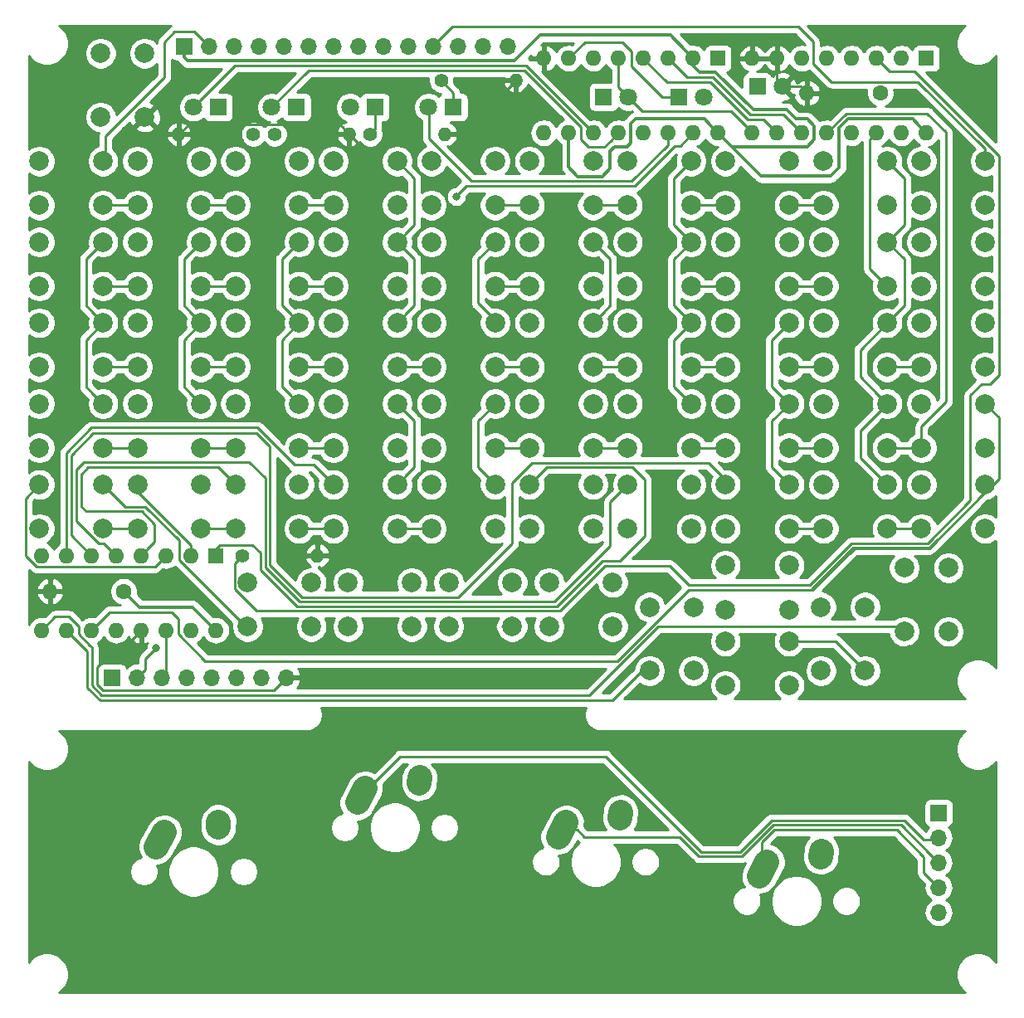
<source format=gbl>
G04 #@! TF.GenerationSoftware,KiCad,Pcbnew,(5.1.2)-2*
G04 #@! TF.CreationDate,2019-10-18T14:43:34+10:00*
G04 #@! TF.ProjectId,KBD_59_4d_ortho_pcb,4b42445f-3539-45f3-9464-5f6f7274686f,rev?*
G04 #@! TF.SameCoordinates,Original*
G04 #@! TF.FileFunction,Copper,L2,Bot*
G04 #@! TF.FilePolarity,Positive*
%FSLAX46Y46*%
G04 Gerber Fmt 4.6, Leading zero omitted, Abs format (unit mm)*
G04 Created by KiCad (PCBNEW (5.1.2)-2) date 2019-10-18 14:43:34*
%MOMM*%
%LPD*%
G04 APERTURE LIST*
%ADD10O,1.600000X1.600000*%
%ADD11R,1.600000X1.600000*%
%ADD12C,2.000000*%
%ADD13R,1.800000X1.800000*%
%ADD14C,1.800000*%
%ADD15O,1.400000X1.400000*%
%ADD16C,1.400000*%
%ADD17O,1.700000X1.700000*%
%ADD18R,1.700000X1.700000*%
%ADD19C,1.600000*%
%ADD20C,2.500000*%
%ADD21C,2.500000*%
%ADD22C,0.800000*%
%ADD23C,0.250000*%
%ADD24C,0.350000*%
%ADD25C,0.254000*%
G04 APERTURE END LIST*
D10*
X49750000Y-92370000D03*
X31970000Y-84750000D03*
X47210000Y-92370000D03*
X34510000Y-84750000D03*
X44670000Y-92370000D03*
X37050000Y-84750000D03*
X42130000Y-92370000D03*
X39590000Y-84750000D03*
X39590000Y-92370000D03*
X42130000Y-84750000D03*
X37050000Y-92370000D03*
X44670000Y-84750000D03*
X34510000Y-92370000D03*
X47210000Y-84750000D03*
X31970000Y-92370000D03*
D11*
X49750000Y-84750000D03*
X122250000Y-34000000D03*
D10*
X104470000Y-41620000D03*
X119710000Y-34000000D03*
X107010000Y-41620000D03*
X117170000Y-34000000D03*
X109550000Y-41620000D03*
X114630000Y-34000000D03*
X112090000Y-41620000D03*
X112090000Y-34000000D03*
X114630000Y-41620000D03*
X109550000Y-34000000D03*
X117170000Y-41620000D03*
X107010000Y-34000000D03*
X119710000Y-41620000D03*
X104470000Y-34000000D03*
X122250000Y-41620000D03*
D12*
X58250000Y-52750000D03*
X58250000Y-57250000D03*
X51750000Y-52750000D03*
X51750000Y-57250000D03*
D10*
X101000000Y-41620000D03*
X83220000Y-34000000D03*
X98460000Y-41620000D03*
X85760000Y-34000000D03*
X95920000Y-41620000D03*
X88300000Y-34000000D03*
X93380000Y-41620000D03*
X90840000Y-34000000D03*
X90840000Y-41620000D03*
X93380000Y-34000000D03*
X88300000Y-41620000D03*
X95920000Y-34000000D03*
X85760000Y-41620000D03*
X98460000Y-34000000D03*
X83220000Y-41620000D03*
D11*
X101000000Y-34000000D03*
D13*
X50000000Y-39000000D03*
D14*
X47460000Y-39000000D03*
X55460000Y-39000000D03*
D13*
X58000000Y-39000000D03*
X66000000Y-39000000D03*
D14*
X63460000Y-39000000D03*
X71460000Y-39000000D03*
D13*
X74000000Y-39000000D03*
D15*
X60120000Y-84750000D03*
D16*
X52500000Y-84750000D03*
D12*
X31750000Y-49000000D03*
X31750000Y-44500000D03*
X38250000Y-49000000D03*
X38250000Y-44500000D03*
X48250000Y-44500000D03*
X48250000Y-49000000D03*
X41750000Y-44500000D03*
X41750000Y-49000000D03*
X51750000Y-49000000D03*
X51750000Y-44500000D03*
X58250000Y-49000000D03*
X58250000Y-44500000D03*
X68250000Y-44500000D03*
X68250000Y-49000000D03*
X61750000Y-44500000D03*
X61750000Y-49000000D03*
X71750000Y-49000000D03*
X71750000Y-44500000D03*
X78250000Y-49000000D03*
X78250000Y-44500000D03*
X88250000Y-44500000D03*
X88250000Y-49000000D03*
X81750000Y-44500000D03*
X81750000Y-49000000D03*
X91750000Y-49000000D03*
X91750000Y-44500000D03*
X98250000Y-49000000D03*
X98250000Y-44500000D03*
X108250000Y-44500000D03*
X108250000Y-49000000D03*
X101750000Y-44500000D03*
X101750000Y-49000000D03*
X111750000Y-49000000D03*
X111750000Y-44500000D03*
X118250000Y-49000000D03*
X118250000Y-44500000D03*
X128250000Y-44500000D03*
X128250000Y-49000000D03*
X121750000Y-44500000D03*
X121750000Y-49000000D03*
X38250000Y-52750000D03*
X38250000Y-57250000D03*
X31750000Y-52750000D03*
X31750000Y-57250000D03*
X41750000Y-57250000D03*
X41750000Y-52750000D03*
X48250000Y-57250000D03*
X48250000Y-52750000D03*
X61750000Y-57250000D03*
X61750000Y-52750000D03*
X68250000Y-57250000D03*
X68250000Y-52750000D03*
X78250000Y-52750000D03*
X78250000Y-57250000D03*
X71750000Y-52750000D03*
X71750000Y-57250000D03*
X81750000Y-57250000D03*
X81750000Y-52750000D03*
X88250000Y-57250000D03*
X88250000Y-52750000D03*
X98250000Y-52750000D03*
X98250000Y-57250000D03*
X91750000Y-52750000D03*
X91750000Y-57250000D03*
X101750000Y-57250000D03*
X101750000Y-52750000D03*
X108250000Y-57250000D03*
X108250000Y-52750000D03*
X111750000Y-57250000D03*
X111750000Y-52750000D03*
X118250000Y-57250000D03*
X118250000Y-52750000D03*
X128250000Y-52750000D03*
X128250000Y-57250000D03*
X121750000Y-52750000D03*
X121750000Y-57250000D03*
X31750000Y-65500000D03*
X31750000Y-61000000D03*
X38250000Y-65500000D03*
X38250000Y-61000000D03*
X48250000Y-61000000D03*
X48250000Y-65500000D03*
X41750000Y-61000000D03*
X41750000Y-65500000D03*
X51750000Y-65500000D03*
X51750000Y-61000000D03*
X58250000Y-65500000D03*
X58250000Y-61000000D03*
X68250000Y-61000000D03*
X68250000Y-65500000D03*
X61750000Y-61000000D03*
X61750000Y-65500000D03*
X71750000Y-65500000D03*
X71750000Y-61000000D03*
X78250000Y-65500000D03*
X78250000Y-61000000D03*
X88250000Y-61000000D03*
X88250000Y-65500000D03*
X81750000Y-61000000D03*
X81750000Y-65500000D03*
X91750000Y-65500000D03*
X91750000Y-61000000D03*
X98250000Y-65500000D03*
X98250000Y-61000000D03*
X108250000Y-61000000D03*
X108250000Y-65500000D03*
X101750000Y-61000000D03*
X101750000Y-65500000D03*
X118250000Y-61000000D03*
X118250000Y-65500000D03*
X111750000Y-61000000D03*
X111750000Y-65500000D03*
X121750000Y-65500000D03*
X121750000Y-61000000D03*
X128250000Y-65500000D03*
X128250000Y-61000000D03*
X38250000Y-69250000D03*
X38250000Y-73750000D03*
X31750000Y-69250000D03*
X31750000Y-73750000D03*
X41750000Y-73750000D03*
X41750000Y-69250000D03*
X48250000Y-73750000D03*
X48250000Y-69250000D03*
X58250000Y-69250000D03*
X58250000Y-73750000D03*
X51750000Y-69250000D03*
X51750000Y-73750000D03*
X61750000Y-73750000D03*
X61750000Y-69250000D03*
X68250000Y-73750000D03*
X68250000Y-69250000D03*
X78250000Y-69250000D03*
X78250000Y-73750000D03*
X71750000Y-69250000D03*
X71750000Y-73750000D03*
X81750000Y-73750000D03*
X81750000Y-69250000D03*
X88250000Y-73750000D03*
X88250000Y-69250000D03*
X98250000Y-69250000D03*
X98250000Y-73750000D03*
X91750000Y-69250000D03*
X91750000Y-73750000D03*
X101750000Y-73750000D03*
X101750000Y-69250000D03*
X108250000Y-73750000D03*
X108250000Y-69250000D03*
X111750000Y-73750000D03*
X111750000Y-69250000D03*
X118250000Y-73750000D03*
X118250000Y-69250000D03*
X128250000Y-69250000D03*
X128250000Y-73750000D03*
X121750000Y-69250000D03*
X121750000Y-73750000D03*
X31750000Y-82000000D03*
X31750000Y-77500000D03*
X38250000Y-82000000D03*
X38250000Y-77500000D03*
X48250000Y-77500000D03*
X48250000Y-82000000D03*
X41750000Y-77500000D03*
X41750000Y-82000000D03*
X51750000Y-82000000D03*
X51750000Y-77500000D03*
X58250000Y-82000000D03*
X58250000Y-77500000D03*
X68250000Y-77500000D03*
X68250000Y-82000000D03*
X61750000Y-77500000D03*
X61750000Y-82000000D03*
X71750000Y-82000000D03*
X71750000Y-77500000D03*
X78250000Y-82000000D03*
X78250000Y-77500000D03*
X88250000Y-77500000D03*
X88250000Y-82000000D03*
X81750000Y-77500000D03*
X81750000Y-82000000D03*
X91750000Y-82000000D03*
X91750000Y-77500000D03*
X98250000Y-82000000D03*
X98250000Y-77500000D03*
X108250000Y-77500000D03*
X108250000Y-82000000D03*
X101750000Y-77500000D03*
X101750000Y-82000000D03*
X118250000Y-77500000D03*
X118250000Y-82000000D03*
X111750000Y-77500000D03*
X111750000Y-82000000D03*
X121750000Y-82000000D03*
X121750000Y-77500000D03*
X128250000Y-82000000D03*
X128250000Y-77500000D03*
X53000000Y-92000000D03*
X53000000Y-87500000D03*
X59500000Y-92000000D03*
X59500000Y-87500000D03*
X69750000Y-87500000D03*
X69750000Y-92000000D03*
X63250000Y-87500000D03*
X63250000Y-92000000D03*
X73500000Y-92000000D03*
X73500000Y-87500000D03*
X80000000Y-92000000D03*
X80000000Y-87500000D03*
X90250000Y-87500000D03*
X90250000Y-92000000D03*
X83750000Y-87500000D03*
X83750000Y-92000000D03*
X98500000Y-96500000D03*
X94000000Y-96500000D03*
X98500000Y-90000000D03*
X94000000Y-90000000D03*
X108250000Y-85750000D03*
X108250000Y-90250000D03*
X101750000Y-85750000D03*
X101750000Y-90250000D03*
X101750000Y-98000000D03*
X101750000Y-93500000D03*
X108250000Y-98000000D03*
X108250000Y-93500000D03*
X111500000Y-90000000D03*
X116000000Y-90000000D03*
X111500000Y-96500000D03*
X116000000Y-96500000D03*
X120000000Y-86000000D03*
X124500000Y-86000000D03*
X120000000Y-92500000D03*
X124500000Y-92500000D03*
X38000000Y-33500000D03*
X42500000Y-33500000D03*
X38000000Y-40000000D03*
X42500000Y-40000000D03*
D16*
X53600000Y-41750000D03*
D15*
X45980000Y-41750000D03*
X63370000Y-41750000D03*
D16*
X55750000Y-41750000D03*
X65500000Y-41750000D03*
D15*
X73120000Y-41750000D03*
X80370000Y-36250000D03*
D16*
X72750000Y-36250000D03*
D17*
X56980000Y-97200000D03*
X54440000Y-97200000D03*
X51900000Y-97200000D03*
X49360000Y-97200000D03*
X46820000Y-97200000D03*
X44280000Y-97200000D03*
X41740000Y-97200000D03*
D18*
X39200000Y-97200000D03*
D17*
X79520000Y-32800000D03*
X76980000Y-32800000D03*
X74440000Y-32800000D03*
X71900000Y-32800000D03*
X69360000Y-32800000D03*
X66820000Y-32800000D03*
X64280000Y-32800000D03*
X61740000Y-32800000D03*
X59200000Y-32800000D03*
X56660000Y-32800000D03*
X54120000Y-32800000D03*
X51580000Y-32800000D03*
X49040000Y-32800000D03*
D18*
X46500000Y-32800000D03*
D19*
X40350000Y-88400000D03*
D10*
X32850000Y-88400000D03*
X110050000Y-37550000D03*
D19*
X117550000Y-37550000D03*
D14*
X107540000Y-36900000D03*
D13*
X105000000Y-36900000D03*
D14*
X91840000Y-37950000D03*
D13*
X89300000Y-37950000D03*
X97000000Y-37950000D03*
D14*
X99540000Y-37950000D03*
D20*
X44095000Y-113730000D03*
D21*
X44500453Y-113000046D02*
X43689547Y-114459954D01*
D20*
X50020000Y-112210000D03*
D21*
X50039724Y-111920672D02*
X50000276Y-112499328D01*
D17*
X123500000Y-121160000D03*
X123500000Y-118620000D03*
X123500000Y-116080000D03*
X123500000Y-113540000D03*
D18*
X123500000Y-111000000D03*
D20*
X64595000Y-109230000D03*
D21*
X65000453Y-108500046D02*
X64189547Y-109959954D01*
D20*
X70520000Y-107710000D03*
D21*
X70539724Y-107420672D02*
X70500276Y-107999328D01*
D20*
X91020000Y-111210000D03*
D21*
X91039724Y-110920672D02*
X91000276Y-111499328D01*
D20*
X85095000Y-112730000D03*
D21*
X85500453Y-112000046D02*
X84689547Y-113459954D01*
D20*
X105595000Y-116730000D03*
D21*
X106000453Y-116000046D02*
X105189547Y-117459954D01*
D20*
X111520000Y-115210000D03*
D21*
X111539724Y-114920672D02*
X111500276Y-115499328D01*
D22*
X105000000Y-59000000D03*
X74500000Y-75750000D03*
X127250000Y-89000000D03*
X33000000Y-37250000D03*
X125500000Y-75750000D03*
X127000000Y-37750000D03*
X85250000Y-80000000D03*
X45000000Y-88000000D03*
X76750000Y-93250000D03*
X120500000Y-94274990D03*
X79500000Y-97000000D03*
X68500000Y-124500000D03*
X115750000Y-109000000D03*
X74300000Y-48100000D03*
X43650000Y-94200000D03*
D23*
X90040001Y-42419999D02*
X90840000Y-41620000D01*
X59235001Y-35224999D02*
X81224999Y-35224999D01*
X55460000Y-39000000D02*
X59235001Y-35224999D01*
X81224999Y-35224999D02*
X87000000Y-41000000D01*
X89410000Y-43050000D02*
X90040001Y-42419999D01*
X87000000Y-41000000D02*
X87000000Y-42300000D01*
X87000000Y-42300000D02*
X87750000Y-43050000D01*
X87750000Y-43050000D02*
X89410000Y-43050000D01*
X95920000Y-42830000D02*
X95920000Y-41620000D01*
X92200000Y-46550000D02*
X95920000Y-42830000D01*
X75850000Y-46550000D02*
X92200000Y-46550000D01*
X71500000Y-42200000D02*
X75850000Y-46550000D01*
X71460000Y-39000000D02*
X71500000Y-39040000D01*
X71500000Y-39040000D02*
X71500000Y-42200000D01*
X74870000Y-41750000D02*
X80370000Y-36250000D01*
X73120000Y-41750000D02*
X74870000Y-41750000D01*
X62670001Y-41050001D02*
X63370000Y-41750000D01*
X62344999Y-40724999D02*
X62670001Y-41050001D01*
X47005001Y-40724999D02*
X62344999Y-40724999D01*
X45980000Y-41750000D02*
X47005001Y-40724999D01*
X63370000Y-41750000D02*
X65350000Y-43730000D01*
X62900000Y-84750000D02*
X65350000Y-82300000D01*
X60120000Y-84750000D02*
X62900000Y-84750000D01*
X65350000Y-43730000D02*
X65350000Y-82300000D01*
X44250000Y-41750000D02*
X45980000Y-41750000D01*
X42500000Y-40000000D02*
X44250000Y-41750000D01*
X56130001Y-98049999D02*
X56980000Y-97200000D01*
X55680000Y-98500000D02*
X56130001Y-98049999D01*
X40750000Y-93750000D02*
X40000000Y-93750000D01*
X42130000Y-92370000D02*
X40750000Y-93750000D01*
X40000000Y-93750000D02*
X37600000Y-96150000D01*
X37600000Y-96150000D02*
X37600000Y-97885002D01*
X37600000Y-97885002D02*
X38214998Y-98500000D01*
X38214998Y-98500000D02*
X55680000Y-98500000D01*
X107010000Y-36370000D02*
X107540000Y-36900000D01*
X107010000Y-34000000D02*
X107010000Y-36370000D01*
X109400000Y-36900000D02*
X110050000Y-37550000D01*
X107540000Y-36900000D02*
X109400000Y-36900000D01*
X75299989Y-47000011D02*
X74300000Y-48000000D01*
X92499989Y-47000011D02*
X75299989Y-47000011D01*
X96550000Y-42950000D02*
X92499989Y-47000011D01*
X98460000Y-41620000D02*
X97130000Y-42950000D01*
X97130000Y-42950000D02*
X96550000Y-42950000D01*
X51674999Y-88136001D02*
X51674999Y-85575001D01*
X51674999Y-85575001D02*
X52500000Y-84750000D01*
X128750000Y-67250000D02*
X127875000Y-67250000D01*
X118470000Y-35300000D02*
X121011002Y-35300000D01*
X129649990Y-66350010D02*
X128750000Y-67250000D01*
X129649990Y-43938988D02*
X129649990Y-66350010D01*
X121011002Y-35300000D02*
X129649990Y-43938988D01*
X117170000Y-34000000D02*
X118470000Y-35300000D01*
X126750000Y-68375000D02*
X126750000Y-79150000D01*
X89450000Y-85800000D02*
X84850000Y-90400000D01*
X126750000Y-79150000D02*
X122400000Y-83500000D01*
X122400000Y-83500000D02*
X114600000Y-83500000D01*
X114600000Y-83500000D02*
X110350000Y-87750000D01*
X53938998Y-90400000D02*
X51674999Y-88136001D01*
X110350000Y-87750000D02*
X98000000Y-87750000D01*
X98000000Y-87750000D02*
X96050000Y-85800000D01*
X96050000Y-85800000D02*
X89450000Y-85800000D01*
X127875000Y-67250000D02*
X126750000Y-68375000D01*
X84850000Y-90400000D02*
X53938998Y-90400000D01*
X44670000Y-96910000D02*
X44330000Y-97250000D01*
X44670000Y-92370000D02*
X44670000Y-96910000D01*
X42589999Y-96350001D02*
X42589999Y-95260001D01*
X41740000Y-97200000D02*
X42589999Y-96350001D01*
X42589999Y-95260001D02*
X43650000Y-94200000D01*
X43650000Y-94200000D02*
X43650000Y-94200000D01*
X87410000Y-32350000D02*
X85760000Y-34000000D01*
X91200000Y-32350000D02*
X87410000Y-32350000D01*
X92150000Y-33300000D02*
X91200000Y-32350000D01*
X92150000Y-34800000D02*
X92150000Y-33300000D01*
X97000000Y-37950000D02*
X95300000Y-37950000D01*
X95300000Y-37950000D02*
X92150000Y-34800000D01*
X69249999Y-76500001D02*
X68250000Y-77500000D01*
X70000000Y-75750000D02*
X69249999Y-76500001D01*
X70000000Y-71000000D02*
X70000000Y-75750000D01*
X68250000Y-69250000D02*
X70000000Y-71000000D01*
X69249999Y-60000001D02*
X68250000Y-61000000D01*
X70000000Y-59250000D02*
X69249999Y-60000001D01*
X68250000Y-52750000D02*
X70000000Y-54500000D01*
X70000000Y-54500000D02*
X70000000Y-59250000D01*
X69249999Y-51750001D02*
X68250000Y-52750000D01*
X70000000Y-51000000D02*
X69249999Y-51750001D01*
X68250000Y-44500000D02*
X70000000Y-46250000D01*
X70000000Y-46250000D02*
X70000000Y-51000000D01*
X77250001Y-76500001D02*
X78250000Y-77500000D01*
X76500000Y-75750000D02*
X77250001Y-76500001D01*
X78250000Y-69250000D02*
X76500000Y-71000000D01*
X76500000Y-71000000D02*
X76500000Y-75750000D01*
X77500001Y-60000001D02*
X78500000Y-61000000D01*
X76500000Y-59000000D02*
X77500001Y-60000001D01*
X78250000Y-52750000D02*
X76500000Y-54500000D01*
X76500000Y-54500000D02*
X76500000Y-59000000D01*
X44670000Y-84750000D02*
X43544999Y-85875001D01*
X31429999Y-85875001D02*
X30350010Y-84795012D01*
X30350010Y-84795012D02*
X30350010Y-78899990D01*
X30350010Y-78899990D02*
X32000000Y-77250000D01*
X43544999Y-85875001D02*
X31429999Y-85875001D01*
X51710000Y-34750000D02*
X47460000Y-39000000D01*
X88300000Y-41620000D02*
X81430000Y-34750000D01*
X81430000Y-34750000D02*
X51710000Y-34750000D01*
X105640000Y-40250000D02*
X107010000Y-41620000D01*
X104000000Y-40250000D02*
X105640000Y-40250000D01*
X100200000Y-36450000D02*
X104000000Y-40250000D01*
X95800000Y-36450000D02*
X100200000Y-36450000D01*
X93380000Y-34000000D02*
X93380000Y-34030000D01*
X93380000Y-34030000D02*
X95800000Y-36450000D01*
X66000000Y-41250000D02*
X65500000Y-41750000D01*
X66000000Y-39000000D02*
X66000000Y-41250000D01*
X74000000Y-37675000D02*
X74000000Y-39000000D01*
X72750000Y-36250000D02*
X74000000Y-37500000D01*
X74000000Y-37500000D02*
X74000000Y-37675000D01*
X127850311Y-44999689D02*
X127850311Y-44049689D01*
X73850000Y-30800000D02*
X71900000Y-32750000D01*
X109150000Y-30800000D02*
X73850000Y-30800000D01*
X128250000Y-43250000D02*
X121400000Y-36400000D01*
X128250000Y-44500000D02*
X128250000Y-43250000D01*
X121400000Y-36400000D02*
X112535000Y-36400000D01*
X112535000Y-36400000D02*
X110675001Y-34540001D01*
X110675001Y-34540001D02*
X110675001Y-32325001D01*
X110675001Y-32325001D02*
X109150000Y-30800000D01*
X128250000Y-78300000D02*
X128250000Y-77500000D01*
X122550000Y-84000000D02*
X128250000Y-78300000D01*
X114900000Y-84000000D02*
X122550000Y-84000000D01*
X97980501Y-88250000D02*
X110650000Y-88250000D01*
X90730501Y-95500000D02*
X97980501Y-88250000D01*
X38870000Y-90550000D02*
X45300000Y-90550000D01*
X37050000Y-92370000D02*
X38870000Y-90550000D01*
X110650000Y-88250000D02*
X114900000Y-84000000D01*
X45300000Y-90550000D02*
X45950000Y-91200000D01*
X45950000Y-91200000D02*
X45950000Y-92775002D01*
X45950000Y-92775002D02*
X48674998Y-95500000D01*
X48674998Y-95500000D02*
X90730501Y-95500000D01*
X129649990Y-70649990D02*
X129649990Y-76886420D01*
X128250000Y-69250000D02*
X129649990Y-70649990D01*
X129649990Y-76886420D02*
X122586400Y-83950010D01*
X122586400Y-83950010D02*
X114786400Y-83950010D01*
X114786400Y-83950010D02*
X110536400Y-88200010D01*
X97250001Y-51750001D02*
X98250000Y-52750000D01*
X96500000Y-51000000D02*
X97250001Y-51750001D01*
X98250000Y-44500000D02*
X96500000Y-46250000D01*
X96500000Y-46250000D02*
X96500000Y-51000000D01*
X97250001Y-60000001D02*
X98250000Y-61000000D01*
X96500000Y-59250000D02*
X97250001Y-60000001D01*
X98250000Y-52750000D02*
X96500000Y-54500000D01*
X96500000Y-54500000D02*
X96500000Y-59250000D01*
X97250001Y-61999999D02*
X98250000Y-61000000D01*
X96500000Y-62750000D02*
X97250001Y-61999999D01*
X98250000Y-69250000D02*
X96500000Y-67500000D01*
X96500000Y-67500000D02*
X96500000Y-62750000D01*
X89249999Y-60000001D02*
X88250000Y-61000000D01*
X90000000Y-59250000D02*
X89249999Y-60000001D01*
X88250000Y-52750000D02*
X90000000Y-54500000D01*
X90000000Y-54500000D02*
X90000000Y-59250000D01*
X57250001Y-60000001D02*
X58250000Y-61000000D01*
X56500000Y-59250000D02*
X57250001Y-60000001D01*
X58250000Y-52750000D02*
X56500000Y-54500000D01*
X56500000Y-54500000D02*
X56500000Y-59250000D01*
X57250001Y-68250001D02*
X58250000Y-69250000D01*
X56500000Y-67500000D02*
X57250001Y-68250001D01*
X58250000Y-61000000D02*
X56500000Y-62750000D01*
X56500000Y-62750000D02*
X56500000Y-67500000D01*
X47250001Y-68250001D02*
X48250000Y-69250000D01*
X46500000Y-67500000D02*
X47250001Y-68250001D01*
X48250000Y-61000000D02*
X46500000Y-62750000D01*
X46500000Y-62750000D02*
X46500000Y-67500000D01*
X47250001Y-60000001D02*
X48250000Y-61000000D01*
X46500000Y-59250000D02*
X47250001Y-60000001D01*
X48250000Y-52750000D02*
X46500000Y-54500000D01*
X46500000Y-54500000D02*
X46500000Y-59250000D01*
X38500000Y-43085787D02*
X38500000Y-44500000D01*
X47540010Y-31300010D02*
X45549990Y-31300010D01*
X49040000Y-32800000D02*
X47540010Y-31300010D01*
X45549990Y-31300010D02*
X44500000Y-32350000D01*
X44500000Y-32350000D02*
X44500000Y-35950000D01*
X44500000Y-35950000D02*
X38500000Y-41950000D01*
X38500000Y-41950000D02*
X38500000Y-43085787D01*
X52794998Y-92000000D02*
X53000000Y-92000000D01*
X46000000Y-85205002D02*
X52794998Y-92000000D01*
X46000000Y-83201294D02*
X46000000Y-85205002D01*
X42548706Y-79750000D02*
X46000000Y-83201294D01*
X38250000Y-77500000D02*
X40500000Y-79750000D01*
X40500000Y-79750000D02*
X42548706Y-79750000D01*
X37250001Y-68250001D02*
X38250000Y-69250000D01*
X36500000Y-67500000D02*
X37250001Y-68250001D01*
X38250000Y-61000000D02*
X36500000Y-62750000D01*
X36500000Y-62750000D02*
X36500000Y-67500000D01*
X37250001Y-60000001D02*
X38250000Y-61000000D01*
X36500000Y-59250000D02*
X37250001Y-60000001D01*
X38250000Y-52750000D02*
X36500000Y-54500000D01*
X36500000Y-54500000D02*
X36500000Y-59250000D01*
X38250000Y-49000000D02*
X41750000Y-49000000D01*
X48250000Y-49000000D02*
X51500000Y-49000000D01*
X58000000Y-49000000D02*
X61250000Y-49000000D01*
X77500000Y-49000000D02*
X78914213Y-49000000D01*
X78250000Y-49000000D02*
X81750000Y-49000000D01*
X87250000Y-49000000D02*
X88664213Y-49000000D01*
X88250000Y-49000000D02*
X91750000Y-49000000D01*
X98250000Y-49000000D02*
X101750000Y-49000000D01*
X108250000Y-49000000D02*
X111750000Y-49000000D01*
X38250000Y-57250000D02*
X41750000Y-57250000D01*
X48250000Y-57250000D02*
X51750000Y-57250000D01*
X58500000Y-57250000D02*
X61750000Y-57250000D01*
X79664213Y-57250000D02*
X81750000Y-57250000D01*
X78250000Y-57250000D02*
X79664213Y-57250000D01*
X97500000Y-57250000D02*
X98914213Y-57250000D01*
X98250000Y-57250000D02*
X101750000Y-57250000D01*
X108250000Y-57250000D02*
X111750000Y-57250000D01*
X116500000Y-42290000D02*
X117170000Y-41620000D01*
X118250000Y-57250000D02*
X116500000Y-55500000D01*
X116500000Y-55500000D02*
X116500000Y-42290000D01*
X38250000Y-65500000D02*
X41750000Y-65500000D01*
X48250000Y-65500000D02*
X51750000Y-65500000D01*
X58250000Y-65500000D02*
X61750000Y-65500000D01*
X70164213Y-65500000D02*
X72000000Y-65500000D01*
X68750000Y-65500000D02*
X70164213Y-65500000D01*
X79914213Y-65500000D02*
X81750000Y-65500000D01*
X78500000Y-65500000D02*
X79914213Y-65500000D01*
X89664213Y-65500000D02*
X91500000Y-65500000D01*
X88250000Y-65500000D02*
X89664213Y-65500000D01*
X99664213Y-65500000D02*
X101750000Y-65500000D01*
X98250000Y-65500000D02*
X99664213Y-65500000D01*
X109664213Y-65500000D02*
X111750000Y-65500000D01*
X108250000Y-65500000D02*
X109664213Y-65500000D01*
X119664213Y-65500000D02*
X121750000Y-65500000D01*
X118250000Y-65500000D02*
X119664213Y-65500000D01*
X39664213Y-73750000D02*
X41750000Y-73750000D01*
X38250000Y-73750000D02*
X39664213Y-73750000D01*
X48250000Y-73750000D02*
X51750000Y-73750000D01*
X58250000Y-73750000D02*
X61750000Y-73750000D01*
X78250000Y-73750000D02*
X81750000Y-73750000D01*
X88250000Y-73750000D02*
X91750000Y-73750000D01*
X98250000Y-73750000D02*
X101750000Y-73750000D01*
X109664213Y-73750000D02*
X111750000Y-73750000D01*
X108250000Y-73750000D02*
X109664213Y-73750000D01*
X118250000Y-73750000D02*
X121750000Y-73750000D01*
X114060000Y-39650000D02*
X112090000Y-41620000D01*
X122350000Y-39650000D02*
X114060000Y-39650000D01*
X124250000Y-41550000D02*
X122350000Y-39650000D01*
X124250000Y-69050000D02*
X124250000Y-41550000D01*
X121750000Y-73250000D02*
X121750000Y-71550000D01*
X121750000Y-71550000D02*
X124250000Y-69050000D01*
X38250000Y-82000000D02*
X41750000Y-82000000D01*
X48250000Y-82000000D02*
X51750000Y-82000000D01*
X47210000Y-84750000D02*
X47200000Y-84740000D01*
X47210000Y-83710000D02*
X47210000Y-84750000D01*
X41750000Y-77500000D02*
X41750000Y-78250000D01*
X41750000Y-78250000D02*
X47210000Y-83710000D01*
X42929999Y-83950001D02*
X42130000Y-84750000D01*
X43500000Y-83380000D02*
X42929999Y-83950001D01*
X43500000Y-81524999D02*
X43500000Y-83380000D01*
X42225001Y-80250000D02*
X43500000Y-81524999D01*
X50000000Y-75750000D02*
X36750000Y-75750000D01*
X51750000Y-77500000D02*
X50000000Y-75750000D01*
X36750000Y-75750000D02*
X36000000Y-76500000D01*
X36000000Y-76500000D02*
X36000000Y-79750000D01*
X36000000Y-79750000D02*
X36500000Y-80250000D01*
X36500000Y-80250000D02*
X42225001Y-80250000D01*
X58250000Y-82000000D02*
X61750000Y-82000000D01*
X68250000Y-82000000D02*
X71750000Y-82000000D01*
X59750000Y-75500000D02*
X61750000Y-77500000D01*
X34500000Y-84740000D02*
X34500000Y-74250000D01*
X34510000Y-84750000D02*
X34500000Y-84740000D01*
X34500000Y-74250000D02*
X37050000Y-71700000D01*
X37050000Y-71700000D02*
X53969499Y-71700000D01*
X53969499Y-71700000D02*
X57769499Y-75500000D01*
X57769499Y-75500000D02*
X59750000Y-75500000D01*
X49750000Y-84750000D02*
X49750000Y-84461002D01*
X50200000Y-83650000D02*
X49750000Y-84100000D01*
X53500000Y-83650000D02*
X50200000Y-83650000D01*
X54300000Y-84450000D02*
X53500000Y-83650000D01*
X54300000Y-86200000D02*
X54300000Y-84450000D01*
X58050000Y-89950000D02*
X54300000Y-86200000D01*
X84550000Y-89950000D02*
X58050000Y-89950000D01*
X89200000Y-85300000D02*
X84550000Y-89950000D01*
X83500000Y-75750000D02*
X92250000Y-75750000D01*
X81750000Y-77500000D02*
X83500000Y-75750000D01*
X92250000Y-75750000D02*
X93500000Y-77000000D01*
X49750000Y-84100000D02*
X49750000Y-84750000D01*
X93500000Y-77000000D02*
X93500000Y-82750000D01*
X93500000Y-82750000D02*
X90950000Y-85300000D01*
X90950000Y-85300000D02*
X89200000Y-85300000D01*
X37788998Y-83500000D02*
X38340000Y-83500000D01*
X38340000Y-83500000D02*
X39590000Y-84750000D01*
X35500000Y-76000000D02*
X35500000Y-81211002D01*
X36300020Y-75199980D02*
X35500000Y-76000000D01*
X35500000Y-81211002D02*
X37788998Y-83500000D01*
X44050020Y-75199980D02*
X44000000Y-75250000D01*
X44050020Y-75199980D02*
X36300020Y-75199980D01*
X53160982Y-75199980D02*
X44050020Y-75199980D01*
X54799989Y-76838987D02*
X53160982Y-75199980D01*
X90000000Y-79250000D02*
X90000000Y-83750000D01*
X91750000Y-77500000D02*
X90000000Y-79250000D01*
X90000000Y-83750000D02*
X84300000Y-89450000D01*
X84300000Y-89450000D02*
X58300000Y-89450000D01*
X58300000Y-89450000D02*
X54799989Y-85949989D01*
X54799989Y-85949989D02*
X54799989Y-76838987D01*
X109664213Y-82000000D02*
X111750000Y-82000000D01*
X108250000Y-82000000D02*
X109664213Y-82000000D01*
X101250001Y-76500001D02*
X102250000Y-77500000D01*
X100049990Y-75299990D02*
X101250001Y-76500001D01*
X81989008Y-75299990D02*
X100049990Y-75299990D01*
X80000000Y-77288998D02*
X81989008Y-75299990D01*
X80000000Y-83500000D02*
X80000000Y-77288998D01*
X74500000Y-89000000D02*
X80000000Y-83500000D01*
X58550000Y-89000000D02*
X74500000Y-89000000D01*
X55250000Y-85700000D02*
X58550000Y-89000000D01*
X35000000Y-82700000D02*
X35000000Y-74500000D01*
X37050000Y-84750000D02*
X35000000Y-82700000D01*
X37250000Y-72250000D02*
X53883089Y-72250000D01*
X53883089Y-72250000D02*
X55250000Y-73616911D01*
X35000000Y-74500000D02*
X37250000Y-72250000D01*
X55250000Y-73616911D02*
X55250000Y-85700000D01*
X118250000Y-82000000D02*
X121750000Y-82000000D01*
X79000000Y-92000000D02*
X80414213Y-92000000D01*
X101750000Y-90550000D02*
X101750000Y-90250000D01*
X113000000Y-93500000D02*
X116000000Y-96500000D01*
X108250000Y-93500000D02*
X113000000Y-93500000D01*
X107680000Y-39750000D02*
X109550000Y-41620000D01*
X104250000Y-39750000D02*
X107680000Y-39750000D01*
X100450000Y-35950000D02*
X104250000Y-39750000D01*
X97850000Y-35950000D02*
X100450000Y-35950000D01*
X95920000Y-34000000D02*
X95920000Y-34020000D01*
X95920000Y-34020000D02*
X97850000Y-35950000D01*
X107250001Y-76500001D02*
X108250000Y-77500000D01*
X106500000Y-75750000D02*
X107250001Y-76500001D01*
X108250000Y-69250000D02*
X106500000Y-71000000D01*
X106500000Y-71000000D02*
X106500000Y-75750000D01*
X107250001Y-68250001D02*
X108250000Y-69250000D01*
X106500000Y-67500000D02*
X107250001Y-68250001D01*
X108250000Y-61000000D02*
X106500000Y-62750000D01*
X106500000Y-62750000D02*
X106500000Y-67500000D01*
X119249999Y-60000001D02*
X118250000Y-61000000D01*
X120000000Y-59250000D02*
X119249999Y-60000001D01*
X118250000Y-52750000D02*
X120000000Y-54500000D01*
X120000000Y-54500000D02*
X120000000Y-59250000D01*
X119249999Y-51750001D02*
X118250000Y-52750000D01*
X120000000Y-51000000D02*
X119249999Y-51750001D01*
X118250000Y-44500000D02*
X120000000Y-46250000D01*
X120000000Y-46250000D02*
X120000000Y-51000000D01*
X117250001Y-76500001D02*
X118250000Y-77500000D01*
X115500000Y-74750000D02*
X117250001Y-76500001D01*
X118250000Y-69250000D02*
X115500000Y-72000000D01*
X115500000Y-72000000D02*
X115500000Y-74750000D01*
X117250001Y-68250001D02*
X118250000Y-69250000D01*
X115500000Y-66500000D02*
X117250001Y-68250001D01*
X118250000Y-61000000D02*
X115500000Y-63750000D01*
X115500000Y-63750000D02*
X115500000Y-66500000D01*
D24*
X46850000Y-34250000D02*
X47950000Y-34250000D01*
X46500000Y-33900000D02*
X46850000Y-34250000D01*
X46500000Y-32800000D02*
X46500000Y-33900000D01*
X46900000Y-34250000D02*
X47950000Y-34250000D01*
X101000000Y-41620000D02*
X102125001Y-42745001D01*
X101000000Y-41620000D02*
X102390000Y-43010000D01*
X121450001Y-40820001D02*
X122250000Y-41620000D01*
X120830000Y-40200000D02*
X121450001Y-40820001D01*
X105380000Y-46000000D02*
X112500000Y-46000000D01*
X102390000Y-43010000D02*
X105380000Y-46000000D01*
X112500000Y-46000000D02*
X113350000Y-45150000D01*
X113350000Y-45150000D02*
X113350000Y-41100000D01*
X113350000Y-41100000D02*
X114250000Y-40200000D01*
X114250000Y-40200000D02*
X120830000Y-40200000D01*
X99580000Y-40200000D02*
X100200001Y-40820001D01*
X92100000Y-40650000D02*
X92550000Y-40200000D01*
X92550000Y-40200000D02*
X99580000Y-40200000D01*
X92100000Y-42650000D02*
X92100000Y-40650000D01*
X91750000Y-43000000D02*
X92100000Y-42650000D01*
X90500000Y-43000000D02*
X91750000Y-43000000D01*
X85760000Y-45110000D02*
X86699989Y-46049989D01*
X85760000Y-41620000D02*
X85760000Y-45110000D01*
X100200001Y-40820001D02*
X101000000Y-41620000D01*
X86699989Y-46049989D02*
X89200011Y-46049989D01*
X89200011Y-46049989D02*
X90000000Y-45250000D01*
X90000000Y-45250000D02*
X90000000Y-43500000D01*
X90000000Y-43500000D02*
X90500000Y-43000000D01*
X41950000Y-90000000D02*
X40350000Y-88400000D01*
X49750000Y-92370000D02*
X47380000Y-90000000D01*
X47380000Y-90000000D02*
X41950000Y-90000000D01*
X110090000Y-43010000D02*
X102390000Y-43010000D01*
X110800000Y-40900000D02*
X110800000Y-42300000D01*
X110100000Y-40200000D02*
X110800000Y-40900000D01*
X108950000Y-40200000D02*
X110100000Y-40200000D01*
X98460000Y-34710000D02*
X99150000Y-35400000D01*
X98460000Y-34000000D02*
X98460000Y-34710000D01*
X99150000Y-35400000D02*
X100750000Y-35400000D01*
X100750000Y-35400000D02*
X104599990Y-39249990D01*
X110800000Y-42300000D02*
X110090000Y-43010000D01*
X104599990Y-39249990D02*
X107999990Y-39249990D01*
X107999990Y-39249990D02*
X108950000Y-40200000D01*
X97660001Y-33200001D02*
X98460000Y-34000000D01*
X96110000Y-31650000D02*
X97660001Y-33200001D01*
X82850000Y-31650000D02*
X96110000Y-31650000D01*
X47950000Y-34250000D02*
X80250000Y-34250000D01*
X80250000Y-34250000D02*
X82850000Y-31650000D01*
D23*
X119500000Y-92000000D02*
X120000000Y-92500000D01*
X87875000Y-99000000D02*
X94875000Y-92000000D01*
X37100000Y-98021412D02*
X38078588Y-99000000D01*
X37100000Y-94100000D02*
X37100000Y-98021412D01*
X36900000Y-93900000D02*
X37100000Y-94100000D01*
X33340000Y-91000000D02*
X34805002Y-91000000D01*
X38078588Y-99000000D02*
X87875000Y-99000000D01*
X31970000Y-92370000D02*
X33340000Y-91000000D01*
X34805002Y-91000000D02*
X35750000Y-91944998D01*
X35750000Y-91944998D02*
X35750000Y-92735002D01*
X35750000Y-92735002D02*
X36900000Y-93885002D01*
X94875000Y-92000000D02*
X119500000Y-92000000D01*
X36900000Y-93885002D02*
X36900000Y-93900000D01*
X36650000Y-94510000D02*
X36650000Y-98207823D01*
X34510000Y-92370000D02*
X36650000Y-94510000D01*
X37942177Y-99500000D02*
X90211002Y-99500000D01*
X36650000Y-98207823D02*
X37942177Y-99500000D01*
X90211002Y-99500000D02*
X93325001Y-96386001D01*
X90840000Y-36950000D02*
X91840000Y-37950000D01*
X90840000Y-34000000D02*
X90840000Y-36950000D01*
X104470000Y-41520000D02*
X104470000Y-41620000D01*
X102350000Y-39400000D02*
X104470000Y-41520000D01*
X91840000Y-37950000D02*
X93290000Y-39400000D01*
X93290000Y-39400000D02*
X102350000Y-39400000D01*
X122000000Y-117120000D02*
X123500000Y-118620000D01*
X122000000Y-115500000D02*
X122000000Y-117120000D01*
X119250000Y-112750000D02*
X122000000Y-115500000D01*
X106750000Y-112750000D02*
X119250000Y-112750000D01*
X105500000Y-116635000D02*
X105500000Y-114000000D01*
X105500000Y-114000000D02*
X106750000Y-112750000D01*
X97063601Y-113450011D02*
X99063600Y-115450011D01*
X122650001Y-115230001D02*
X123500000Y-116080000D01*
X119670000Y-112250000D02*
X122650001Y-115230001D01*
X106613589Y-112250000D02*
X119670000Y-112250000D01*
X103413578Y-115450011D02*
X106613589Y-112250000D01*
X87344896Y-113450011D02*
X97063601Y-113450011D01*
X99063600Y-115450011D02*
X103413578Y-115450011D01*
X86624885Y-112730000D02*
X87344896Y-113450011D01*
X85095000Y-112730000D02*
X86624885Y-112730000D01*
X123290000Y-113750000D02*
X123500000Y-113540000D01*
X120000000Y-111750000D02*
X122000000Y-113750000D01*
X122000000Y-113750000D02*
X123290000Y-113750000D01*
X68575000Y-105250000D02*
X89500000Y-105250000D01*
X89500000Y-105250000D02*
X99250000Y-115000000D01*
X64595000Y-109230000D02*
X68575000Y-105250000D01*
X99250000Y-115000000D02*
X103227178Y-115000000D01*
X103227178Y-115000000D02*
X106477178Y-111750000D01*
X106477178Y-111750000D02*
X120000000Y-111750000D01*
D25*
G36*
X87487923Y-100319616D02*
G01*
X87465535Y-100375028D01*
X87442331Y-100430228D01*
X87439668Y-100439050D01*
X87384565Y-100626276D01*
X87373360Y-100685014D01*
X87361328Y-100743628D01*
X87360429Y-100752800D01*
X87342741Y-100947161D01*
X87343158Y-101006943D01*
X87342740Y-101066801D01*
X87343640Y-101075972D01*
X87364041Y-101270069D01*
X87376068Y-101328658D01*
X87387277Y-101387423D01*
X87389941Y-101396245D01*
X87447653Y-101582683D01*
X87470838Y-101637838D01*
X87493242Y-101693291D01*
X87497568Y-101701427D01*
X87590393Y-101873104D01*
X87623846Y-101922699D01*
X87656600Y-101972753D01*
X87662424Y-101979894D01*
X87786828Y-102130272D01*
X87829263Y-102172411D01*
X87871126Y-102215161D01*
X87878227Y-102221034D01*
X88029469Y-102344384D01*
X88079277Y-102377477D01*
X88128651Y-102411284D01*
X88136757Y-102415667D01*
X88309080Y-102507292D01*
X88364392Y-102530090D01*
X88419366Y-102553652D01*
X88428169Y-102556377D01*
X88615006Y-102612786D01*
X88673686Y-102624405D01*
X88732196Y-102636842D01*
X88741361Y-102637805D01*
X88935594Y-102656850D01*
X88935598Y-102656850D01*
X88967581Y-102660000D01*
X126230861Y-102660000D01*
X126075271Y-102763962D01*
X125763962Y-103075271D01*
X125519369Y-103441331D01*
X125350890Y-103848075D01*
X125265000Y-104279872D01*
X125265000Y-104720128D01*
X125350890Y-105151925D01*
X125519369Y-105558669D01*
X125763962Y-105924729D01*
X126075271Y-106236038D01*
X126441331Y-106480631D01*
X126848075Y-106649110D01*
X127279872Y-106735000D01*
X127720128Y-106735000D01*
X128151925Y-106649110D01*
X128558669Y-106480631D01*
X128924729Y-106236038D01*
X129236038Y-105924729D01*
X129340000Y-105769138D01*
X129340001Y-126230863D01*
X129236038Y-126075271D01*
X128924729Y-125763962D01*
X128558669Y-125519369D01*
X128151925Y-125350890D01*
X127720128Y-125265000D01*
X127279872Y-125265000D01*
X126848075Y-125350890D01*
X126441331Y-125519369D01*
X126075271Y-125763962D01*
X125763962Y-126075271D01*
X125519369Y-126441331D01*
X125350890Y-126848075D01*
X125265000Y-127279872D01*
X125265000Y-127720128D01*
X125350890Y-128151925D01*
X125519369Y-128558669D01*
X125763962Y-128924729D01*
X126075271Y-129236038D01*
X126230861Y-129340000D01*
X33769139Y-129340000D01*
X33924729Y-129236038D01*
X34236038Y-128924729D01*
X34480631Y-128558669D01*
X34649110Y-128151925D01*
X34735000Y-127720128D01*
X34735000Y-127279872D01*
X34649110Y-126848075D01*
X34480631Y-126441331D01*
X34236038Y-126075271D01*
X33924729Y-125763962D01*
X33558669Y-125519369D01*
X33151925Y-125350890D01*
X32720128Y-125265000D01*
X32279872Y-125265000D01*
X31848075Y-125350890D01*
X31441331Y-125519369D01*
X31075271Y-125763962D01*
X30763962Y-126075271D01*
X30660000Y-126230861D01*
X30660000Y-116853652D01*
X40934100Y-116853652D01*
X40934100Y-117146348D01*
X40991202Y-117433421D01*
X41103212Y-117703838D01*
X41265826Y-117947206D01*
X41472794Y-118154174D01*
X41716162Y-118316788D01*
X41986579Y-118428798D01*
X42273652Y-118485900D01*
X42566348Y-118485900D01*
X42853421Y-118428798D01*
X43123838Y-118316788D01*
X43367206Y-118154174D01*
X43574174Y-117947206D01*
X43736788Y-117703838D01*
X43848798Y-117433421D01*
X43905900Y-117146348D01*
X43905900Y-116853652D01*
X43883508Y-116741076D01*
X44871100Y-116741076D01*
X44871100Y-117258924D01*
X44972127Y-117766822D01*
X45170299Y-118245251D01*
X45458000Y-118675826D01*
X45824174Y-119042000D01*
X46254749Y-119329701D01*
X46733178Y-119527873D01*
X47241076Y-119628900D01*
X47758924Y-119628900D01*
X48266822Y-119527873D01*
X48745251Y-119329701D01*
X49175826Y-119042000D01*
X49542000Y-118675826D01*
X49829701Y-118245251D01*
X50027873Y-117766822D01*
X50128900Y-117258924D01*
X50128900Y-116853652D01*
X51094100Y-116853652D01*
X51094100Y-117146348D01*
X51151202Y-117433421D01*
X51263212Y-117703838D01*
X51425826Y-117947206D01*
X51632794Y-118154174D01*
X51876162Y-118316788D01*
X52146579Y-118428798D01*
X52433652Y-118485900D01*
X52726348Y-118485900D01*
X53013421Y-118428798D01*
X53283838Y-118316788D01*
X53527206Y-118154174D01*
X53734174Y-117947206D01*
X53896788Y-117703838D01*
X54008798Y-117433421D01*
X54065900Y-117146348D01*
X54065900Y-116853652D01*
X54008798Y-116566579D01*
X53896788Y-116296162D01*
X53734174Y-116052794D01*
X53527206Y-115845826D01*
X53283838Y-115683212D01*
X53013421Y-115571202D01*
X52726348Y-115514100D01*
X52433652Y-115514100D01*
X52146579Y-115571202D01*
X51876162Y-115683212D01*
X51632794Y-115845826D01*
X51425826Y-116052794D01*
X51263212Y-116296162D01*
X51151202Y-116566579D01*
X51094100Y-116853652D01*
X50128900Y-116853652D01*
X50128900Y-116741076D01*
X50027873Y-116233178D01*
X49829701Y-115754749D01*
X49542000Y-115324174D01*
X49175826Y-114958000D01*
X48745251Y-114670299D01*
X48266822Y-114472127D01*
X47758924Y-114371100D01*
X47241076Y-114371100D01*
X46733178Y-114472127D01*
X46254749Y-114670299D01*
X45824174Y-114958000D01*
X45458000Y-115324174D01*
X45170299Y-115754749D01*
X44972127Y-116233178D01*
X44871100Y-116741076D01*
X43883508Y-116741076D01*
X43848798Y-116566579D01*
X43757554Y-116346296D01*
X43844749Y-116347704D01*
X44210048Y-116281153D01*
X44555345Y-116144615D01*
X44867371Y-115943335D01*
X45134132Y-115685050D01*
X45292444Y-115456206D01*
X46193275Y-113834403D01*
X46303900Y-113579070D01*
X46382209Y-113216109D01*
X46388203Y-112844844D01*
X46321652Y-112479545D01*
X46315310Y-112463505D01*
X48113344Y-112463505D01*
X48121721Y-112741645D01*
X48205090Y-113103477D01*
X48357448Y-113442092D01*
X48572939Y-113744477D01*
X48843281Y-113999011D01*
X49158087Y-114195915D01*
X49505257Y-114327618D01*
X49871450Y-114389061D01*
X50242593Y-114377883D01*
X50604425Y-114294514D01*
X50943040Y-114142156D01*
X51245425Y-113926665D01*
X51499959Y-113656323D01*
X51696863Y-113341517D01*
X51828566Y-112994347D01*
X51874613Y-112719916D01*
X51899581Y-112353652D01*
X61434100Y-112353652D01*
X61434100Y-112646348D01*
X61491202Y-112933421D01*
X61603212Y-113203838D01*
X61765826Y-113447206D01*
X61972794Y-113654174D01*
X62216162Y-113816788D01*
X62486579Y-113928798D01*
X62773652Y-113985900D01*
X63066348Y-113985900D01*
X63353421Y-113928798D01*
X63623838Y-113816788D01*
X63867206Y-113654174D01*
X64074174Y-113447206D01*
X64236788Y-113203838D01*
X64348798Y-112933421D01*
X64405900Y-112646348D01*
X64405900Y-112353652D01*
X64383508Y-112241076D01*
X65371100Y-112241076D01*
X65371100Y-112758924D01*
X65472127Y-113266822D01*
X65670299Y-113745251D01*
X65958000Y-114175826D01*
X66324174Y-114542000D01*
X66754749Y-114829701D01*
X67233178Y-115027873D01*
X67741076Y-115128900D01*
X68258924Y-115128900D01*
X68766822Y-115027873D01*
X69245251Y-114829701D01*
X69675826Y-114542000D01*
X70042000Y-114175826D01*
X70329701Y-113745251D01*
X70527873Y-113266822D01*
X70628900Y-112758924D01*
X70628900Y-112353652D01*
X71594100Y-112353652D01*
X71594100Y-112646348D01*
X71651202Y-112933421D01*
X71763212Y-113203838D01*
X71925826Y-113447206D01*
X72132794Y-113654174D01*
X72376162Y-113816788D01*
X72646579Y-113928798D01*
X72933652Y-113985900D01*
X73226348Y-113985900D01*
X73513421Y-113928798D01*
X73783838Y-113816788D01*
X74027206Y-113654174D01*
X74234174Y-113447206D01*
X74396788Y-113203838D01*
X74508798Y-112933421D01*
X74565900Y-112646348D01*
X74565900Y-112353652D01*
X74508798Y-112066579D01*
X74396788Y-111796162D01*
X74234174Y-111552794D01*
X74027206Y-111345826D01*
X73783838Y-111183212D01*
X73513421Y-111071202D01*
X73226348Y-111014100D01*
X72933652Y-111014100D01*
X72646579Y-111071202D01*
X72376162Y-111183212D01*
X72132794Y-111345826D01*
X71925826Y-111552794D01*
X71763212Y-111796162D01*
X71651202Y-112066579D01*
X71594100Y-112353652D01*
X70628900Y-112353652D01*
X70628900Y-112241076D01*
X70527873Y-111733178D01*
X70329701Y-111254749D01*
X70042000Y-110824174D01*
X69675826Y-110458000D01*
X69245251Y-110170299D01*
X68766822Y-109972127D01*
X68258924Y-109871100D01*
X67741076Y-109871100D01*
X67233178Y-109972127D01*
X66754749Y-110170299D01*
X66324174Y-110458000D01*
X65958000Y-110824174D01*
X65670299Y-111254749D01*
X65472127Y-111733178D01*
X65371100Y-112241076D01*
X64383508Y-112241076D01*
X64348798Y-112066579D01*
X64257554Y-111846296D01*
X64344749Y-111847704D01*
X64710048Y-111781153D01*
X65055345Y-111644615D01*
X65367371Y-111443335D01*
X65634132Y-111185050D01*
X65792444Y-110956206D01*
X66693275Y-109334403D01*
X66803900Y-109079070D01*
X66882209Y-108716109D01*
X66888203Y-108344844D01*
X66836848Y-108062954D01*
X68889802Y-106010000D01*
X69278884Y-106010000D01*
X69040041Y-106263677D01*
X68843137Y-106578483D01*
X68711434Y-106925653D01*
X68665387Y-107200084D01*
X68613344Y-107963505D01*
X68621721Y-108241645D01*
X68705090Y-108603477D01*
X68857448Y-108942092D01*
X69072939Y-109244477D01*
X69343281Y-109499011D01*
X69658087Y-109695915D01*
X70005257Y-109827618D01*
X70371450Y-109889061D01*
X70742593Y-109877883D01*
X71104425Y-109794514D01*
X71443040Y-109642156D01*
X71745425Y-109426665D01*
X71999959Y-109156323D01*
X72196863Y-108841517D01*
X72328566Y-108494347D01*
X72374613Y-108219916D01*
X72426656Y-107456496D01*
X72418279Y-107178355D01*
X72334910Y-106816523D01*
X72182552Y-106477908D01*
X71967061Y-106175523D01*
X71791258Y-106010000D01*
X89185199Y-106010000D01*
X95865209Y-112690011D01*
X92468241Y-112690011D01*
X92499959Y-112656323D01*
X92696863Y-112341517D01*
X92828566Y-111994347D01*
X92874613Y-111719916D01*
X92926656Y-110956496D01*
X92918279Y-110678355D01*
X92834910Y-110316523D01*
X92682552Y-109977908D01*
X92467061Y-109675523D01*
X92196719Y-109420989D01*
X91881913Y-109224086D01*
X91534743Y-109092382D01*
X91168550Y-109030939D01*
X90797407Y-109042117D01*
X90435575Y-109125486D01*
X90096960Y-109277844D01*
X89794575Y-109493335D01*
X89540041Y-109763677D01*
X89343137Y-110078483D01*
X89211434Y-110425653D01*
X89165387Y-110700084D01*
X89113344Y-111463505D01*
X89121721Y-111741645D01*
X89205090Y-112103477D01*
X89357448Y-112442092D01*
X89534124Y-112690011D01*
X87659698Y-112690011D01*
X87347353Y-112377667D01*
X87382209Y-112216109D01*
X87388203Y-111844844D01*
X87321652Y-111479545D01*
X87185114Y-111134248D01*
X86983834Y-110822222D01*
X86725549Y-110555461D01*
X86420185Y-110344214D01*
X86079476Y-110196599D01*
X85716515Y-110118290D01*
X85345250Y-110112296D01*
X84979951Y-110178847D01*
X84634655Y-110315385D01*
X84322629Y-110516665D01*
X84055868Y-110774950D01*
X83897556Y-111003794D01*
X82996725Y-112625598D01*
X82886100Y-112880931D01*
X82807791Y-113243892D01*
X82801797Y-113615156D01*
X82868348Y-113980455D01*
X83004886Y-114325752D01*
X83143132Y-114540062D01*
X82986579Y-114571202D01*
X82716162Y-114683212D01*
X82472794Y-114845826D01*
X82265826Y-115052794D01*
X82103212Y-115296162D01*
X81991202Y-115566579D01*
X81934100Y-115853652D01*
X81934100Y-116146348D01*
X81991202Y-116433421D01*
X82103212Y-116703838D01*
X82265826Y-116947206D01*
X82472794Y-117154174D01*
X82716162Y-117316788D01*
X82986579Y-117428798D01*
X83273652Y-117485900D01*
X83566348Y-117485900D01*
X83853421Y-117428798D01*
X84123838Y-117316788D01*
X84367206Y-117154174D01*
X84574174Y-116947206D01*
X84736788Y-116703838D01*
X84848798Y-116433421D01*
X84905900Y-116146348D01*
X84905900Y-115853652D01*
X84848798Y-115566579D01*
X84757554Y-115346296D01*
X84844749Y-115347704D01*
X85210048Y-115281153D01*
X85555345Y-115144615D01*
X85867371Y-114943335D01*
X86134132Y-114685050D01*
X86292444Y-114456206D01*
X86643775Y-113823691D01*
X86781097Y-113961013D01*
X86799156Y-113983018D01*
X86458000Y-114324174D01*
X86170299Y-114754749D01*
X85972127Y-115233178D01*
X85871100Y-115741076D01*
X85871100Y-116258924D01*
X85972127Y-116766822D01*
X86170299Y-117245251D01*
X86458000Y-117675826D01*
X86824174Y-118042000D01*
X87254749Y-118329701D01*
X87733178Y-118527873D01*
X88241076Y-118628900D01*
X88758924Y-118628900D01*
X89266822Y-118527873D01*
X89745251Y-118329701D01*
X90175826Y-118042000D01*
X90542000Y-117675826D01*
X90829701Y-117245251D01*
X91027873Y-116766822D01*
X91128900Y-116258924D01*
X91128900Y-115853652D01*
X92094100Y-115853652D01*
X92094100Y-116146348D01*
X92151202Y-116433421D01*
X92263212Y-116703838D01*
X92425826Y-116947206D01*
X92632794Y-117154174D01*
X92876162Y-117316788D01*
X93146579Y-117428798D01*
X93433652Y-117485900D01*
X93726348Y-117485900D01*
X94013421Y-117428798D01*
X94283838Y-117316788D01*
X94527206Y-117154174D01*
X94734174Y-116947206D01*
X94896788Y-116703838D01*
X95008798Y-116433421D01*
X95065900Y-116146348D01*
X95065900Y-115853652D01*
X95008798Y-115566579D01*
X94896788Y-115296162D01*
X94734174Y-115052794D01*
X94527206Y-114845826D01*
X94283838Y-114683212D01*
X94013421Y-114571202D01*
X93726348Y-114514100D01*
X93433652Y-114514100D01*
X93146579Y-114571202D01*
X92876162Y-114683212D01*
X92632794Y-114845826D01*
X92425826Y-115052794D01*
X92263212Y-115296162D01*
X92151202Y-115566579D01*
X92094100Y-115853652D01*
X91128900Y-115853652D01*
X91128900Y-115741076D01*
X91027873Y-115233178D01*
X90829701Y-114754749D01*
X90542000Y-114324174D01*
X90427837Y-114210011D01*
X96748800Y-114210011D01*
X98499805Y-115961019D01*
X98523599Y-115990012D01*
X98552592Y-116013806D01*
X98552596Y-116013810D01*
X98600099Y-116052794D01*
X98639324Y-116084985D01*
X98771353Y-116155557D01*
X98914614Y-116199014D01*
X99026267Y-116210011D01*
X99026276Y-116210011D01*
X99063599Y-116213687D01*
X99100922Y-116210011D01*
X103376256Y-116210011D01*
X103413578Y-116213687D01*
X103450900Y-116210011D01*
X103450911Y-116210011D01*
X103562564Y-116199014D01*
X103705825Y-116155557D01*
X103779761Y-116116037D01*
X103496725Y-116625598D01*
X103386100Y-116880931D01*
X103307791Y-117243892D01*
X103301797Y-117615156D01*
X103368348Y-117980455D01*
X103504886Y-118325752D01*
X103643132Y-118540062D01*
X103486579Y-118571202D01*
X103216162Y-118683212D01*
X102972794Y-118845826D01*
X102765826Y-119052794D01*
X102603212Y-119296162D01*
X102491202Y-119566579D01*
X102434100Y-119853652D01*
X102434100Y-120146348D01*
X102491202Y-120433421D01*
X102603212Y-120703838D01*
X102765826Y-120947206D01*
X102972794Y-121154174D01*
X103216162Y-121316788D01*
X103486579Y-121428798D01*
X103773652Y-121485900D01*
X104066348Y-121485900D01*
X104353421Y-121428798D01*
X104623838Y-121316788D01*
X104867206Y-121154174D01*
X105074174Y-120947206D01*
X105236788Y-120703838D01*
X105348798Y-120433421D01*
X105405900Y-120146348D01*
X105405900Y-119853652D01*
X105383508Y-119741076D01*
X106371100Y-119741076D01*
X106371100Y-120258924D01*
X106472127Y-120766822D01*
X106670299Y-121245251D01*
X106958000Y-121675826D01*
X107324174Y-122042000D01*
X107754749Y-122329701D01*
X108233178Y-122527873D01*
X108741076Y-122628900D01*
X109258924Y-122628900D01*
X109766822Y-122527873D01*
X110245251Y-122329701D01*
X110675826Y-122042000D01*
X111042000Y-121675826D01*
X111329701Y-121245251D01*
X111527873Y-120766822D01*
X111628900Y-120258924D01*
X111628900Y-119853652D01*
X112594100Y-119853652D01*
X112594100Y-120146348D01*
X112651202Y-120433421D01*
X112763212Y-120703838D01*
X112925826Y-120947206D01*
X113132794Y-121154174D01*
X113376162Y-121316788D01*
X113646579Y-121428798D01*
X113933652Y-121485900D01*
X114226348Y-121485900D01*
X114513421Y-121428798D01*
X114783838Y-121316788D01*
X115027206Y-121154174D01*
X115234174Y-120947206D01*
X115396788Y-120703838D01*
X115508798Y-120433421D01*
X115565900Y-120146348D01*
X115565900Y-119853652D01*
X115508798Y-119566579D01*
X115396788Y-119296162D01*
X115234174Y-119052794D01*
X115027206Y-118845826D01*
X114783838Y-118683212D01*
X114513421Y-118571202D01*
X114226348Y-118514100D01*
X113933652Y-118514100D01*
X113646579Y-118571202D01*
X113376162Y-118683212D01*
X113132794Y-118845826D01*
X112925826Y-119052794D01*
X112763212Y-119296162D01*
X112651202Y-119566579D01*
X112594100Y-119853652D01*
X111628900Y-119853652D01*
X111628900Y-119741076D01*
X111527873Y-119233178D01*
X111329701Y-118754749D01*
X111042000Y-118324174D01*
X110675826Y-117958000D01*
X110245251Y-117670299D01*
X109766822Y-117472127D01*
X109258924Y-117371100D01*
X108741076Y-117371100D01*
X108233178Y-117472127D01*
X107754749Y-117670299D01*
X107324174Y-117958000D01*
X106958000Y-118324174D01*
X106670299Y-118754749D01*
X106472127Y-119233178D01*
X106371100Y-119741076D01*
X105383508Y-119741076D01*
X105348798Y-119566579D01*
X105257554Y-119346296D01*
X105344749Y-119347704D01*
X105710048Y-119281153D01*
X106055345Y-119144615D01*
X106367371Y-118943335D01*
X106634132Y-118685050D01*
X106792444Y-118456206D01*
X107693275Y-116834403D01*
X107803900Y-116579070D01*
X107882209Y-116216109D01*
X107888203Y-115844844D01*
X107821652Y-115479545D01*
X107685114Y-115134248D01*
X107483834Y-114822222D01*
X107225549Y-114555461D01*
X106920185Y-114344214D01*
X106579476Y-114196599D01*
X106413921Y-114160880D01*
X107064802Y-113510000D01*
X110278884Y-113510000D01*
X110040041Y-113763677D01*
X109843137Y-114078483D01*
X109711434Y-114425653D01*
X109665387Y-114700084D01*
X109613344Y-115463505D01*
X109621721Y-115741645D01*
X109705090Y-116103477D01*
X109857448Y-116442092D01*
X110072939Y-116744477D01*
X110343281Y-116999011D01*
X110658087Y-117195915D01*
X111005257Y-117327618D01*
X111371450Y-117389061D01*
X111742593Y-117377883D01*
X112104425Y-117294514D01*
X112443040Y-117142156D01*
X112745425Y-116926665D01*
X112999959Y-116656323D01*
X113196863Y-116341517D01*
X113328566Y-115994347D01*
X113374613Y-115719916D01*
X113426656Y-114956496D01*
X113418279Y-114678355D01*
X113334910Y-114316523D01*
X113182552Y-113977908D01*
X112967061Y-113675523D01*
X112791258Y-113510000D01*
X118935199Y-113510000D01*
X121240000Y-115814802D01*
X121240001Y-117082668D01*
X121236324Y-117120000D01*
X121240001Y-117157333D01*
X121248527Y-117243892D01*
X121250998Y-117268985D01*
X121294454Y-117412246D01*
X121365026Y-117544276D01*
X121436201Y-117631002D01*
X121460000Y-117660001D01*
X121488998Y-117683799D01*
X122059203Y-118254004D01*
X122036487Y-118328889D01*
X122007815Y-118620000D01*
X122036487Y-118911111D01*
X122121401Y-119191034D01*
X122259294Y-119449014D01*
X122444866Y-119675134D01*
X122670986Y-119860706D01*
X122725791Y-119890000D01*
X122670986Y-119919294D01*
X122444866Y-120104866D01*
X122259294Y-120330986D01*
X122121401Y-120588966D01*
X122036487Y-120868889D01*
X122007815Y-121160000D01*
X122036487Y-121451111D01*
X122121401Y-121731034D01*
X122259294Y-121989014D01*
X122444866Y-122215134D01*
X122670986Y-122400706D01*
X122928966Y-122538599D01*
X123208889Y-122623513D01*
X123427050Y-122645000D01*
X123572950Y-122645000D01*
X123791111Y-122623513D01*
X124071034Y-122538599D01*
X124329014Y-122400706D01*
X124555134Y-122215134D01*
X124740706Y-121989014D01*
X124878599Y-121731034D01*
X124963513Y-121451111D01*
X124992185Y-121160000D01*
X124963513Y-120868889D01*
X124878599Y-120588966D01*
X124740706Y-120330986D01*
X124555134Y-120104866D01*
X124329014Y-119919294D01*
X124274209Y-119890000D01*
X124329014Y-119860706D01*
X124555134Y-119675134D01*
X124740706Y-119449014D01*
X124878599Y-119191034D01*
X124963513Y-118911111D01*
X124992185Y-118620000D01*
X124963513Y-118328889D01*
X124878599Y-118048966D01*
X124740706Y-117790986D01*
X124555134Y-117564866D01*
X124329014Y-117379294D01*
X124274209Y-117350000D01*
X124329014Y-117320706D01*
X124555134Y-117135134D01*
X124740706Y-116909014D01*
X124878599Y-116651034D01*
X124963513Y-116371111D01*
X124992185Y-116080000D01*
X124963513Y-115788889D01*
X124878599Y-115508966D01*
X124740706Y-115250986D01*
X124555134Y-115024866D01*
X124329014Y-114839294D01*
X124274209Y-114810000D01*
X124329014Y-114780706D01*
X124555134Y-114595134D01*
X124740706Y-114369014D01*
X124878599Y-114111034D01*
X124963513Y-113831111D01*
X124992185Y-113540000D01*
X124963513Y-113248889D01*
X124878599Y-112968966D01*
X124740706Y-112710986D01*
X124555134Y-112484866D01*
X124525313Y-112460393D01*
X124594180Y-112439502D01*
X124704494Y-112380537D01*
X124801185Y-112301185D01*
X124880537Y-112204494D01*
X124939502Y-112094180D01*
X124975812Y-111974482D01*
X124988072Y-111850000D01*
X124988072Y-110150000D01*
X124975812Y-110025518D01*
X124939502Y-109905820D01*
X124880537Y-109795506D01*
X124801185Y-109698815D01*
X124704494Y-109619463D01*
X124594180Y-109560498D01*
X124474482Y-109524188D01*
X124350000Y-109511928D01*
X122650000Y-109511928D01*
X122525518Y-109524188D01*
X122405820Y-109560498D01*
X122295506Y-109619463D01*
X122198815Y-109698815D01*
X122119463Y-109795506D01*
X122060498Y-109905820D01*
X122024188Y-110025518D01*
X122011928Y-110150000D01*
X122011928Y-111850000D01*
X122024188Y-111974482D01*
X122060498Y-112094180D01*
X122119463Y-112204494D01*
X122198815Y-112301185D01*
X122295506Y-112380537D01*
X122405820Y-112439502D01*
X122474687Y-112460393D01*
X122444866Y-112484866D01*
X122259294Y-112710986D01*
X122181441Y-112856639D01*
X120563804Y-111239003D01*
X120540001Y-111209999D01*
X120424276Y-111115026D01*
X120292247Y-111044454D01*
X120148986Y-111000997D01*
X120037333Y-110990000D01*
X120037322Y-110990000D01*
X120000000Y-110986324D01*
X119962678Y-110990000D01*
X106514500Y-110990000D01*
X106477177Y-110986324D01*
X106439854Y-110990000D01*
X106439845Y-110990000D01*
X106328192Y-111000997D01*
X106184931Y-111044454D01*
X106052901Y-111115026D01*
X105975136Y-111178847D01*
X105937177Y-111209999D01*
X105913379Y-111238997D01*
X102912377Y-114240000D01*
X99564802Y-114240000D01*
X90063804Y-104739003D01*
X90040001Y-104709999D01*
X89924276Y-104615026D01*
X89792247Y-104544454D01*
X89648986Y-104500997D01*
X89537333Y-104490000D01*
X89537322Y-104490000D01*
X89500000Y-104486324D01*
X89462678Y-104490000D01*
X68612322Y-104490000D01*
X68575000Y-104486324D01*
X68537677Y-104490000D01*
X68537667Y-104490000D01*
X68426014Y-104500997D01*
X68282753Y-104544454D01*
X68150723Y-104615026D01*
X68067083Y-104683668D01*
X68034999Y-104709999D01*
X68011201Y-104738997D01*
X65910277Y-106839921D01*
X65579476Y-106696599D01*
X65216515Y-106618290D01*
X64845250Y-106612296D01*
X64479951Y-106678847D01*
X64134655Y-106815385D01*
X63822629Y-107016665D01*
X63555868Y-107274950D01*
X63397556Y-107503794D01*
X62496725Y-109125598D01*
X62386100Y-109380931D01*
X62307791Y-109743892D01*
X62301797Y-110115156D01*
X62368348Y-110480455D01*
X62504886Y-110825752D01*
X62643132Y-111040062D01*
X62486579Y-111071202D01*
X62216162Y-111183212D01*
X61972794Y-111345826D01*
X61765826Y-111552794D01*
X61603212Y-111796162D01*
X61491202Y-112066579D01*
X61434100Y-112353652D01*
X51899581Y-112353652D01*
X51926656Y-111956496D01*
X51918279Y-111678355D01*
X51834910Y-111316523D01*
X51682552Y-110977908D01*
X51467061Y-110675523D01*
X51196719Y-110420989D01*
X50881913Y-110224086D01*
X50534743Y-110092382D01*
X50168550Y-110030939D01*
X49797407Y-110042117D01*
X49435575Y-110125486D01*
X49096960Y-110277844D01*
X48794575Y-110493335D01*
X48540041Y-110763677D01*
X48343137Y-111078483D01*
X48211434Y-111425653D01*
X48165387Y-111700084D01*
X48113344Y-112463505D01*
X46315310Y-112463505D01*
X46185114Y-112134248D01*
X45983834Y-111822222D01*
X45725549Y-111555461D01*
X45420185Y-111344214D01*
X45079476Y-111196599D01*
X44716515Y-111118290D01*
X44345250Y-111112296D01*
X43979951Y-111178847D01*
X43634655Y-111315385D01*
X43322629Y-111516665D01*
X43055868Y-111774950D01*
X42897556Y-112003794D01*
X41996725Y-113625598D01*
X41886100Y-113880931D01*
X41807791Y-114243892D01*
X41801797Y-114615156D01*
X41868348Y-114980455D01*
X42004886Y-115325752D01*
X42143132Y-115540062D01*
X41986579Y-115571202D01*
X41716162Y-115683212D01*
X41472794Y-115845826D01*
X41265826Y-116052794D01*
X41103212Y-116296162D01*
X40991202Y-116566579D01*
X40934100Y-116853652D01*
X30660000Y-116853652D01*
X30660000Y-105769139D01*
X30763962Y-105924729D01*
X31075271Y-106236038D01*
X31441331Y-106480631D01*
X31848075Y-106649110D01*
X32279872Y-106735000D01*
X32720128Y-106735000D01*
X33151925Y-106649110D01*
X33558669Y-106480631D01*
X33924729Y-106236038D01*
X34236038Y-105924729D01*
X34480631Y-105558669D01*
X34649110Y-105151925D01*
X34735000Y-104720128D01*
X34735000Y-104279872D01*
X34649110Y-103848075D01*
X34480631Y-103441331D01*
X34236038Y-103075271D01*
X33924729Y-102763962D01*
X33769139Y-102660000D01*
X59032419Y-102660000D01*
X59065387Y-102656753D01*
X59078367Y-102656753D01*
X59087532Y-102655790D01*
X59281481Y-102634035D01*
X59339966Y-102621603D01*
X59398676Y-102609978D01*
X59407479Y-102607253D01*
X59593509Y-102548240D01*
X59648519Y-102524662D01*
X59703794Y-102501880D01*
X59711900Y-102497497D01*
X59882925Y-102403475D01*
X59932264Y-102369692D01*
X59982106Y-102336577D01*
X59989206Y-102330703D01*
X60138712Y-102205253D01*
X60180557Y-102162523D01*
X60223013Y-102120362D01*
X60228837Y-102113220D01*
X60351128Y-101961121D01*
X60383887Y-101911059D01*
X60417331Y-101861477D01*
X60421657Y-101853340D01*
X60512077Y-101680385D01*
X60534475Y-101624947D01*
X60557669Y-101569772D01*
X60560332Y-101560950D01*
X60615435Y-101373725D01*
X60626633Y-101315017D01*
X60638672Y-101256372D01*
X60639570Y-101247201D01*
X60657259Y-101052839D01*
X60656842Y-100993057D01*
X60657260Y-100933199D01*
X60656360Y-100924028D01*
X60635959Y-100729931D01*
X60623934Y-100671348D01*
X60612723Y-100612577D01*
X60610059Y-100603755D01*
X60552347Y-100417317D01*
X60529162Y-100362162D01*
X60506758Y-100306709D01*
X60502432Y-100298573D01*
X60481576Y-100260000D01*
X87519090Y-100260000D01*
X87487923Y-100319616D01*
X87487923Y-100319616D01*
G37*
X87487923Y-100319616D02*
X87465535Y-100375028D01*
X87442331Y-100430228D01*
X87439668Y-100439050D01*
X87384565Y-100626276D01*
X87373360Y-100685014D01*
X87361328Y-100743628D01*
X87360429Y-100752800D01*
X87342741Y-100947161D01*
X87343158Y-101006943D01*
X87342740Y-101066801D01*
X87343640Y-101075972D01*
X87364041Y-101270069D01*
X87376068Y-101328658D01*
X87387277Y-101387423D01*
X87389941Y-101396245D01*
X87447653Y-101582683D01*
X87470838Y-101637838D01*
X87493242Y-101693291D01*
X87497568Y-101701427D01*
X87590393Y-101873104D01*
X87623846Y-101922699D01*
X87656600Y-101972753D01*
X87662424Y-101979894D01*
X87786828Y-102130272D01*
X87829263Y-102172411D01*
X87871126Y-102215161D01*
X87878227Y-102221034D01*
X88029469Y-102344384D01*
X88079277Y-102377477D01*
X88128651Y-102411284D01*
X88136757Y-102415667D01*
X88309080Y-102507292D01*
X88364392Y-102530090D01*
X88419366Y-102553652D01*
X88428169Y-102556377D01*
X88615006Y-102612786D01*
X88673686Y-102624405D01*
X88732196Y-102636842D01*
X88741361Y-102637805D01*
X88935594Y-102656850D01*
X88935598Y-102656850D01*
X88967581Y-102660000D01*
X126230861Y-102660000D01*
X126075271Y-102763962D01*
X125763962Y-103075271D01*
X125519369Y-103441331D01*
X125350890Y-103848075D01*
X125265000Y-104279872D01*
X125265000Y-104720128D01*
X125350890Y-105151925D01*
X125519369Y-105558669D01*
X125763962Y-105924729D01*
X126075271Y-106236038D01*
X126441331Y-106480631D01*
X126848075Y-106649110D01*
X127279872Y-106735000D01*
X127720128Y-106735000D01*
X128151925Y-106649110D01*
X128558669Y-106480631D01*
X128924729Y-106236038D01*
X129236038Y-105924729D01*
X129340000Y-105769138D01*
X129340001Y-126230863D01*
X129236038Y-126075271D01*
X128924729Y-125763962D01*
X128558669Y-125519369D01*
X128151925Y-125350890D01*
X127720128Y-125265000D01*
X127279872Y-125265000D01*
X126848075Y-125350890D01*
X126441331Y-125519369D01*
X126075271Y-125763962D01*
X125763962Y-126075271D01*
X125519369Y-126441331D01*
X125350890Y-126848075D01*
X125265000Y-127279872D01*
X125265000Y-127720128D01*
X125350890Y-128151925D01*
X125519369Y-128558669D01*
X125763962Y-128924729D01*
X126075271Y-129236038D01*
X126230861Y-129340000D01*
X33769139Y-129340000D01*
X33924729Y-129236038D01*
X34236038Y-128924729D01*
X34480631Y-128558669D01*
X34649110Y-128151925D01*
X34735000Y-127720128D01*
X34735000Y-127279872D01*
X34649110Y-126848075D01*
X34480631Y-126441331D01*
X34236038Y-126075271D01*
X33924729Y-125763962D01*
X33558669Y-125519369D01*
X33151925Y-125350890D01*
X32720128Y-125265000D01*
X32279872Y-125265000D01*
X31848075Y-125350890D01*
X31441331Y-125519369D01*
X31075271Y-125763962D01*
X30763962Y-126075271D01*
X30660000Y-126230861D01*
X30660000Y-116853652D01*
X40934100Y-116853652D01*
X40934100Y-117146348D01*
X40991202Y-117433421D01*
X41103212Y-117703838D01*
X41265826Y-117947206D01*
X41472794Y-118154174D01*
X41716162Y-118316788D01*
X41986579Y-118428798D01*
X42273652Y-118485900D01*
X42566348Y-118485900D01*
X42853421Y-118428798D01*
X43123838Y-118316788D01*
X43367206Y-118154174D01*
X43574174Y-117947206D01*
X43736788Y-117703838D01*
X43848798Y-117433421D01*
X43905900Y-117146348D01*
X43905900Y-116853652D01*
X43883508Y-116741076D01*
X44871100Y-116741076D01*
X44871100Y-117258924D01*
X44972127Y-117766822D01*
X45170299Y-118245251D01*
X45458000Y-118675826D01*
X45824174Y-119042000D01*
X46254749Y-119329701D01*
X46733178Y-119527873D01*
X47241076Y-119628900D01*
X47758924Y-119628900D01*
X48266822Y-119527873D01*
X48745251Y-119329701D01*
X49175826Y-119042000D01*
X49542000Y-118675826D01*
X49829701Y-118245251D01*
X50027873Y-117766822D01*
X50128900Y-117258924D01*
X50128900Y-116853652D01*
X51094100Y-116853652D01*
X51094100Y-117146348D01*
X51151202Y-117433421D01*
X51263212Y-117703838D01*
X51425826Y-117947206D01*
X51632794Y-118154174D01*
X51876162Y-118316788D01*
X52146579Y-118428798D01*
X52433652Y-118485900D01*
X52726348Y-118485900D01*
X53013421Y-118428798D01*
X53283838Y-118316788D01*
X53527206Y-118154174D01*
X53734174Y-117947206D01*
X53896788Y-117703838D01*
X54008798Y-117433421D01*
X54065900Y-117146348D01*
X54065900Y-116853652D01*
X54008798Y-116566579D01*
X53896788Y-116296162D01*
X53734174Y-116052794D01*
X53527206Y-115845826D01*
X53283838Y-115683212D01*
X53013421Y-115571202D01*
X52726348Y-115514100D01*
X52433652Y-115514100D01*
X52146579Y-115571202D01*
X51876162Y-115683212D01*
X51632794Y-115845826D01*
X51425826Y-116052794D01*
X51263212Y-116296162D01*
X51151202Y-116566579D01*
X51094100Y-116853652D01*
X50128900Y-116853652D01*
X50128900Y-116741076D01*
X50027873Y-116233178D01*
X49829701Y-115754749D01*
X49542000Y-115324174D01*
X49175826Y-114958000D01*
X48745251Y-114670299D01*
X48266822Y-114472127D01*
X47758924Y-114371100D01*
X47241076Y-114371100D01*
X46733178Y-114472127D01*
X46254749Y-114670299D01*
X45824174Y-114958000D01*
X45458000Y-115324174D01*
X45170299Y-115754749D01*
X44972127Y-116233178D01*
X44871100Y-116741076D01*
X43883508Y-116741076D01*
X43848798Y-116566579D01*
X43757554Y-116346296D01*
X43844749Y-116347704D01*
X44210048Y-116281153D01*
X44555345Y-116144615D01*
X44867371Y-115943335D01*
X45134132Y-115685050D01*
X45292444Y-115456206D01*
X46193275Y-113834403D01*
X46303900Y-113579070D01*
X46382209Y-113216109D01*
X46388203Y-112844844D01*
X46321652Y-112479545D01*
X46315310Y-112463505D01*
X48113344Y-112463505D01*
X48121721Y-112741645D01*
X48205090Y-113103477D01*
X48357448Y-113442092D01*
X48572939Y-113744477D01*
X48843281Y-113999011D01*
X49158087Y-114195915D01*
X49505257Y-114327618D01*
X49871450Y-114389061D01*
X50242593Y-114377883D01*
X50604425Y-114294514D01*
X50943040Y-114142156D01*
X51245425Y-113926665D01*
X51499959Y-113656323D01*
X51696863Y-113341517D01*
X51828566Y-112994347D01*
X51874613Y-112719916D01*
X51899581Y-112353652D01*
X61434100Y-112353652D01*
X61434100Y-112646348D01*
X61491202Y-112933421D01*
X61603212Y-113203838D01*
X61765826Y-113447206D01*
X61972794Y-113654174D01*
X62216162Y-113816788D01*
X62486579Y-113928798D01*
X62773652Y-113985900D01*
X63066348Y-113985900D01*
X63353421Y-113928798D01*
X63623838Y-113816788D01*
X63867206Y-113654174D01*
X64074174Y-113447206D01*
X64236788Y-113203838D01*
X64348798Y-112933421D01*
X64405900Y-112646348D01*
X64405900Y-112353652D01*
X64383508Y-112241076D01*
X65371100Y-112241076D01*
X65371100Y-112758924D01*
X65472127Y-113266822D01*
X65670299Y-113745251D01*
X65958000Y-114175826D01*
X66324174Y-114542000D01*
X66754749Y-114829701D01*
X67233178Y-115027873D01*
X67741076Y-115128900D01*
X68258924Y-115128900D01*
X68766822Y-115027873D01*
X69245251Y-114829701D01*
X69675826Y-114542000D01*
X70042000Y-114175826D01*
X70329701Y-113745251D01*
X70527873Y-113266822D01*
X70628900Y-112758924D01*
X70628900Y-112353652D01*
X71594100Y-112353652D01*
X71594100Y-112646348D01*
X71651202Y-112933421D01*
X71763212Y-113203838D01*
X71925826Y-113447206D01*
X72132794Y-113654174D01*
X72376162Y-113816788D01*
X72646579Y-113928798D01*
X72933652Y-113985900D01*
X73226348Y-113985900D01*
X73513421Y-113928798D01*
X73783838Y-113816788D01*
X74027206Y-113654174D01*
X74234174Y-113447206D01*
X74396788Y-113203838D01*
X74508798Y-112933421D01*
X74565900Y-112646348D01*
X74565900Y-112353652D01*
X74508798Y-112066579D01*
X74396788Y-111796162D01*
X74234174Y-111552794D01*
X74027206Y-111345826D01*
X73783838Y-111183212D01*
X73513421Y-111071202D01*
X73226348Y-111014100D01*
X72933652Y-111014100D01*
X72646579Y-111071202D01*
X72376162Y-111183212D01*
X72132794Y-111345826D01*
X71925826Y-111552794D01*
X71763212Y-111796162D01*
X71651202Y-112066579D01*
X71594100Y-112353652D01*
X70628900Y-112353652D01*
X70628900Y-112241076D01*
X70527873Y-111733178D01*
X70329701Y-111254749D01*
X70042000Y-110824174D01*
X69675826Y-110458000D01*
X69245251Y-110170299D01*
X68766822Y-109972127D01*
X68258924Y-109871100D01*
X67741076Y-109871100D01*
X67233178Y-109972127D01*
X66754749Y-110170299D01*
X66324174Y-110458000D01*
X65958000Y-110824174D01*
X65670299Y-111254749D01*
X65472127Y-111733178D01*
X65371100Y-112241076D01*
X64383508Y-112241076D01*
X64348798Y-112066579D01*
X64257554Y-111846296D01*
X64344749Y-111847704D01*
X64710048Y-111781153D01*
X65055345Y-111644615D01*
X65367371Y-111443335D01*
X65634132Y-111185050D01*
X65792444Y-110956206D01*
X66693275Y-109334403D01*
X66803900Y-109079070D01*
X66882209Y-108716109D01*
X66888203Y-108344844D01*
X66836848Y-108062954D01*
X68889802Y-106010000D01*
X69278884Y-106010000D01*
X69040041Y-106263677D01*
X68843137Y-106578483D01*
X68711434Y-106925653D01*
X68665387Y-107200084D01*
X68613344Y-107963505D01*
X68621721Y-108241645D01*
X68705090Y-108603477D01*
X68857448Y-108942092D01*
X69072939Y-109244477D01*
X69343281Y-109499011D01*
X69658087Y-109695915D01*
X70005257Y-109827618D01*
X70371450Y-109889061D01*
X70742593Y-109877883D01*
X71104425Y-109794514D01*
X71443040Y-109642156D01*
X71745425Y-109426665D01*
X71999959Y-109156323D01*
X72196863Y-108841517D01*
X72328566Y-108494347D01*
X72374613Y-108219916D01*
X72426656Y-107456496D01*
X72418279Y-107178355D01*
X72334910Y-106816523D01*
X72182552Y-106477908D01*
X71967061Y-106175523D01*
X71791258Y-106010000D01*
X89185199Y-106010000D01*
X95865209Y-112690011D01*
X92468241Y-112690011D01*
X92499959Y-112656323D01*
X92696863Y-112341517D01*
X92828566Y-111994347D01*
X92874613Y-111719916D01*
X92926656Y-110956496D01*
X92918279Y-110678355D01*
X92834910Y-110316523D01*
X92682552Y-109977908D01*
X92467061Y-109675523D01*
X92196719Y-109420989D01*
X91881913Y-109224086D01*
X91534743Y-109092382D01*
X91168550Y-109030939D01*
X90797407Y-109042117D01*
X90435575Y-109125486D01*
X90096960Y-109277844D01*
X89794575Y-109493335D01*
X89540041Y-109763677D01*
X89343137Y-110078483D01*
X89211434Y-110425653D01*
X89165387Y-110700084D01*
X89113344Y-111463505D01*
X89121721Y-111741645D01*
X89205090Y-112103477D01*
X89357448Y-112442092D01*
X89534124Y-112690011D01*
X87659698Y-112690011D01*
X87347353Y-112377667D01*
X87382209Y-112216109D01*
X87388203Y-111844844D01*
X87321652Y-111479545D01*
X87185114Y-111134248D01*
X86983834Y-110822222D01*
X86725549Y-110555461D01*
X86420185Y-110344214D01*
X86079476Y-110196599D01*
X85716515Y-110118290D01*
X85345250Y-110112296D01*
X84979951Y-110178847D01*
X84634655Y-110315385D01*
X84322629Y-110516665D01*
X84055868Y-110774950D01*
X83897556Y-111003794D01*
X82996725Y-112625598D01*
X82886100Y-112880931D01*
X82807791Y-113243892D01*
X82801797Y-113615156D01*
X82868348Y-113980455D01*
X83004886Y-114325752D01*
X83143132Y-114540062D01*
X82986579Y-114571202D01*
X82716162Y-114683212D01*
X82472794Y-114845826D01*
X82265826Y-115052794D01*
X82103212Y-115296162D01*
X81991202Y-115566579D01*
X81934100Y-115853652D01*
X81934100Y-116146348D01*
X81991202Y-116433421D01*
X82103212Y-116703838D01*
X82265826Y-116947206D01*
X82472794Y-117154174D01*
X82716162Y-117316788D01*
X82986579Y-117428798D01*
X83273652Y-117485900D01*
X83566348Y-117485900D01*
X83853421Y-117428798D01*
X84123838Y-117316788D01*
X84367206Y-117154174D01*
X84574174Y-116947206D01*
X84736788Y-116703838D01*
X84848798Y-116433421D01*
X84905900Y-116146348D01*
X84905900Y-115853652D01*
X84848798Y-115566579D01*
X84757554Y-115346296D01*
X84844749Y-115347704D01*
X85210048Y-115281153D01*
X85555345Y-115144615D01*
X85867371Y-114943335D01*
X86134132Y-114685050D01*
X86292444Y-114456206D01*
X86643775Y-113823691D01*
X86781097Y-113961013D01*
X86799156Y-113983018D01*
X86458000Y-114324174D01*
X86170299Y-114754749D01*
X85972127Y-115233178D01*
X85871100Y-115741076D01*
X85871100Y-116258924D01*
X85972127Y-116766822D01*
X86170299Y-117245251D01*
X86458000Y-117675826D01*
X86824174Y-118042000D01*
X87254749Y-118329701D01*
X87733178Y-118527873D01*
X88241076Y-118628900D01*
X88758924Y-118628900D01*
X89266822Y-118527873D01*
X89745251Y-118329701D01*
X90175826Y-118042000D01*
X90542000Y-117675826D01*
X90829701Y-117245251D01*
X91027873Y-116766822D01*
X91128900Y-116258924D01*
X91128900Y-115853652D01*
X92094100Y-115853652D01*
X92094100Y-116146348D01*
X92151202Y-116433421D01*
X92263212Y-116703838D01*
X92425826Y-116947206D01*
X92632794Y-117154174D01*
X92876162Y-117316788D01*
X93146579Y-117428798D01*
X93433652Y-117485900D01*
X93726348Y-117485900D01*
X94013421Y-117428798D01*
X94283838Y-117316788D01*
X94527206Y-117154174D01*
X94734174Y-116947206D01*
X94896788Y-116703838D01*
X95008798Y-116433421D01*
X95065900Y-116146348D01*
X95065900Y-115853652D01*
X95008798Y-115566579D01*
X94896788Y-115296162D01*
X94734174Y-115052794D01*
X94527206Y-114845826D01*
X94283838Y-114683212D01*
X94013421Y-114571202D01*
X93726348Y-114514100D01*
X93433652Y-114514100D01*
X93146579Y-114571202D01*
X92876162Y-114683212D01*
X92632794Y-114845826D01*
X92425826Y-115052794D01*
X92263212Y-115296162D01*
X92151202Y-115566579D01*
X92094100Y-115853652D01*
X91128900Y-115853652D01*
X91128900Y-115741076D01*
X91027873Y-115233178D01*
X90829701Y-114754749D01*
X90542000Y-114324174D01*
X90427837Y-114210011D01*
X96748800Y-114210011D01*
X98499805Y-115961019D01*
X98523599Y-115990012D01*
X98552592Y-116013806D01*
X98552596Y-116013810D01*
X98600099Y-116052794D01*
X98639324Y-116084985D01*
X98771353Y-116155557D01*
X98914614Y-116199014D01*
X99026267Y-116210011D01*
X99026276Y-116210011D01*
X99063599Y-116213687D01*
X99100922Y-116210011D01*
X103376256Y-116210011D01*
X103413578Y-116213687D01*
X103450900Y-116210011D01*
X103450911Y-116210011D01*
X103562564Y-116199014D01*
X103705825Y-116155557D01*
X103779761Y-116116037D01*
X103496725Y-116625598D01*
X103386100Y-116880931D01*
X103307791Y-117243892D01*
X103301797Y-117615156D01*
X103368348Y-117980455D01*
X103504886Y-118325752D01*
X103643132Y-118540062D01*
X103486579Y-118571202D01*
X103216162Y-118683212D01*
X102972794Y-118845826D01*
X102765826Y-119052794D01*
X102603212Y-119296162D01*
X102491202Y-119566579D01*
X102434100Y-119853652D01*
X102434100Y-120146348D01*
X102491202Y-120433421D01*
X102603212Y-120703838D01*
X102765826Y-120947206D01*
X102972794Y-121154174D01*
X103216162Y-121316788D01*
X103486579Y-121428798D01*
X103773652Y-121485900D01*
X104066348Y-121485900D01*
X104353421Y-121428798D01*
X104623838Y-121316788D01*
X104867206Y-121154174D01*
X105074174Y-120947206D01*
X105236788Y-120703838D01*
X105348798Y-120433421D01*
X105405900Y-120146348D01*
X105405900Y-119853652D01*
X105383508Y-119741076D01*
X106371100Y-119741076D01*
X106371100Y-120258924D01*
X106472127Y-120766822D01*
X106670299Y-121245251D01*
X106958000Y-121675826D01*
X107324174Y-122042000D01*
X107754749Y-122329701D01*
X108233178Y-122527873D01*
X108741076Y-122628900D01*
X109258924Y-122628900D01*
X109766822Y-122527873D01*
X110245251Y-122329701D01*
X110675826Y-122042000D01*
X111042000Y-121675826D01*
X111329701Y-121245251D01*
X111527873Y-120766822D01*
X111628900Y-120258924D01*
X111628900Y-119853652D01*
X112594100Y-119853652D01*
X112594100Y-120146348D01*
X112651202Y-120433421D01*
X112763212Y-120703838D01*
X112925826Y-120947206D01*
X113132794Y-121154174D01*
X113376162Y-121316788D01*
X113646579Y-121428798D01*
X113933652Y-121485900D01*
X114226348Y-121485900D01*
X114513421Y-121428798D01*
X114783838Y-121316788D01*
X115027206Y-121154174D01*
X115234174Y-120947206D01*
X115396788Y-120703838D01*
X115508798Y-120433421D01*
X115565900Y-120146348D01*
X115565900Y-119853652D01*
X115508798Y-119566579D01*
X115396788Y-119296162D01*
X115234174Y-119052794D01*
X115027206Y-118845826D01*
X114783838Y-118683212D01*
X114513421Y-118571202D01*
X114226348Y-118514100D01*
X113933652Y-118514100D01*
X113646579Y-118571202D01*
X113376162Y-118683212D01*
X113132794Y-118845826D01*
X112925826Y-119052794D01*
X112763212Y-119296162D01*
X112651202Y-119566579D01*
X112594100Y-119853652D01*
X111628900Y-119853652D01*
X111628900Y-119741076D01*
X111527873Y-119233178D01*
X111329701Y-118754749D01*
X111042000Y-118324174D01*
X110675826Y-117958000D01*
X110245251Y-117670299D01*
X109766822Y-117472127D01*
X109258924Y-117371100D01*
X108741076Y-117371100D01*
X108233178Y-117472127D01*
X107754749Y-117670299D01*
X107324174Y-117958000D01*
X106958000Y-118324174D01*
X106670299Y-118754749D01*
X106472127Y-119233178D01*
X106371100Y-119741076D01*
X105383508Y-119741076D01*
X105348798Y-119566579D01*
X105257554Y-119346296D01*
X105344749Y-119347704D01*
X105710048Y-119281153D01*
X106055345Y-119144615D01*
X106367371Y-118943335D01*
X106634132Y-118685050D01*
X106792444Y-118456206D01*
X107693275Y-116834403D01*
X107803900Y-116579070D01*
X107882209Y-116216109D01*
X107888203Y-115844844D01*
X107821652Y-115479545D01*
X107685114Y-115134248D01*
X107483834Y-114822222D01*
X107225549Y-114555461D01*
X106920185Y-114344214D01*
X106579476Y-114196599D01*
X106413921Y-114160880D01*
X107064802Y-113510000D01*
X110278884Y-113510000D01*
X110040041Y-113763677D01*
X109843137Y-114078483D01*
X109711434Y-114425653D01*
X109665387Y-114700084D01*
X109613344Y-115463505D01*
X109621721Y-115741645D01*
X109705090Y-116103477D01*
X109857448Y-116442092D01*
X110072939Y-116744477D01*
X110343281Y-116999011D01*
X110658087Y-117195915D01*
X111005257Y-117327618D01*
X111371450Y-117389061D01*
X111742593Y-117377883D01*
X112104425Y-117294514D01*
X112443040Y-117142156D01*
X112745425Y-116926665D01*
X112999959Y-116656323D01*
X113196863Y-116341517D01*
X113328566Y-115994347D01*
X113374613Y-115719916D01*
X113426656Y-114956496D01*
X113418279Y-114678355D01*
X113334910Y-114316523D01*
X113182552Y-113977908D01*
X112967061Y-113675523D01*
X112791258Y-113510000D01*
X118935199Y-113510000D01*
X121240000Y-115814802D01*
X121240001Y-117082668D01*
X121236324Y-117120000D01*
X121240001Y-117157333D01*
X121248527Y-117243892D01*
X121250998Y-117268985D01*
X121294454Y-117412246D01*
X121365026Y-117544276D01*
X121436201Y-117631002D01*
X121460000Y-117660001D01*
X121488998Y-117683799D01*
X122059203Y-118254004D01*
X122036487Y-118328889D01*
X122007815Y-118620000D01*
X122036487Y-118911111D01*
X122121401Y-119191034D01*
X122259294Y-119449014D01*
X122444866Y-119675134D01*
X122670986Y-119860706D01*
X122725791Y-119890000D01*
X122670986Y-119919294D01*
X122444866Y-120104866D01*
X122259294Y-120330986D01*
X122121401Y-120588966D01*
X122036487Y-120868889D01*
X122007815Y-121160000D01*
X122036487Y-121451111D01*
X122121401Y-121731034D01*
X122259294Y-121989014D01*
X122444866Y-122215134D01*
X122670986Y-122400706D01*
X122928966Y-122538599D01*
X123208889Y-122623513D01*
X123427050Y-122645000D01*
X123572950Y-122645000D01*
X123791111Y-122623513D01*
X124071034Y-122538599D01*
X124329014Y-122400706D01*
X124555134Y-122215134D01*
X124740706Y-121989014D01*
X124878599Y-121731034D01*
X124963513Y-121451111D01*
X124992185Y-121160000D01*
X124963513Y-120868889D01*
X124878599Y-120588966D01*
X124740706Y-120330986D01*
X124555134Y-120104866D01*
X124329014Y-119919294D01*
X124274209Y-119890000D01*
X124329014Y-119860706D01*
X124555134Y-119675134D01*
X124740706Y-119449014D01*
X124878599Y-119191034D01*
X124963513Y-118911111D01*
X124992185Y-118620000D01*
X124963513Y-118328889D01*
X124878599Y-118048966D01*
X124740706Y-117790986D01*
X124555134Y-117564866D01*
X124329014Y-117379294D01*
X124274209Y-117350000D01*
X124329014Y-117320706D01*
X124555134Y-117135134D01*
X124740706Y-116909014D01*
X124878599Y-116651034D01*
X124963513Y-116371111D01*
X124992185Y-116080000D01*
X124963513Y-115788889D01*
X124878599Y-115508966D01*
X124740706Y-115250986D01*
X124555134Y-115024866D01*
X124329014Y-114839294D01*
X124274209Y-114810000D01*
X124329014Y-114780706D01*
X124555134Y-114595134D01*
X124740706Y-114369014D01*
X124878599Y-114111034D01*
X124963513Y-113831111D01*
X124992185Y-113540000D01*
X124963513Y-113248889D01*
X124878599Y-112968966D01*
X124740706Y-112710986D01*
X124555134Y-112484866D01*
X124525313Y-112460393D01*
X124594180Y-112439502D01*
X124704494Y-112380537D01*
X124801185Y-112301185D01*
X124880537Y-112204494D01*
X124939502Y-112094180D01*
X124975812Y-111974482D01*
X124988072Y-111850000D01*
X124988072Y-110150000D01*
X124975812Y-110025518D01*
X124939502Y-109905820D01*
X124880537Y-109795506D01*
X124801185Y-109698815D01*
X124704494Y-109619463D01*
X124594180Y-109560498D01*
X124474482Y-109524188D01*
X124350000Y-109511928D01*
X122650000Y-109511928D01*
X122525518Y-109524188D01*
X122405820Y-109560498D01*
X122295506Y-109619463D01*
X122198815Y-109698815D01*
X122119463Y-109795506D01*
X122060498Y-109905820D01*
X122024188Y-110025518D01*
X122011928Y-110150000D01*
X122011928Y-111850000D01*
X122024188Y-111974482D01*
X122060498Y-112094180D01*
X122119463Y-112204494D01*
X122198815Y-112301185D01*
X122295506Y-112380537D01*
X122405820Y-112439502D01*
X122474687Y-112460393D01*
X122444866Y-112484866D01*
X122259294Y-112710986D01*
X122181441Y-112856639D01*
X120563804Y-111239003D01*
X120540001Y-111209999D01*
X120424276Y-111115026D01*
X120292247Y-111044454D01*
X120148986Y-111000997D01*
X120037333Y-110990000D01*
X120037322Y-110990000D01*
X120000000Y-110986324D01*
X119962678Y-110990000D01*
X106514500Y-110990000D01*
X106477177Y-110986324D01*
X106439854Y-110990000D01*
X106439845Y-110990000D01*
X106328192Y-111000997D01*
X106184931Y-111044454D01*
X106052901Y-111115026D01*
X105975136Y-111178847D01*
X105937177Y-111209999D01*
X105913379Y-111238997D01*
X102912377Y-114240000D01*
X99564802Y-114240000D01*
X90063804Y-104739003D01*
X90040001Y-104709999D01*
X89924276Y-104615026D01*
X89792247Y-104544454D01*
X89648986Y-104500997D01*
X89537333Y-104490000D01*
X89537322Y-104490000D01*
X89500000Y-104486324D01*
X89462678Y-104490000D01*
X68612322Y-104490000D01*
X68575000Y-104486324D01*
X68537677Y-104490000D01*
X68537667Y-104490000D01*
X68426014Y-104500997D01*
X68282753Y-104544454D01*
X68150723Y-104615026D01*
X68067083Y-104683668D01*
X68034999Y-104709999D01*
X68011201Y-104738997D01*
X65910277Y-106839921D01*
X65579476Y-106696599D01*
X65216515Y-106618290D01*
X64845250Y-106612296D01*
X64479951Y-106678847D01*
X64134655Y-106815385D01*
X63822629Y-107016665D01*
X63555868Y-107274950D01*
X63397556Y-107503794D01*
X62496725Y-109125598D01*
X62386100Y-109380931D01*
X62307791Y-109743892D01*
X62301797Y-110115156D01*
X62368348Y-110480455D01*
X62504886Y-110825752D01*
X62643132Y-111040062D01*
X62486579Y-111071202D01*
X62216162Y-111183212D01*
X61972794Y-111345826D01*
X61765826Y-111552794D01*
X61603212Y-111796162D01*
X61491202Y-112066579D01*
X61434100Y-112353652D01*
X51899581Y-112353652D01*
X51926656Y-111956496D01*
X51918279Y-111678355D01*
X51834910Y-111316523D01*
X51682552Y-110977908D01*
X51467061Y-110675523D01*
X51196719Y-110420989D01*
X50881913Y-110224086D01*
X50534743Y-110092382D01*
X50168550Y-110030939D01*
X49797407Y-110042117D01*
X49435575Y-110125486D01*
X49096960Y-110277844D01*
X48794575Y-110493335D01*
X48540041Y-110763677D01*
X48343137Y-111078483D01*
X48211434Y-111425653D01*
X48165387Y-111700084D01*
X48113344Y-112463505D01*
X46315310Y-112463505D01*
X46185114Y-112134248D01*
X45983834Y-111822222D01*
X45725549Y-111555461D01*
X45420185Y-111344214D01*
X45079476Y-111196599D01*
X44716515Y-111118290D01*
X44345250Y-111112296D01*
X43979951Y-111178847D01*
X43634655Y-111315385D01*
X43322629Y-111516665D01*
X43055868Y-111774950D01*
X42897556Y-112003794D01*
X41996725Y-113625598D01*
X41886100Y-113880931D01*
X41807791Y-114243892D01*
X41801797Y-114615156D01*
X41868348Y-114980455D01*
X42004886Y-115325752D01*
X42143132Y-115540062D01*
X41986579Y-115571202D01*
X41716162Y-115683212D01*
X41472794Y-115845826D01*
X41265826Y-116052794D01*
X41103212Y-116296162D01*
X40991202Y-116566579D01*
X40934100Y-116853652D01*
X30660000Y-116853652D01*
X30660000Y-105769139D01*
X30763962Y-105924729D01*
X31075271Y-106236038D01*
X31441331Y-106480631D01*
X31848075Y-106649110D01*
X32279872Y-106735000D01*
X32720128Y-106735000D01*
X33151925Y-106649110D01*
X33558669Y-106480631D01*
X33924729Y-106236038D01*
X34236038Y-105924729D01*
X34480631Y-105558669D01*
X34649110Y-105151925D01*
X34735000Y-104720128D01*
X34735000Y-104279872D01*
X34649110Y-103848075D01*
X34480631Y-103441331D01*
X34236038Y-103075271D01*
X33924729Y-102763962D01*
X33769139Y-102660000D01*
X59032419Y-102660000D01*
X59065387Y-102656753D01*
X59078367Y-102656753D01*
X59087532Y-102655790D01*
X59281481Y-102634035D01*
X59339966Y-102621603D01*
X59398676Y-102609978D01*
X59407479Y-102607253D01*
X59593509Y-102548240D01*
X59648519Y-102524662D01*
X59703794Y-102501880D01*
X59711900Y-102497497D01*
X59882925Y-102403475D01*
X59932264Y-102369692D01*
X59982106Y-102336577D01*
X59989206Y-102330703D01*
X60138712Y-102205253D01*
X60180557Y-102162523D01*
X60223013Y-102120362D01*
X60228837Y-102113220D01*
X60351128Y-101961121D01*
X60383887Y-101911059D01*
X60417331Y-101861477D01*
X60421657Y-101853340D01*
X60512077Y-101680385D01*
X60534475Y-101624947D01*
X60557669Y-101569772D01*
X60560332Y-101560950D01*
X60615435Y-101373725D01*
X60626633Y-101315017D01*
X60638672Y-101256372D01*
X60639570Y-101247201D01*
X60657259Y-101052839D01*
X60656842Y-100993057D01*
X60657260Y-100933199D01*
X60656360Y-100924028D01*
X60635959Y-100729931D01*
X60623934Y-100671348D01*
X60612723Y-100612577D01*
X60610059Y-100603755D01*
X60552347Y-100417317D01*
X60529162Y-100362162D01*
X60506758Y-100306709D01*
X60502432Y-100298573D01*
X60481576Y-100260000D01*
X87519090Y-100260000D01*
X87487923Y-100319616D01*
G36*
X129340001Y-80777762D02*
G01*
X129292252Y-80730013D01*
X129024463Y-80551082D01*
X128726912Y-80427832D01*
X128411033Y-80365000D01*
X128088967Y-80365000D01*
X127773088Y-80427832D01*
X127475537Y-80551082D01*
X127207748Y-80730013D01*
X126980013Y-80957748D01*
X126801082Y-81225537D01*
X126677832Y-81523088D01*
X126615000Y-81838967D01*
X126615000Y-82161033D01*
X126677832Y-82476912D01*
X126801082Y-82774463D01*
X126980013Y-83042252D01*
X127207748Y-83269987D01*
X127475537Y-83448918D01*
X127773088Y-83572168D01*
X128088967Y-83635000D01*
X128411033Y-83635000D01*
X128726912Y-83572168D01*
X129024463Y-83448918D01*
X129292252Y-83269987D01*
X129340001Y-83222238D01*
X129340001Y-96230863D01*
X129236038Y-96075271D01*
X128924729Y-95763962D01*
X128558669Y-95519369D01*
X128151925Y-95350890D01*
X127720128Y-95265000D01*
X127279872Y-95265000D01*
X126848075Y-95350890D01*
X126441331Y-95519369D01*
X126075271Y-95763962D01*
X125763962Y-96075271D01*
X125519369Y-96441331D01*
X125350890Y-96848075D01*
X125265000Y-97279872D01*
X125265000Y-97720128D01*
X125350890Y-98151925D01*
X125519369Y-98558669D01*
X125763962Y-98924729D01*
X126075271Y-99236038D01*
X126230861Y-99340000D01*
X109187470Y-99340000D01*
X109292252Y-99269987D01*
X109519987Y-99042252D01*
X109698918Y-98774463D01*
X109822168Y-98476912D01*
X109885000Y-98161033D01*
X109885000Y-97838967D01*
X109822168Y-97523088D01*
X109698918Y-97225537D01*
X109519987Y-96957748D01*
X109292252Y-96730013D01*
X109024463Y-96551082D01*
X108726912Y-96427832D01*
X108411033Y-96365000D01*
X108088967Y-96365000D01*
X107773088Y-96427832D01*
X107475537Y-96551082D01*
X107207748Y-96730013D01*
X106980013Y-96957748D01*
X106801082Y-97225537D01*
X106677832Y-97523088D01*
X106615000Y-97838967D01*
X106615000Y-98161033D01*
X106677832Y-98476912D01*
X106801082Y-98774463D01*
X106980013Y-99042252D01*
X107207748Y-99269987D01*
X107312530Y-99340000D01*
X102687470Y-99340000D01*
X102792252Y-99269987D01*
X103019987Y-99042252D01*
X103198918Y-98774463D01*
X103322168Y-98476912D01*
X103385000Y-98161033D01*
X103385000Y-97838967D01*
X103322168Y-97523088D01*
X103198918Y-97225537D01*
X103019987Y-96957748D01*
X102792252Y-96730013D01*
X102524463Y-96551082D01*
X102226912Y-96427832D01*
X101911033Y-96365000D01*
X101588967Y-96365000D01*
X101273088Y-96427832D01*
X100975537Y-96551082D01*
X100707748Y-96730013D01*
X100480013Y-96957748D01*
X100301082Y-97225537D01*
X100177832Y-97523088D01*
X100115000Y-97838967D01*
X100115000Y-98161033D01*
X100177832Y-98476912D01*
X100301082Y-98774463D01*
X100480013Y-99042252D01*
X100707748Y-99269987D01*
X100812530Y-99340000D01*
X91445803Y-99340000D01*
X92992558Y-97793246D01*
X93225537Y-97948918D01*
X93523088Y-98072168D01*
X93838967Y-98135000D01*
X94161033Y-98135000D01*
X94476912Y-98072168D01*
X94774463Y-97948918D01*
X95042252Y-97769987D01*
X95269987Y-97542252D01*
X95448918Y-97274463D01*
X95572168Y-96976912D01*
X95635000Y-96661033D01*
X95635000Y-96338967D01*
X96865000Y-96338967D01*
X96865000Y-96661033D01*
X96927832Y-96976912D01*
X97051082Y-97274463D01*
X97230013Y-97542252D01*
X97457748Y-97769987D01*
X97725537Y-97948918D01*
X98023088Y-98072168D01*
X98338967Y-98135000D01*
X98661033Y-98135000D01*
X98976912Y-98072168D01*
X99274463Y-97948918D01*
X99542252Y-97769987D01*
X99769987Y-97542252D01*
X99948918Y-97274463D01*
X100072168Y-96976912D01*
X100135000Y-96661033D01*
X100135000Y-96338967D01*
X109865000Y-96338967D01*
X109865000Y-96661033D01*
X109927832Y-96976912D01*
X110051082Y-97274463D01*
X110230013Y-97542252D01*
X110457748Y-97769987D01*
X110725537Y-97948918D01*
X111023088Y-98072168D01*
X111338967Y-98135000D01*
X111661033Y-98135000D01*
X111976912Y-98072168D01*
X112274463Y-97948918D01*
X112542252Y-97769987D01*
X112769987Y-97542252D01*
X112948918Y-97274463D01*
X113072168Y-96976912D01*
X113135000Y-96661033D01*
X113135000Y-96338967D01*
X113072168Y-96023088D01*
X112948918Y-95725537D01*
X112769987Y-95457748D01*
X112542252Y-95230013D01*
X112274463Y-95051082D01*
X111976912Y-94927832D01*
X111661033Y-94865000D01*
X111338967Y-94865000D01*
X111023088Y-94927832D01*
X110725537Y-95051082D01*
X110457748Y-95230013D01*
X110230013Y-95457748D01*
X110051082Y-95725537D01*
X109927832Y-96023088D01*
X109865000Y-96338967D01*
X100135000Y-96338967D01*
X100072168Y-96023088D01*
X99948918Y-95725537D01*
X99769987Y-95457748D01*
X99542252Y-95230013D01*
X99274463Y-95051082D01*
X98976912Y-94927832D01*
X98661033Y-94865000D01*
X98338967Y-94865000D01*
X98023088Y-94927832D01*
X97725537Y-95051082D01*
X97457748Y-95230013D01*
X97230013Y-95457748D01*
X97051082Y-95725537D01*
X96927832Y-96023088D01*
X96865000Y-96338967D01*
X95635000Y-96338967D01*
X95572168Y-96023088D01*
X95448918Y-95725537D01*
X95269987Y-95457748D01*
X95042252Y-95230013D01*
X94774463Y-95051082D01*
X94476912Y-94927832D01*
X94161033Y-94865000D01*
X93838967Y-94865000D01*
X93523088Y-94927832D01*
X93225537Y-95051082D01*
X92957748Y-95230013D01*
X92730013Y-95457748D01*
X92551082Y-95725537D01*
X92427832Y-96023088D01*
X92381827Y-96254374D01*
X89896201Y-98740000D01*
X89209801Y-98740000D01*
X95189802Y-92760000D01*
X100286807Y-92760000D01*
X100177832Y-93023088D01*
X100115000Y-93338967D01*
X100115000Y-93661033D01*
X100177832Y-93976912D01*
X100301082Y-94274463D01*
X100480013Y-94542252D01*
X100707748Y-94769987D01*
X100975537Y-94948918D01*
X101273088Y-95072168D01*
X101588967Y-95135000D01*
X101911033Y-95135000D01*
X102226912Y-95072168D01*
X102524463Y-94948918D01*
X102792252Y-94769987D01*
X103019987Y-94542252D01*
X103198918Y-94274463D01*
X103322168Y-93976912D01*
X103385000Y-93661033D01*
X103385000Y-93338967D01*
X103322168Y-93023088D01*
X103213193Y-92760000D01*
X106786807Y-92760000D01*
X106677832Y-93023088D01*
X106615000Y-93338967D01*
X106615000Y-93661033D01*
X106677832Y-93976912D01*
X106801082Y-94274463D01*
X106980013Y-94542252D01*
X107207748Y-94769987D01*
X107475537Y-94948918D01*
X107773088Y-95072168D01*
X108088967Y-95135000D01*
X108411033Y-95135000D01*
X108726912Y-95072168D01*
X109024463Y-94948918D01*
X109292252Y-94769987D01*
X109519987Y-94542252D01*
X109698918Y-94274463D01*
X109704909Y-94260000D01*
X112685199Y-94260000D01*
X114433823Y-96008625D01*
X114427832Y-96023088D01*
X114365000Y-96338967D01*
X114365000Y-96661033D01*
X114427832Y-96976912D01*
X114551082Y-97274463D01*
X114730013Y-97542252D01*
X114957748Y-97769987D01*
X115225537Y-97948918D01*
X115523088Y-98072168D01*
X115838967Y-98135000D01*
X116161033Y-98135000D01*
X116476912Y-98072168D01*
X116774463Y-97948918D01*
X117042252Y-97769987D01*
X117269987Y-97542252D01*
X117448918Y-97274463D01*
X117572168Y-96976912D01*
X117635000Y-96661033D01*
X117635000Y-96338967D01*
X117572168Y-96023088D01*
X117448918Y-95725537D01*
X117269987Y-95457748D01*
X117042252Y-95230013D01*
X116774463Y-95051082D01*
X116476912Y-94927832D01*
X116161033Y-94865000D01*
X115838967Y-94865000D01*
X115523088Y-94927832D01*
X115508625Y-94933823D01*
X113563804Y-92989003D01*
X113540001Y-92959999D01*
X113424276Y-92865026D01*
X113292247Y-92794454D01*
X113178665Y-92760000D01*
X118384686Y-92760000D01*
X118427832Y-92976912D01*
X118551082Y-93274463D01*
X118730013Y-93542252D01*
X118957748Y-93769987D01*
X119225537Y-93948918D01*
X119523088Y-94072168D01*
X119838967Y-94135000D01*
X120161033Y-94135000D01*
X120476912Y-94072168D01*
X120774463Y-93948918D01*
X121042252Y-93769987D01*
X121269987Y-93542252D01*
X121448918Y-93274463D01*
X121572168Y-92976912D01*
X121635000Y-92661033D01*
X121635000Y-92338967D01*
X122865000Y-92338967D01*
X122865000Y-92661033D01*
X122927832Y-92976912D01*
X123051082Y-93274463D01*
X123230013Y-93542252D01*
X123457748Y-93769987D01*
X123725537Y-93948918D01*
X124023088Y-94072168D01*
X124338967Y-94135000D01*
X124661033Y-94135000D01*
X124976912Y-94072168D01*
X125274463Y-93948918D01*
X125542252Y-93769987D01*
X125769987Y-93542252D01*
X125948918Y-93274463D01*
X126072168Y-92976912D01*
X126135000Y-92661033D01*
X126135000Y-92338967D01*
X126072168Y-92023088D01*
X125948918Y-91725537D01*
X125769987Y-91457748D01*
X125542252Y-91230013D01*
X125274463Y-91051082D01*
X124976912Y-90927832D01*
X124661033Y-90865000D01*
X124338967Y-90865000D01*
X124023088Y-90927832D01*
X123725537Y-91051082D01*
X123457748Y-91230013D01*
X123230013Y-91457748D01*
X123051082Y-91725537D01*
X122927832Y-92023088D01*
X122865000Y-92338967D01*
X121635000Y-92338967D01*
X121572168Y-92023088D01*
X121448918Y-91725537D01*
X121269987Y-91457748D01*
X121042252Y-91230013D01*
X120774463Y-91051082D01*
X120476912Y-90927832D01*
X120161033Y-90865000D01*
X119838967Y-90865000D01*
X119523088Y-90927832D01*
X119225537Y-91051082D01*
X118957748Y-91230013D01*
X118947761Y-91240000D01*
X117072239Y-91240000D01*
X117269987Y-91042252D01*
X117448918Y-90774463D01*
X117572168Y-90476912D01*
X117635000Y-90161033D01*
X117635000Y-89838967D01*
X117572168Y-89523088D01*
X117448918Y-89225537D01*
X117269987Y-88957748D01*
X117042252Y-88730013D01*
X116774463Y-88551082D01*
X116476912Y-88427832D01*
X116161033Y-88365000D01*
X115838967Y-88365000D01*
X115523088Y-88427832D01*
X115225537Y-88551082D01*
X114957748Y-88730013D01*
X114730013Y-88957748D01*
X114551082Y-89225537D01*
X114427832Y-89523088D01*
X114365000Y-89838967D01*
X114365000Y-90161033D01*
X114427832Y-90476912D01*
X114551082Y-90774463D01*
X114730013Y-91042252D01*
X114927761Y-91240000D01*
X112572239Y-91240000D01*
X112769987Y-91042252D01*
X112948918Y-90774463D01*
X113072168Y-90476912D01*
X113135000Y-90161033D01*
X113135000Y-89838967D01*
X113072168Y-89523088D01*
X112948918Y-89225537D01*
X112769987Y-88957748D01*
X112542252Y-88730013D01*
X112274463Y-88551082D01*
X111976912Y-88427832D01*
X111661033Y-88365000D01*
X111609801Y-88365000D01*
X115214802Y-84760000D01*
X118927761Y-84760000D01*
X118730013Y-84957748D01*
X118551082Y-85225537D01*
X118427832Y-85523088D01*
X118365000Y-85838967D01*
X118365000Y-86161033D01*
X118427832Y-86476912D01*
X118551082Y-86774463D01*
X118730013Y-87042252D01*
X118957748Y-87269987D01*
X119225537Y-87448918D01*
X119523088Y-87572168D01*
X119838967Y-87635000D01*
X120161033Y-87635000D01*
X120476912Y-87572168D01*
X120774463Y-87448918D01*
X121042252Y-87269987D01*
X121269987Y-87042252D01*
X121448918Y-86774463D01*
X121572168Y-86476912D01*
X121635000Y-86161033D01*
X121635000Y-85838967D01*
X122865000Y-85838967D01*
X122865000Y-86161033D01*
X122927832Y-86476912D01*
X123051082Y-86774463D01*
X123230013Y-87042252D01*
X123457748Y-87269987D01*
X123725537Y-87448918D01*
X124023088Y-87572168D01*
X124338967Y-87635000D01*
X124661033Y-87635000D01*
X124976912Y-87572168D01*
X125274463Y-87448918D01*
X125542252Y-87269987D01*
X125769987Y-87042252D01*
X125948918Y-86774463D01*
X126072168Y-86476912D01*
X126135000Y-86161033D01*
X126135000Y-85838967D01*
X126072168Y-85523088D01*
X125948918Y-85225537D01*
X125769987Y-84957748D01*
X125542252Y-84730013D01*
X125274463Y-84551082D01*
X124976912Y-84427832D01*
X124661033Y-84365000D01*
X124338967Y-84365000D01*
X124023088Y-84427832D01*
X123725537Y-84551082D01*
X123457748Y-84730013D01*
X123230013Y-84957748D01*
X123051082Y-85225537D01*
X122927832Y-85523088D01*
X122865000Y-85838967D01*
X121635000Y-85838967D01*
X121572168Y-85523088D01*
X121448918Y-85225537D01*
X121269987Y-84957748D01*
X121072239Y-84760000D01*
X122512678Y-84760000D01*
X122550000Y-84763676D01*
X122587322Y-84760000D01*
X122587333Y-84760000D01*
X122698986Y-84749003D01*
X122842247Y-84705546D01*
X122974276Y-84634974D01*
X123090001Y-84540001D01*
X123113804Y-84510997D01*
X128509360Y-79115442D01*
X128726912Y-79072168D01*
X129024463Y-78948918D01*
X129292252Y-78769987D01*
X129340001Y-78722238D01*
X129340001Y-80777762D01*
X129340001Y-80777762D01*
G37*
X129340001Y-80777762D02*
X129292252Y-80730013D01*
X129024463Y-80551082D01*
X128726912Y-80427832D01*
X128411033Y-80365000D01*
X128088967Y-80365000D01*
X127773088Y-80427832D01*
X127475537Y-80551082D01*
X127207748Y-80730013D01*
X126980013Y-80957748D01*
X126801082Y-81225537D01*
X126677832Y-81523088D01*
X126615000Y-81838967D01*
X126615000Y-82161033D01*
X126677832Y-82476912D01*
X126801082Y-82774463D01*
X126980013Y-83042252D01*
X127207748Y-83269987D01*
X127475537Y-83448918D01*
X127773088Y-83572168D01*
X128088967Y-83635000D01*
X128411033Y-83635000D01*
X128726912Y-83572168D01*
X129024463Y-83448918D01*
X129292252Y-83269987D01*
X129340001Y-83222238D01*
X129340001Y-96230863D01*
X129236038Y-96075271D01*
X128924729Y-95763962D01*
X128558669Y-95519369D01*
X128151925Y-95350890D01*
X127720128Y-95265000D01*
X127279872Y-95265000D01*
X126848075Y-95350890D01*
X126441331Y-95519369D01*
X126075271Y-95763962D01*
X125763962Y-96075271D01*
X125519369Y-96441331D01*
X125350890Y-96848075D01*
X125265000Y-97279872D01*
X125265000Y-97720128D01*
X125350890Y-98151925D01*
X125519369Y-98558669D01*
X125763962Y-98924729D01*
X126075271Y-99236038D01*
X126230861Y-99340000D01*
X109187470Y-99340000D01*
X109292252Y-99269987D01*
X109519987Y-99042252D01*
X109698918Y-98774463D01*
X109822168Y-98476912D01*
X109885000Y-98161033D01*
X109885000Y-97838967D01*
X109822168Y-97523088D01*
X109698918Y-97225537D01*
X109519987Y-96957748D01*
X109292252Y-96730013D01*
X109024463Y-96551082D01*
X108726912Y-96427832D01*
X108411033Y-96365000D01*
X108088967Y-96365000D01*
X107773088Y-96427832D01*
X107475537Y-96551082D01*
X107207748Y-96730013D01*
X106980013Y-96957748D01*
X106801082Y-97225537D01*
X106677832Y-97523088D01*
X106615000Y-97838967D01*
X106615000Y-98161033D01*
X106677832Y-98476912D01*
X106801082Y-98774463D01*
X106980013Y-99042252D01*
X107207748Y-99269987D01*
X107312530Y-99340000D01*
X102687470Y-99340000D01*
X102792252Y-99269987D01*
X103019987Y-99042252D01*
X103198918Y-98774463D01*
X103322168Y-98476912D01*
X103385000Y-98161033D01*
X103385000Y-97838967D01*
X103322168Y-97523088D01*
X103198918Y-97225537D01*
X103019987Y-96957748D01*
X102792252Y-96730013D01*
X102524463Y-96551082D01*
X102226912Y-96427832D01*
X101911033Y-96365000D01*
X101588967Y-96365000D01*
X101273088Y-96427832D01*
X100975537Y-96551082D01*
X100707748Y-96730013D01*
X100480013Y-96957748D01*
X100301082Y-97225537D01*
X100177832Y-97523088D01*
X100115000Y-97838967D01*
X100115000Y-98161033D01*
X100177832Y-98476912D01*
X100301082Y-98774463D01*
X100480013Y-99042252D01*
X100707748Y-99269987D01*
X100812530Y-99340000D01*
X91445803Y-99340000D01*
X92992558Y-97793246D01*
X93225537Y-97948918D01*
X93523088Y-98072168D01*
X93838967Y-98135000D01*
X94161033Y-98135000D01*
X94476912Y-98072168D01*
X94774463Y-97948918D01*
X95042252Y-97769987D01*
X95269987Y-97542252D01*
X95448918Y-97274463D01*
X95572168Y-96976912D01*
X95635000Y-96661033D01*
X95635000Y-96338967D01*
X96865000Y-96338967D01*
X96865000Y-96661033D01*
X96927832Y-96976912D01*
X97051082Y-97274463D01*
X97230013Y-97542252D01*
X97457748Y-97769987D01*
X97725537Y-97948918D01*
X98023088Y-98072168D01*
X98338967Y-98135000D01*
X98661033Y-98135000D01*
X98976912Y-98072168D01*
X99274463Y-97948918D01*
X99542252Y-97769987D01*
X99769987Y-97542252D01*
X99948918Y-97274463D01*
X100072168Y-96976912D01*
X100135000Y-96661033D01*
X100135000Y-96338967D01*
X109865000Y-96338967D01*
X109865000Y-96661033D01*
X109927832Y-96976912D01*
X110051082Y-97274463D01*
X110230013Y-97542252D01*
X110457748Y-97769987D01*
X110725537Y-97948918D01*
X111023088Y-98072168D01*
X111338967Y-98135000D01*
X111661033Y-98135000D01*
X111976912Y-98072168D01*
X112274463Y-97948918D01*
X112542252Y-97769987D01*
X112769987Y-97542252D01*
X112948918Y-97274463D01*
X113072168Y-96976912D01*
X113135000Y-96661033D01*
X113135000Y-96338967D01*
X113072168Y-96023088D01*
X112948918Y-95725537D01*
X112769987Y-95457748D01*
X112542252Y-95230013D01*
X112274463Y-95051082D01*
X111976912Y-94927832D01*
X111661033Y-94865000D01*
X111338967Y-94865000D01*
X111023088Y-94927832D01*
X110725537Y-95051082D01*
X110457748Y-95230013D01*
X110230013Y-95457748D01*
X110051082Y-95725537D01*
X109927832Y-96023088D01*
X109865000Y-96338967D01*
X100135000Y-96338967D01*
X100072168Y-96023088D01*
X99948918Y-95725537D01*
X99769987Y-95457748D01*
X99542252Y-95230013D01*
X99274463Y-95051082D01*
X98976912Y-94927832D01*
X98661033Y-94865000D01*
X98338967Y-94865000D01*
X98023088Y-94927832D01*
X97725537Y-95051082D01*
X97457748Y-95230013D01*
X97230013Y-95457748D01*
X97051082Y-95725537D01*
X96927832Y-96023088D01*
X96865000Y-96338967D01*
X95635000Y-96338967D01*
X95572168Y-96023088D01*
X95448918Y-95725537D01*
X95269987Y-95457748D01*
X95042252Y-95230013D01*
X94774463Y-95051082D01*
X94476912Y-94927832D01*
X94161033Y-94865000D01*
X93838967Y-94865000D01*
X93523088Y-94927832D01*
X93225537Y-95051082D01*
X92957748Y-95230013D01*
X92730013Y-95457748D01*
X92551082Y-95725537D01*
X92427832Y-96023088D01*
X92381827Y-96254374D01*
X89896201Y-98740000D01*
X89209801Y-98740000D01*
X95189802Y-92760000D01*
X100286807Y-92760000D01*
X100177832Y-93023088D01*
X100115000Y-93338967D01*
X100115000Y-93661033D01*
X100177832Y-93976912D01*
X100301082Y-94274463D01*
X100480013Y-94542252D01*
X100707748Y-94769987D01*
X100975537Y-94948918D01*
X101273088Y-95072168D01*
X101588967Y-95135000D01*
X101911033Y-95135000D01*
X102226912Y-95072168D01*
X102524463Y-94948918D01*
X102792252Y-94769987D01*
X103019987Y-94542252D01*
X103198918Y-94274463D01*
X103322168Y-93976912D01*
X103385000Y-93661033D01*
X103385000Y-93338967D01*
X103322168Y-93023088D01*
X103213193Y-92760000D01*
X106786807Y-92760000D01*
X106677832Y-93023088D01*
X106615000Y-93338967D01*
X106615000Y-93661033D01*
X106677832Y-93976912D01*
X106801082Y-94274463D01*
X106980013Y-94542252D01*
X107207748Y-94769987D01*
X107475537Y-94948918D01*
X107773088Y-95072168D01*
X108088967Y-95135000D01*
X108411033Y-95135000D01*
X108726912Y-95072168D01*
X109024463Y-94948918D01*
X109292252Y-94769987D01*
X109519987Y-94542252D01*
X109698918Y-94274463D01*
X109704909Y-94260000D01*
X112685199Y-94260000D01*
X114433823Y-96008625D01*
X114427832Y-96023088D01*
X114365000Y-96338967D01*
X114365000Y-96661033D01*
X114427832Y-96976912D01*
X114551082Y-97274463D01*
X114730013Y-97542252D01*
X114957748Y-97769987D01*
X115225537Y-97948918D01*
X115523088Y-98072168D01*
X115838967Y-98135000D01*
X116161033Y-98135000D01*
X116476912Y-98072168D01*
X116774463Y-97948918D01*
X117042252Y-97769987D01*
X117269987Y-97542252D01*
X117448918Y-97274463D01*
X117572168Y-96976912D01*
X117635000Y-96661033D01*
X117635000Y-96338967D01*
X117572168Y-96023088D01*
X117448918Y-95725537D01*
X117269987Y-95457748D01*
X117042252Y-95230013D01*
X116774463Y-95051082D01*
X116476912Y-94927832D01*
X116161033Y-94865000D01*
X115838967Y-94865000D01*
X115523088Y-94927832D01*
X115508625Y-94933823D01*
X113563804Y-92989003D01*
X113540001Y-92959999D01*
X113424276Y-92865026D01*
X113292247Y-92794454D01*
X113178665Y-92760000D01*
X118384686Y-92760000D01*
X118427832Y-92976912D01*
X118551082Y-93274463D01*
X118730013Y-93542252D01*
X118957748Y-93769987D01*
X119225537Y-93948918D01*
X119523088Y-94072168D01*
X119838967Y-94135000D01*
X120161033Y-94135000D01*
X120476912Y-94072168D01*
X120774463Y-93948918D01*
X121042252Y-93769987D01*
X121269987Y-93542252D01*
X121448918Y-93274463D01*
X121572168Y-92976912D01*
X121635000Y-92661033D01*
X121635000Y-92338967D01*
X122865000Y-92338967D01*
X122865000Y-92661033D01*
X122927832Y-92976912D01*
X123051082Y-93274463D01*
X123230013Y-93542252D01*
X123457748Y-93769987D01*
X123725537Y-93948918D01*
X124023088Y-94072168D01*
X124338967Y-94135000D01*
X124661033Y-94135000D01*
X124976912Y-94072168D01*
X125274463Y-93948918D01*
X125542252Y-93769987D01*
X125769987Y-93542252D01*
X125948918Y-93274463D01*
X126072168Y-92976912D01*
X126135000Y-92661033D01*
X126135000Y-92338967D01*
X126072168Y-92023088D01*
X125948918Y-91725537D01*
X125769987Y-91457748D01*
X125542252Y-91230013D01*
X125274463Y-91051082D01*
X124976912Y-90927832D01*
X124661033Y-90865000D01*
X124338967Y-90865000D01*
X124023088Y-90927832D01*
X123725537Y-91051082D01*
X123457748Y-91230013D01*
X123230013Y-91457748D01*
X123051082Y-91725537D01*
X122927832Y-92023088D01*
X122865000Y-92338967D01*
X121635000Y-92338967D01*
X121572168Y-92023088D01*
X121448918Y-91725537D01*
X121269987Y-91457748D01*
X121042252Y-91230013D01*
X120774463Y-91051082D01*
X120476912Y-90927832D01*
X120161033Y-90865000D01*
X119838967Y-90865000D01*
X119523088Y-90927832D01*
X119225537Y-91051082D01*
X118957748Y-91230013D01*
X118947761Y-91240000D01*
X117072239Y-91240000D01*
X117269987Y-91042252D01*
X117448918Y-90774463D01*
X117572168Y-90476912D01*
X117635000Y-90161033D01*
X117635000Y-89838967D01*
X117572168Y-89523088D01*
X117448918Y-89225537D01*
X117269987Y-88957748D01*
X117042252Y-88730013D01*
X116774463Y-88551082D01*
X116476912Y-88427832D01*
X116161033Y-88365000D01*
X115838967Y-88365000D01*
X115523088Y-88427832D01*
X115225537Y-88551082D01*
X114957748Y-88730013D01*
X114730013Y-88957748D01*
X114551082Y-89225537D01*
X114427832Y-89523088D01*
X114365000Y-89838967D01*
X114365000Y-90161033D01*
X114427832Y-90476912D01*
X114551082Y-90774463D01*
X114730013Y-91042252D01*
X114927761Y-91240000D01*
X112572239Y-91240000D01*
X112769987Y-91042252D01*
X112948918Y-90774463D01*
X113072168Y-90476912D01*
X113135000Y-90161033D01*
X113135000Y-89838967D01*
X113072168Y-89523088D01*
X112948918Y-89225537D01*
X112769987Y-88957748D01*
X112542252Y-88730013D01*
X112274463Y-88551082D01*
X111976912Y-88427832D01*
X111661033Y-88365000D01*
X111609801Y-88365000D01*
X115214802Y-84760000D01*
X118927761Y-84760000D01*
X118730013Y-84957748D01*
X118551082Y-85225537D01*
X118427832Y-85523088D01*
X118365000Y-85838967D01*
X118365000Y-86161033D01*
X118427832Y-86476912D01*
X118551082Y-86774463D01*
X118730013Y-87042252D01*
X118957748Y-87269987D01*
X119225537Y-87448918D01*
X119523088Y-87572168D01*
X119838967Y-87635000D01*
X120161033Y-87635000D01*
X120476912Y-87572168D01*
X120774463Y-87448918D01*
X121042252Y-87269987D01*
X121269987Y-87042252D01*
X121448918Y-86774463D01*
X121572168Y-86476912D01*
X121635000Y-86161033D01*
X121635000Y-85838967D01*
X122865000Y-85838967D01*
X122865000Y-86161033D01*
X122927832Y-86476912D01*
X123051082Y-86774463D01*
X123230013Y-87042252D01*
X123457748Y-87269987D01*
X123725537Y-87448918D01*
X124023088Y-87572168D01*
X124338967Y-87635000D01*
X124661033Y-87635000D01*
X124976912Y-87572168D01*
X125274463Y-87448918D01*
X125542252Y-87269987D01*
X125769987Y-87042252D01*
X125948918Y-86774463D01*
X126072168Y-86476912D01*
X126135000Y-86161033D01*
X126135000Y-85838967D01*
X126072168Y-85523088D01*
X125948918Y-85225537D01*
X125769987Y-84957748D01*
X125542252Y-84730013D01*
X125274463Y-84551082D01*
X124976912Y-84427832D01*
X124661033Y-84365000D01*
X124338967Y-84365000D01*
X124023088Y-84427832D01*
X123725537Y-84551082D01*
X123457748Y-84730013D01*
X123230013Y-84957748D01*
X123051082Y-85225537D01*
X122927832Y-85523088D01*
X122865000Y-85838967D01*
X121635000Y-85838967D01*
X121572168Y-85523088D01*
X121448918Y-85225537D01*
X121269987Y-84957748D01*
X121072239Y-84760000D01*
X122512678Y-84760000D01*
X122550000Y-84763676D01*
X122587322Y-84760000D01*
X122587333Y-84760000D01*
X122698986Y-84749003D01*
X122842247Y-84705546D01*
X122974276Y-84634974D01*
X123090001Y-84540001D01*
X123113804Y-84510997D01*
X128509360Y-79115442D01*
X128726912Y-79072168D01*
X129024463Y-78948918D01*
X129292252Y-78769987D01*
X129340001Y-78722238D01*
X129340001Y-80777762D01*
G36*
X87560199Y-98240000D02*
G01*
X58032178Y-98240000D01*
X58175178Y-98081355D01*
X58324157Y-97831252D01*
X58421481Y-97556891D01*
X58300814Y-97327000D01*
X57107000Y-97327000D01*
X57107000Y-97347000D01*
X56853000Y-97347000D01*
X56853000Y-97327000D01*
X56833000Y-97327000D01*
X56833000Y-97073000D01*
X56853000Y-97073000D01*
X56853000Y-97053000D01*
X57107000Y-97053000D01*
X57107000Y-97073000D01*
X58300814Y-97073000D01*
X58421481Y-96843109D01*
X58324157Y-96568748D01*
X58175178Y-96318645D01*
X58122316Y-96260000D01*
X89540199Y-96260000D01*
X87560199Y-98240000D01*
X87560199Y-98240000D01*
G37*
X87560199Y-98240000D02*
X58032178Y-98240000D01*
X58175178Y-98081355D01*
X58324157Y-97831252D01*
X58421481Y-97556891D01*
X58300814Y-97327000D01*
X57107000Y-97327000D01*
X57107000Y-97347000D01*
X56853000Y-97347000D01*
X56853000Y-97327000D01*
X56833000Y-97327000D01*
X56833000Y-97073000D01*
X56853000Y-97073000D01*
X56853000Y-97053000D01*
X57107000Y-97053000D01*
X57107000Y-97073000D01*
X58300814Y-97073000D01*
X58421481Y-96843109D01*
X58324157Y-96568748D01*
X58175178Y-96318645D01*
X58122316Y-96260000D01*
X89540199Y-96260000D01*
X87560199Y-98240000D01*
G36*
X42257000Y-92243000D02*
G01*
X42277000Y-92243000D01*
X42277000Y-92497000D01*
X42257000Y-92497000D01*
X42257000Y-93639915D01*
X42479039Y-93761904D01*
X42613087Y-93721246D01*
X42776817Y-93643860D01*
X42732795Y-93709744D01*
X42654774Y-93898102D01*
X42615000Y-94098061D01*
X42615000Y-94160198D01*
X42078997Y-94696202D01*
X42049999Y-94720000D01*
X42026201Y-94748998D01*
X42026200Y-94748999D01*
X41955025Y-94835725D01*
X41884453Y-94967755D01*
X41873478Y-95003937D01*
X41840997Y-95111015D01*
X41830000Y-95222668D01*
X41826323Y-95260001D01*
X41830000Y-95297333D01*
X41830000Y-95716679D01*
X41812950Y-95715000D01*
X41667050Y-95715000D01*
X41448889Y-95736487D01*
X41168966Y-95821401D01*
X40910986Y-95959294D01*
X40684866Y-96144866D01*
X40660393Y-96174687D01*
X40639502Y-96105820D01*
X40580537Y-95995506D01*
X40501185Y-95898815D01*
X40404494Y-95819463D01*
X40294180Y-95760498D01*
X40174482Y-95724188D01*
X40050000Y-95711928D01*
X38350000Y-95711928D01*
X38225518Y-95724188D01*
X38105820Y-95760498D01*
X37995506Y-95819463D01*
X37898815Y-95898815D01*
X37860000Y-95946111D01*
X37860000Y-94137325D01*
X37863676Y-94100000D01*
X37860000Y-94062675D01*
X37860000Y-94062667D01*
X37849003Y-93951014D01*
X37805546Y-93807753D01*
X37734974Y-93675724D01*
X37709463Y-93644639D01*
X37851101Y-93568932D01*
X38069608Y-93389608D01*
X38248932Y-93171101D01*
X38320000Y-93038142D01*
X38391068Y-93171101D01*
X38570392Y-93389608D01*
X38788899Y-93568932D01*
X39038192Y-93702182D01*
X39308691Y-93784236D01*
X39519508Y-93805000D01*
X39660492Y-93805000D01*
X39871309Y-93784236D01*
X40141808Y-93702182D01*
X40391101Y-93568932D01*
X40609608Y-93389608D01*
X40788932Y-93171101D01*
X40862579Y-93033318D01*
X40977615Y-93225131D01*
X41166586Y-93433519D01*
X41392580Y-93601037D01*
X41646913Y-93721246D01*
X41780961Y-93761904D01*
X42003000Y-93639915D01*
X42003000Y-92497000D01*
X41983000Y-92497000D01*
X41983000Y-92243000D01*
X42003000Y-92243000D01*
X42003000Y-92223000D01*
X42257000Y-92223000D01*
X42257000Y-92243000D01*
X42257000Y-92243000D01*
G37*
X42257000Y-92243000D02*
X42277000Y-92243000D01*
X42277000Y-92497000D01*
X42257000Y-92497000D01*
X42257000Y-93639915D01*
X42479039Y-93761904D01*
X42613087Y-93721246D01*
X42776817Y-93643860D01*
X42732795Y-93709744D01*
X42654774Y-93898102D01*
X42615000Y-94098061D01*
X42615000Y-94160198D01*
X42078997Y-94696202D01*
X42049999Y-94720000D01*
X42026201Y-94748998D01*
X42026200Y-94748999D01*
X41955025Y-94835725D01*
X41884453Y-94967755D01*
X41873478Y-95003937D01*
X41840997Y-95111015D01*
X41830000Y-95222668D01*
X41826323Y-95260001D01*
X41830000Y-95297333D01*
X41830000Y-95716679D01*
X41812950Y-95715000D01*
X41667050Y-95715000D01*
X41448889Y-95736487D01*
X41168966Y-95821401D01*
X40910986Y-95959294D01*
X40684866Y-96144866D01*
X40660393Y-96174687D01*
X40639502Y-96105820D01*
X40580537Y-95995506D01*
X40501185Y-95898815D01*
X40404494Y-95819463D01*
X40294180Y-95760498D01*
X40174482Y-95724188D01*
X40050000Y-95711928D01*
X38350000Y-95711928D01*
X38225518Y-95724188D01*
X38105820Y-95760498D01*
X37995506Y-95819463D01*
X37898815Y-95898815D01*
X37860000Y-95946111D01*
X37860000Y-94137325D01*
X37863676Y-94100000D01*
X37860000Y-94062675D01*
X37860000Y-94062667D01*
X37849003Y-93951014D01*
X37805546Y-93807753D01*
X37734974Y-93675724D01*
X37709463Y-93644639D01*
X37851101Y-93568932D01*
X38069608Y-93389608D01*
X38248932Y-93171101D01*
X38320000Y-93038142D01*
X38391068Y-93171101D01*
X38570392Y-93389608D01*
X38788899Y-93568932D01*
X39038192Y-93702182D01*
X39308691Y-93784236D01*
X39519508Y-93805000D01*
X39660492Y-93805000D01*
X39871309Y-93784236D01*
X40141808Y-93702182D01*
X40391101Y-93568932D01*
X40609608Y-93389608D01*
X40788932Y-93171101D01*
X40862579Y-93033318D01*
X40977615Y-93225131D01*
X41166586Y-93433519D01*
X41392580Y-93601037D01*
X41646913Y-93721246D01*
X41780961Y-93761904D01*
X42003000Y-93639915D01*
X42003000Y-92497000D01*
X41983000Y-92497000D01*
X41983000Y-92243000D01*
X42003000Y-92243000D01*
X42003000Y-92223000D01*
X42257000Y-92223000D01*
X42257000Y-92243000D01*
G36*
X51397214Y-91677018D02*
G01*
X51365000Y-91838967D01*
X51365000Y-92161033D01*
X51427832Y-92476912D01*
X51551082Y-92774463D01*
X51730013Y-93042252D01*
X51957748Y-93269987D01*
X52225537Y-93448918D01*
X52523088Y-93572168D01*
X52838967Y-93635000D01*
X53161033Y-93635000D01*
X53476912Y-93572168D01*
X53774463Y-93448918D01*
X54042252Y-93269987D01*
X54269987Y-93042252D01*
X54448918Y-92774463D01*
X54572168Y-92476912D01*
X54635000Y-92161033D01*
X54635000Y-91838967D01*
X54572168Y-91523088D01*
X54448918Y-91225537D01*
X54405128Y-91160000D01*
X58094872Y-91160000D01*
X58051082Y-91225537D01*
X57927832Y-91523088D01*
X57865000Y-91838967D01*
X57865000Y-92161033D01*
X57927832Y-92476912D01*
X58051082Y-92774463D01*
X58230013Y-93042252D01*
X58457748Y-93269987D01*
X58725537Y-93448918D01*
X59023088Y-93572168D01*
X59338967Y-93635000D01*
X59661033Y-93635000D01*
X59976912Y-93572168D01*
X60274463Y-93448918D01*
X60542252Y-93269987D01*
X60769987Y-93042252D01*
X60948918Y-92774463D01*
X61072168Y-92476912D01*
X61135000Y-92161033D01*
X61135000Y-91838967D01*
X61072168Y-91523088D01*
X60948918Y-91225537D01*
X60905128Y-91160000D01*
X61844872Y-91160000D01*
X61801082Y-91225537D01*
X61677832Y-91523088D01*
X61615000Y-91838967D01*
X61615000Y-92161033D01*
X61677832Y-92476912D01*
X61801082Y-92774463D01*
X61980013Y-93042252D01*
X62207748Y-93269987D01*
X62475537Y-93448918D01*
X62773088Y-93572168D01*
X63088967Y-93635000D01*
X63411033Y-93635000D01*
X63726912Y-93572168D01*
X64024463Y-93448918D01*
X64292252Y-93269987D01*
X64519987Y-93042252D01*
X64698918Y-92774463D01*
X64822168Y-92476912D01*
X64885000Y-92161033D01*
X64885000Y-91838967D01*
X64822168Y-91523088D01*
X64698918Y-91225537D01*
X64655128Y-91160000D01*
X68344872Y-91160000D01*
X68301082Y-91225537D01*
X68177832Y-91523088D01*
X68115000Y-91838967D01*
X68115000Y-92161033D01*
X68177832Y-92476912D01*
X68301082Y-92774463D01*
X68480013Y-93042252D01*
X68707748Y-93269987D01*
X68975537Y-93448918D01*
X69273088Y-93572168D01*
X69588967Y-93635000D01*
X69911033Y-93635000D01*
X70226912Y-93572168D01*
X70524463Y-93448918D01*
X70792252Y-93269987D01*
X71019987Y-93042252D01*
X71198918Y-92774463D01*
X71322168Y-92476912D01*
X71385000Y-92161033D01*
X71385000Y-91838967D01*
X71322168Y-91523088D01*
X71198918Y-91225537D01*
X71155128Y-91160000D01*
X72094872Y-91160000D01*
X72051082Y-91225537D01*
X71927832Y-91523088D01*
X71865000Y-91838967D01*
X71865000Y-92161033D01*
X71927832Y-92476912D01*
X72051082Y-92774463D01*
X72230013Y-93042252D01*
X72457748Y-93269987D01*
X72725537Y-93448918D01*
X73023088Y-93572168D01*
X73338967Y-93635000D01*
X73661033Y-93635000D01*
X73976912Y-93572168D01*
X74274463Y-93448918D01*
X74542252Y-93269987D01*
X74769987Y-93042252D01*
X74948918Y-92774463D01*
X75072168Y-92476912D01*
X75135000Y-92161033D01*
X75135000Y-91838967D01*
X75072168Y-91523088D01*
X74948918Y-91225537D01*
X74905128Y-91160000D01*
X78594872Y-91160000D01*
X78551082Y-91225537D01*
X78447815Y-91474846D01*
X78365026Y-91575724D01*
X78294454Y-91707753D01*
X78250997Y-91851014D01*
X78236323Y-92000000D01*
X78250997Y-92148986D01*
X78294454Y-92292247D01*
X78365026Y-92424276D01*
X78447815Y-92525154D01*
X78551082Y-92774463D01*
X78730013Y-93042252D01*
X78957748Y-93269987D01*
X79225537Y-93448918D01*
X79523088Y-93572168D01*
X79838967Y-93635000D01*
X80161033Y-93635000D01*
X80476912Y-93572168D01*
X80774463Y-93448918D01*
X81042252Y-93269987D01*
X81269987Y-93042252D01*
X81448918Y-92774463D01*
X81572168Y-92476912D01*
X81635000Y-92161033D01*
X81635000Y-91838967D01*
X81572168Y-91523088D01*
X81448918Y-91225537D01*
X81405128Y-91160000D01*
X82344872Y-91160000D01*
X82301082Y-91225537D01*
X82177832Y-91523088D01*
X82115000Y-91838967D01*
X82115000Y-92161033D01*
X82177832Y-92476912D01*
X82301082Y-92774463D01*
X82480013Y-93042252D01*
X82707748Y-93269987D01*
X82975537Y-93448918D01*
X83273088Y-93572168D01*
X83588967Y-93635000D01*
X83911033Y-93635000D01*
X84226912Y-93572168D01*
X84524463Y-93448918D01*
X84792252Y-93269987D01*
X85019987Y-93042252D01*
X85198918Y-92774463D01*
X85322168Y-92476912D01*
X85385000Y-92161033D01*
X85385000Y-91838967D01*
X88615000Y-91838967D01*
X88615000Y-92161033D01*
X88677832Y-92476912D01*
X88801082Y-92774463D01*
X88980013Y-93042252D01*
X89207748Y-93269987D01*
X89475537Y-93448918D01*
X89773088Y-93572168D01*
X90088967Y-93635000D01*
X90411033Y-93635000D01*
X90726912Y-93572168D01*
X91024463Y-93448918D01*
X91292252Y-93269987D01*
X91519987Y-93042252D01*
X91698918Y-92774463D01*
X91822168Y-92476912D01*
X91885000Y-92161033D01*
X91885000Y-91838967D01*
X91822168Y-91523088D01*
X91698918Y-91225537D01*
X91519987Y-90957748D01*
X91292252Y-90730013D01*
X91024463Y-90551082D01*
X90726912Y-90427832D01*
X90411033Y-90365000D01*
X90088967Y-90365000D01*
X89773088Y-90427832D01*
X89475537Y-90551082D01*
X89207748Y-90730013D01*
X88980013Y-90957748D01*
X88801082Y-91225537D01*
X88677832Y-91523088D01*
X88615000Y-91838967D01*
X85385000Y-91838967D01*
X85322168Y-91523088D01*
X85198918Y-91225537D01*
X85122704Y-91111474D01*
X85142247Y-91105546D01*
X85274276Y-91034974D01*
X85390001Y-90940001D01*
X85413804Y-90910997D01*
X88623091Y-87701711D01*
X88677832Y-87976912D01*
X88801082Y-88274463D01*
X88980013Y-88542252D01*
X89207748Y-88769987D01*
X89475537Y-88948918D01*
X89773088Y-89072168D01*
X90088967Y-89135000D01*
X90411033Y-89135000D01*
X90726912Y-89072168D01*
X91024463Y-88948918D01*
X91292252Y-88769987D01*
X91519987Y-88542252D01*
X91698918Y-88274463D01*
X91822168Y-87976912D01*
X91885000Y-87661033D01*
X91885000Y-87338967D01*
X91822168Y-87023088D01*
X91698918Y-86725537D01*
X91588310Y-86560000D01*
X95735199Y-86560000D01*
X97165448Y-87990251D01*
X95582196Y-89573503D01*
X95572168Y-89523088D01*
X95448918Y-89225537D01*
X95269987Y-88957748D01*
X95042252Y-88730013D01*
X94774463Y-88551082D01*
X94476912Y-88427832D01*
X94161033Y-88365000D01*
X93838967Y-88365000D01*
X93523088Y-88427832D01*
X93225537Y-88551082D01*
X92957748Y-88730013D01*
X92730013Y-88957748D01*
X92551082Y-89225537D01*
X92427832Y-89523088D01*
X92365000Y-89838967D01*
X92365000Y-90161033D01*
X92427832Y-90476912D01*
X92551082Y-90774463D01*
X92730013Y-91042252D01*
X92957748Y-91269987D01*
X93225537Y-91448918D01*
X93523088Y-91572168D01*
X93573503Y-91582196D01*
X90415700Y-94740000D01*
X48989800Y-94740000D01*
X47885739Y-93635939D01*
X48011101Y-93568932D01*
X48229608Y-93389608D01*
X48408932Y-93171101D01*
X48480000Y-93038142D01*
X48551068Y-93171101D01*
X48730392Y-93389608D01*
X48948899Y-93568932D01*
X49198192Y-93702182D01*
X49468691Y-93784236D01*
X49679508Y-93805000D01*
X49820492Y-93805000D01*
X50031309Y-93784236D01*
X50301808Y-93702182D01*
X50551101Y-93568932D01*
X50769608Y-93389608D01*
X50948932Y-93171101D01*
X51082182Y-92921808D01*
X51164236Y-92651309D01*
X51191943Y-92370000D01*
X51164236Y-92088691D01*
X51082182Y-91818192D01*
X50948932Y-91568899D01*
X50769608Y-91350392D01*
X50551101Y-91171068D01*
X50301808Y-91037818D01*
X50031309Y-90955764D01*
X49820492Y-90935000D01*
X49679508Y-90935000D01*
X49480148Y-90954636D01*
X47980900Y-89455387D01*
X47955528Y-89424472D01*
X47832189Y-89323251D01*
X47691473Y-89248037D01*
X47538788Y-89201720D01*
X47419791Y-89190000D01*
X47419788Y-89190000D01*
X47380000Y-89186081D01*
X47340212Y-89190000D01*
X42285513Y-89190000D01*
X41760420Y-88664907D01*
X41785000Y-88541335D01*
X41785000Y-88258665D01*
X41729853Y-87981426D01*
X41621680Y-87720273D01*
X41464637Y-87485241D01*
X41264759Y-87285363D01*
X41029727Y-87128320D01*
X40768574Y-87020147D01*
X40491335Y-86965000D01*
X40208665Y-86965000D01*
X39931426Y-87020147D01*
X39670273Y-87128320D01*
X39435241Y-87285363D01*
X39235363Y-87485241D01*
X39078320Y-87720273D01*
X38970147Y-87981426D01*
X38915000Y-88258665D01*
X38915000Y-88541335D01*
X38970147Y-88818574D01*
X39078320Y-89079727D01*
X39235363Y-89314759D01*
X39435241Y-89514637D01*
X39670273Y-89671680D01*
X39931426Y-89779853D01*
X39982438Y-89790000D01*
X38907325Y-89790000D01*
X38870000Y-89786324D01*
X38832675Y-89790000D01*
X38832667Y-89790000D01*
X38721014Y-89800997D01*
X38577753Y-89844454D01*
X38445724Y-89915026D01*
X38329999Y-90009999D01*
X38306201Y-90038997D01*
X37375906Y-90969292D01*
X37331309Y-90955764D01*
X37120492Y-90935000D01*
X36979508Y-90935000D01*
X36768691Y-90955764D01*
X36498192Y-91037818D01*
X36248899Y-91171068D01*
X36140133Y-91260330D01*
X35368806Y-90489002D01*
X35345003Y-90459999D01*
X35229278Y-90365026D01*
X35097249Y-90294454D01*
X34953988Y-90250997D01*
X34842335Y-90240000D01*
X34842324Y-90240000D01*
X34805002Y-90236324D01*
X34767680Y-90240000D01*
X33377333Y-90240000D01*
X33340000Y-90236323D01*
X33302667Y-90240000D01*
X33191014Y-90250997D01*
X33047753Y-90294454D01*
X32915724Y-90365026D01*
X32799999Y-90459999D01*
X32776201Y-90488997D01*
X32295906Y-90969292D01*
X32251309Y-90955764D01*
X32040492Y-90935000D01*
X31899508Y-90935000D01*
X31688691Y-90955764D01*
X31418192Y-91037818D01*
X31168899Y-91171068D01*
X30950392Y-91350392D01*
X30771068Y-91568899D01*
X30660000Y-91776692D01*
X30660000Y-88749039D01*
X31458096Y-88749039D01*
X31498754Y-88883087D01*
X31618963Y-89137420D01*
X31786481Y-89363414D01*
X31994869Y-89552385D01*
X32236119Y-89697070D01*
X32500960Y-89791909D01*
X32723000Y-89670624D01*
X32723000Y-88527000D01*
X32977000Y-88527000D01*
X32977000Y-89670624D01*
X33199040Y-89791909D01*
X33463881Y-89697070D01*
X33705131Y-89552385D01*
X33913519Y-89363414D01*
X34081037Y-89137420D01*
X34201246Y-88883087D01*
X34241904Y-88749039D01*
X34119915Y-88527000D01*
X32977000Y-88527000D01*
X32723000Y-88527000D01*
X31580085Y-88527000D01*
X31458096Y-88749039D01*
X30660000Y-88749039D01*
X30660000Y-88050961D01*
X31458096Y-88050961D01*
X31580085Y-88273000D01*
X32723000Y-88273000D01*
X32723000Y-87129376D01*
X32977000Y-87129376D01*
X32977000Y-88273000D01*
X34119915Y-88273000D01*
X34241904Y-88050961D01*
X34201246Y-87916913D01*
X34081037Y-87662580D01*
X33913519Y-87436586D01*
X33705131Y-87247615D01*
X33463881Y-87102930D01*
X33199040Y-87008091D01*
X32977000Y-87129376D01*
X32723000Y-87129376D01*
X32500960Y-87008091D01*
X32236119Y-87102930D01*
X31994869Y-87247615D01*
X31786481Y-87436586D01*
X31618963Y-87662580D01*
X31498754Y-87916913D01*
X31458096Y-88050961D01*
X30660000Y-88050961D01*
X30660000Y-86179804D01*
X30866200Y-86386004D01*
X30889998Y-86415002D01*
X30918996Y-86438800D01*
X31005722Y-86509975D01*
X31078738Y-86549003D01*
X31137752Y-86580547D01*
X31281013Y-86624004D01*
X31392666Y-86635001D01*
X31392675Y-86635001D01*
X31429998Y-86638677D01*
X31467321Y-86635001D01*
X43507677Y-86635001D01*
X43544999Y-86638677D01*
X43582321Y-86635001D01*
X43582332Y-86635001D01*
X43693985Y-86624004D01*
X43837246Y-86580547D01*
X43969275Y-86509975D01*
X44085000Y-86415002D01*
X44108803Y-86385999D01*
X44344094Y-86150708D01*
X44388691Y-86164236D01*
X44599508Y-86185000D01*
X44740492Y-86185000D01*
X44951309Y-86164236D01*
X45221808Y-86082182D01*
X45471101Y-85948932D01*
X45579867Y-85859670D01*
X51397214Y-91677018D01*
X51397214Y-91677018D01*
G37*
X51397214Y-91677018D02*
X51365000Y-91838967D01*
X51365000Y-92161033D01*
X51427832Y-92476912D01*
X51551082Y-92774463D01*
X51730013Y-93042252D01*
X51957748Y-93269987D01*
X52225537Y-93448918D01*
X52523088Y-93572168D01*
X52838967Y-93635000D01*
X53161033Y-93635000D01*
X53476912Y-93572168D01*
X53774463Y-93448918D01*
X54042252Y-93269987D01*
X54269987Y-93042252D01*
X54448918Y-92774463D01*
X54572168Y-92476912D01*
X54635000Y-92161033D01*
X54635000Y-91838967D01*
X54572168Y-91523088D01*
X54448918Y-91225537D01*
X54405128Y-91160000D01*
X58094872Y-91160000D01*
X58051082Y-91225537D01*
X57927832Y-91523088D01*
X57865000Y-91838967D01*
X57865000Y-92161033D01*
X57927832Y-92476912D01*
X58051082Y-92774463D01*
X58230013Y-93042252D01*
X58457748Y-93269987D01*
X58725537Y-93448918D01*
X59023088Y-93572168D01*
X59338967Y-93635000D01*
X59661033Y-93635000D01*
X59976912Y-93572168D01*
X60274463Y-93448918D01*
X60542252Y-93269987D01*
X60769987Y-93042252D01*
X60948918Y-92774463D01*
X61072168Y-92476912D01*
X61135000Y-92161033D01*
X61135000Y-91838967D01*
X61072168Y-91523088D01*
X60948918Y-91225537D01*
X60905128Y-91160000D01*
X61844872Y-91160000D01*
X61801082Y-91225537D01*
X61677832Y-91523088D01*
X61615000Y-91838967D01*
X61615000Y-92161033D01*
X61677832Y-92476912D01*
X61801082Y-92774463D01*
X61980013Y-93042252D01*
X62207748Y-93269987D01*
X62475537Y-93448918D01*
X62773088Y-93572168D01*
X63088967Y-93635000D01*
X63411033Y-93635000D01*
X63726912Y-93572168D01*
X64024463Y-93448918D01*
X64292252Y-93269987D01*
X64519987Y-93042252D01*
X64698918Y-92774463D01*
X64822168Y-92476912D01*
X64885000Y-92161033D01*
X64885000Y-91838967D01*
X64822168Y-91523088D01*
X64698918Y-91225537D01*
X64655128Y-91160000D01*
X68344872Y-91160000D01*
X68301082Y-91225537D01*
X68177832Y-91523088D01*
X68115000Y-91838967D01*
X68115000Y-92161033D01*
X68177832Y-92476912D01*
X68301082Y-92774463D01*
X68480013Y-93042252D01*
X68707748Y-93269987D01*
X68975537Y-93448918D01*
X69273088Y-93572168D01*
X69588967Y-93635000D01*
X69911033Y-93635000D01*
X70226912Y-93572168D01*
X70524463Y-93448918D01*
X70792252Y-93269987D01*
X71019987Y-93042252D01*
X71198918Y-92774463D01*
X71322168Y-92476912D01*
X71385000Y-92161033D01*
X71385000Y-91838967D01*
X71322168Y-91523088D01*
X71198918Y-91225537D01*
X71155128Y-91160000D01*
X72094872Y-91160000D01*
X72051082Y-91225537D01*
X71927832Y-91523088D01*
X71865000Y-91838967D01*
X71865000Y-92161033D01*
X71927832Y-92476912D01*
X72051082Y-92774463D01*
X72230013Y-93042252D01*
X72457748Y-93269987D01*
X72725537Y-93448918D01*
X73023088Y-93572168D01*
X73338967Y-93635000D01*
X73661033Y-93635000D01*
X73976912Y-93572168D01*
X74274463Y-93448918D01*
X74542252Y-93269987D01*
X74769987Y-93042252D01*
X74948918Y-92774463D01*
X75072168Y-92476912D01*
X75135000Y-92161033D01*
X75135000Y-91838967D01*
X75072168Y-91523088D01*
X74948918Y-91225537D01*
X74905128Y-91160000D01*
X78594872Y-91160000D01*
X78551082Y-91225537D01*
X78447815Y-91474846D01*
X78365026Y-91575724D01*
X78294454Y-91707753D01*
X78250997Y-91851014D01*
X78236323Y-92000000D01*
X78250997Y-92148986D01*
X78294454Y-92292247D01*
X78365026Y-92424276D01*
X78447815Y-92525154D01*
X78551082Y-92774463D01*
X78730013Y-93042252D01*
X78957748Y-93269987D01*
X79225537Y-93448918D01*
X79523088Y-93572168D01*
X79838967Y-93635000D01*
X80161033Y-93635000D01*
X80476912Y-93572168D01*
X80774463Y-93448918D01*
X81042252Y-93269987D01*
X81269987Y-93042252D01*
X81448918Y-92774463D01*
X81572168Y-92476912D01*
X81635000Y-92161033D01*
X81635000Y-91838967D01*
X81572168Y-91523088D01*
X81448918Y-91225537D01*
X81405128Y-91160000D01*
X82344872Y-91160000D01*
X82301082Y-91225537D01*
X82177832Y-91523088D01*
X82115000Y-91838967D01*
X82115000Y-92161033D01*
X82177832Y-92476912D01*
X82301082Y-92774463D01*
X82480013Y-93042252D01*
X82707748Y-93269987D01*
X82975537Y-93448918D01*
X83273088Y-93572168D01*
X83588967Y-93635000D01*
X83911033Y-93635000D01*
X84226912Y-93572168D01*
X84524463Y-93448918D01*
X84792252Y-93269987D01*
X85019987Y-93042252D01*
X85198918Y-92774463D01*
X85322168Y-92476912D01*
X85385000Y-92161033D01*
X85385000Y-91838967D01*
X88615000Y-91838967D01*
X88615000Y-92161033D01*
X88677832Y-92476912D01*
X88801082Y-92774463D01*
X88980013Y-93042252D01*
X89207748Y-93269987D01*
X89475537Y-93448918D01*
X89773088Y-93572168D01*
X90088967Y-93635000D01*
X90411033Y-93635000D01*
X90726912Y-93572168D01*
X91024463Y-93448918D01*
X91292252Y-93269987D01*
X91519987Y-93042252D01*
X91698918Y-92774463D01*
X91822168Y-92476912D01*
X91885000Y-92161033D01*
X91885000Y-91838967D01*
X91822168Y-91523088D01*
X91698918Y-91225537D01*
X91519987Y-90957748D01*
X91292252Y-90730013D01*
X91024463Y-90551082D01*
X90726912Y-90427832D01*
X90411033Y-90365000D01*
X90088967Y-90365000D01*
X89773088Y-90427832D01*
X89475537Y-90551082D01*
X89207748Y-90730013D01*
X88980013Y-90957748D01*
X88801082Y-91225537D01*
X88677832Y-91523088D01*
X88615000Y-91838967D01*
X85385000Y-91838967D01*
X85322168Y-91523088D01*
X85198918Y-91225537D01*
X85122704Y-91111474D01*
X85142247Y-91105546D01*
X85274276Y-91034974D01*
X85390001Y-90940001D01*
X85413804Y-90910997D01*
X88623091Y-87701711D01*
X88677832Y-87976912D01*
X88801082Y-88274463D01*
X88980013Y-88542252D01*
X89207748Y-88769987D01*
X89475537Y-88948918D01*
X89773088Y-89072168D01*
X90088967Y-89135000D01*
X90411033Y-89135000D01*
X90726912Y-89072168D01*
X91024463Y-88948918D01*
X91292252Y-88769987D01*
X91519987Y-88542252D01*
X91698918Y-88274463D01*
X91822168Y-87976912D01*
X91885000Y-87661033D01*
X91885000Y-87338967D01*
X91822168Y-87023088D01*
X91698918Y-86725537D01*
X91588310Y-86560000D01*
X95735199Y-86560000D01*
X97165448Y-87990251D01*
X95582196Y-89573503D01*
X95572168Y-89523088D01*
X95448918Y-89225537D01*
X95269987Y-88957748D01*
X95042252Y-88730013D01*
X94774463Y-88551082D01*
X94476912Y-88427832D01*
X94161033Y-88365000D01*
X93838967Y-88365000D01*
X93523088Y-88427832D01*
X93225537Y-88551082D01*
X92957748Y-88730013D01*
X92730013Y-88957748D01*
X92551082Y-89225537D01*
X92427832Y-89523088D01*
X92365000Y-89838967D01*
X92365000Y-90161033D01*
X92427832Y-90476912D01*
X92551082Y-90774463D01*
X92730013Y-91042252D01*
X92957748Y-91269987D01*
X93225537Y-91448918D01*
X93523088Y-91572168D01*
X93573503Y-91582196D01*
X90415700Y-94740000D01*
X48989800Y-94740000D01*
X47885739Y-93635939D01*
X48011101Y-93568932D01*
X48229608Y-93389608D01*
X48408932Y-93171101D01*
X48480000Y-93038142D01*
X48551068Y-93171101D01*
X48730392Y-93389608D01*
X48948899Y-93568932D01*
X49198192Y-93702182D01*
X49468691Y-93784236D01*
X49679508Y-93805000D01*
X49820492Y-93805000D01*
X50031309Y-93784236D01*
X50301808Y-93702182D01*
X50551101Y-93568932D01*
X50769608Y-93389608D01*
X50948932Y-93171101D01*
X51082182Y-92921808D01*
X51164236Y-92651309D01*
X51191943Y-92370000D01*
X51164236Y-92088691D01*
X51082182Y-91818192D01*
X50948932Y-91568899D01*
X50769608Y-91350392D01*
X50551101Y-91171068D01*
X50301808Y-91037818D01*
X50031309Y-90955764D01*
X49820492Y-90935000D01*
X49679508Y-90935000D01*
X49480148Y-90954636D01*
X47980900Y-89455387D01*
X47955528Y-89424472D01*
X47832189Y-89323251D01*
X47691473Y-89248037D01*
X47538788Y-89201720D01*
X47419791Y-89190000D01*
X47419788Y-89190000D01*
X47380000Y-89186081D01*
X47340212Y-89190000D01*
X42285513Y-89190000D01*
X41760420Y-88664907D01*
X41785000Y-88541335D01*
X41785000Y-88258665D01*
X41729853Y-87981426D01*
X41621680Y-87720273D01*
X41464637Y-87485241D01*
X41264759Y-87285363D01*
X41029727Y-87128320D01*
X40768574Y-87020147D01*
X40491335Y-86965000D01*
X40208665Y-86965000D01*
X39931426Y-87020147D01*
X39670273Y-87128320D01*
X39435241Y-87285363D01*
X39235363Y-87485241D01*
X39078320Y-87720273D01*
X38970147Y-87981426D01*
X38915000Y-88258665D01*
X38915000Y-88541335D01*
X38970147Y-88818574D01*
X39078320Y-89079727D01*
X39235363Y-89314759D01*
X39435241Y-89514637D01*
X39670273Y-89671680D01*
X39931426Y-89779853D01*
X39982438Y-89790000D01*
X38907325Y-89790000D01*
X38870000Y-89786324D01*
X38832675Y-89790000D01*
X38832667Y-89790000D01*
X38721014Y-89800997D01*
X38577753Y-89844454D01*
X38445724Y-89915026D01*
X38329999Y-90009999D01*
X38306201Y-90038997D01*
X37375906Y-90969292D01*
X37331309Y-90955764D01*
X37120492Y-90935000D01*
X36979508Y-90935000D01*
X36768691Y-90955764D01*
X36498192Y-91037818D01*
X36248899Y-91171068D01*
X36140133Y-91260330D01*
X35368806Y-90489002D01*
X35345003Y-90459999D01*
X35229278Y-90365026D01*
X35097249Y-90294454D01*
X34953988Y-90250997D01*
X34842335Y-90240000D01*
X34842324Y-90240000D01*
X34805002Y-90236324D01*
X34767680Y-90240000D01*
X33377333Y-90240000D01*
X33340000Y-90236323D01*
X33302667Y-90240000D01*
X33191014Y-90250997D01*
X33047753Y-90294454D01*
X32915724Y-90365026D01*
X32799999Y-90459999D01*
X32776201Y-90488997D01*
X32295906Y-90969292D01*
X32251309Y-90955764D01*
X32040492Y-90935000D01*
X31899508Y-90935000D01*
X31688691Y-90955764D01*
X31418192Y-91037818D01*
X31168899Y-91171068D01*
X30950392Y-91350392D01*
X30771068Y-91568899D01*
X30660000Y-91776692D01*
X30660000Y-88749039D01*
X31458096Y-88749039D01*
X31498754Y-88883087D01*
X31618963Y-89137420D01*
X31786481Y-89363414D01*
X31994869Y-89552385D01*
X32236119Y-89697070D01*
X32500960Y-89791909D01*
X32723000Y-89670624D01*
X32723000Y-88527000D01*
X32977000Y-88527000D01*
X32977000Y-89670624D01*
X33199040Y-89791909D01*
X33463881Y-89697070D01*
X33705131Y-89552385D01*
X33913519Y-89363414D01*
X34081037Y-89137420D01*
X34201246Y-88883087D01*
X34241904Y-88749039D01*
X34119915Y-88527000D01*
X32977000Y-88527000D01*
X32723000Y-88527000D01*
X31580085Y-88527000D01*
X31458096Y-88749039D01*
X30660000Y-88749039D01*
X30660000Y-88050961D01*
X31458096Y-88050961D01*
X31580085Y-88273000D01*
X32723000Y-88273000D01*
X32723000Y-87129376D01*
X32977000Y-87129376D01*
X32977000Y-88273000D01*
X34119915Y-88273000D01*
X34241904Y-88050961D01*
X34201246Y-87916913D01*
X34081037Y-87662580D01*
X33913519Y-87436586D01*
X33705131Y-87247615D01*
X33463881Y-87102930D01*
X33199040Y-87008091D01*
X32977000Y-87129376D01*
X32723000Y-87129376D01*
X32500960Y-87008091D01*
X32236119Y-87102930D01*
X31994869Y-87247615D01*
X31786481Y-87436586D01*
X31618963Y-87662580D01*
X31498754Y-87916913D01*
X31458096Y-88050961D01*
X30660000Y-88050961D01*
X30660000Y-86179804D01*
X30866200Y-86386004D01*
X30889998Y-86415002D01*
X30918996Y-86438800D01*
X31005722Y-86509975D01*
X31078738Y-86549003D01*
X31137752Y-86580547D01*
X31281013Y-86624004D01*
X31392666Y-86635001D01*
X31392675Y-86635001D01*
X31429998Y-86638677D01*
X31467321Y-86635001D01*
X43507677Y-86635001D01*
X43544999Y-86638677D01*
X43582321Y-86635001D01*
X43582332Y-86635001D01*
X43693985Y-86624004D01*
X43837246Y-86580547D01*
X43969275Y-86509975D01*
X44085000Y-86415002D01*
X44108803Y-86385999D01*
X44344094Y-86150708D01*
X44388691Y-86164236D01*
X44599508Y-86185000D01*
X44740492Y-86185000D01*
X44951309Y-86164236D01*
X45221808Y-86082182D01*
X45471101Y-85948932D01*
X45579867Y-85859670D01*
X51397214Y-91677018D01*
G36*
X86801082Y-76725537D02*
G01*
X86677832Y-77023088D01*
X86615000Y-77338967D01*
X86615000Y-77661033D01*
X86677832Y-77976912D01*
X86801082Y-78274463D01*
X86980013Y-78542252D01*
X87207748Y-78769987D01*
X87475537Y-78948918D01*
X87773088Y-79072168D01*
X88088967Y-79135000D01*
X88411033Y-79135000D01*
X88726912Y-79072168D01*
X89024463Y-78948918D01*
X89292252Y-78769987D01*
X89519987Y-78542252D01*
X89698918Y-78274463D01*
X89822168Y-77976912D01*
X89885000Y-77661033D01*
X89885000Y-77338967D01*
X89822168Y-77023088D01*
X89698918Y-76725537D01*
X89554901Y-76510000D01*
X90445099Y-76510000D01*
X90301082Y-76725537D01*
X90177832Y-77023088D01*
X90115000Y-77338967D01*
X90115000Y-77661033D01*
X90177832Y-77976912D01*
X90183823Y-77991376D01*
X89489003Y-78686196D01*
X89459999Y-78709999D01*
X89410769Y-78769987D01*
X89365026Y-78825724D01*
X89345285Y-78862657D01*
X89294454Y-78957754D01*
X89250997Y-79101015D01*
X89240000Y-79212668D01*
X89240000Y-79212678D01*
X89236324Y-79250000D01*
X89240000Y-79287323D01*
X89240000Y-80695100D01*
X89024463Y-80551082D01*
X88726912Y-80427832D01*
X88411033Y-80365000D01*
X88088967Y-80365000D01*
X87773088Y-80427832D01*
X87475537Y-80551082D01*
X87207748Y-80730013D01*
X86980013Y-80957748D01*
X86801082Y-81225537D01*
X86677832Y-81523088D01*
X86615000Y-81838967D01*
X86615000Y-82161033D01*
X86677832Y-82476912D01*
X86801082Y-82774463D01*
X86980013Y-83042252D01*
X87207748Y-83269987D01*
X87475537Y-83448918D01*
X87773088Y-83572168D01*
X88088967Y-83635000D01*
X88411033Y-83635000D01*
X88726912Y-83572168D01*
X89024463Y-83448918D01*
X89240001Y-83304900D01*
X89240001Y-83435197D01*
X85376909Y-87298290D01*
X85322168Y-87023088D01*
X85198918Y-86725537D01*
X85019987Y-86457748D01*
X84792252Y-86230013D01*
X84524463Y-86051082D01*
X84226912Y-85927832D01*
X83911033Y-85865000D01*
X83588967Y-85865000D01*
X83273088Y-85927832D01*
X82975537Y-86051082D01*
X82707748Y-86230013D01*
X82480013Y-86457748D01*
X82301082Y-86725537D01*
X82177832Y-87023088D01*
X82115000Y-87338967D01*
X82115000Y-87661033D01*
X82177832Y-87976912D01*
X82301082Y-88274463D01*
X82480013Y-88542252D01*
X82627761Y-88690000D01*
X81122239Y-88690000D01*
X81269987Y-88542252D01*
X81448918Y-88274463D01*
X81572168Y-87976912D01*
X81635000Y-87661033D01*
X81635000Y-87338967D01*
X81572168Y-87023088D01*
X81448918Y-86725537D01*
X81269987Y-86457748D01*
X81042252Y-86230013D01*
X80774463Y-86051082D01*
X80476912Y-85927832D01*
X80161033Y-85865000D01*
X79838967Y-85865000D01*
X79523088Y-85927832D01*
X79225537Y-86051082D01*
X78957748Y-86230013D01*
X78730013Y-86457748D01*
X78551082Y-86725537D01*
X78427832Y-87023088D01*
X78365000Y-87338967D01*
X78365000Y-87661033D01*
X78427832Y-87976912D01*
X78551082Y-88274463D01*
X78730013Y-88542252D01*
X78877761Y-88690000D01*
X75884801Y-88690000D01*
X80511004Y-84063798D01*
X80540001Y-84040001D01*
X80634974Y-83924276D01*
X80705546Y-83792247D01*
X80749003Y-83648986D01*
X80760000Y-83537333D01*
X80760000Y-83537332D01*
X80763677Y-83500000D01*
X80760000Y-83462667D01*
X80760000Y-83304901D01*
X80975537Y-83448918D01*
X81273088Y-83572168D01*
X81588967Y-83635000D01*
X81911033Y-83635000D01*
X82226912Y-83572168D01*
X82524463Y-83448918D01*
X82792252Y-83269987D01*
X83019987Y-83042252D01*
X83198918Y-82774463D01*
X83322168Y-82476912D01*
X83385000Y-82161033D01*
X83385000Y-81838967D01*
X83322168Y-81523088D01*
X83198918Y-81225537D01*
X83019987Y-80957748D01*
X82792252Y-80730013D01*
X82524463Y-80551082D01*
X82226912Y-80427832D01*
X81911033Y-80365000D01*
X81588967Y-80365000D01*
X81273088Y-80427832D01*
X80975537Y-80551082D01*
X80760000Y-80695099D01*
X80760000Y-78804901D01*
X80975537Y-78948918D01*
X81273088Y-79072168D01*
X81588967Y-79135000D01*
X81911033Y-79135000D01*
X82226912Y-79072168D01*
X82524463Y-78948918D01*
X82792252Y-78769987D01*
X83019987Y-78542252D01*
X83198918Y-78274463D01*
X83322168Y-77976912D01*
X83385000Y-77661033D01*
X83385000Y-77338967D01*
X83322168Y-77023088D01*
X83316177Y-77008625D01*
X83814802Y-76510000D01*
X86945099Y-76510000D01*
X86801082Y-76725537D01*
X86801082Y-76725537D01*
G37*
X86801082Y-76725537D02*
X86677832Y-77023088D01*
X86615000Y-77338967D01*
X86615000Y-77661033D01*
X86677832Y-77976912D01*
X86801082Y-78274463D01*
X86980013Y-78542252D01*
X87207748Y-78769987D01*
X87475537Y-78948918D01*
X87773088Y-79072168D01*
X88088967Y-79135000D01*
X88411033Y-79135000D01*
X88726912Y-79072168D01*
X89024463Y-78948918D01*
X89292252Y-78769987D01*
X89519987Y-78542252D01*
X89698918Y-78274463D01*
X89822168Y-77976912D01*
X89885000Y-77661033D01*
X89885000Y-77338967D01*
X89822168Y-77023088D01*
X89698918Y-76725537D01*
X89554901Y-76510000D01*
X90445099Y-76510000D01*
X90301082Y-76725537D01*
X90177832Y-77023088D01*
X90115000Y-77338967D01*
X90115000Y-77661033D01*
X90177832Y-77976912D01*
X90183823Y-77991376D01*
X89489003Y-78686196D01*
X89459999Y-78709999D01*
X89410769Y-78769987D01*
X89365026Y-78825724D01*
X89345285Y-78862657D01*
X89294454Y-78957754D01*
X89250997Y-79101015D01*
X89240000Y-79212668D01*
X89240000Y-79212678D01*
X89236324Y-79250000D01*
X89240000Y-79287323D01*
X89240000Y-80695100D01*
X89024463Y-80551082D01*
X88726912Y-80427832D01*
X88411033Y-80365000D01*
X88088967Y-80365000D01*
X87773088Y-80427832D01*
X87475537Y-80551082D01*
X87207748Y-80730013D01*
X86980013Y-80957748D01*
X86801082Y-81225537D01*
X86677832Y-81523088D01*
X86615000Y-81838967D01*
X86615000Y-82161033D01*
X86677832Y-82476912D01*
X86801082Y-82774463D01*
X86980013Y-83042252D01*
X87207748Y-83269987D01*
X87475537Y-83448918D01*
X87773088Y-83572168D01*
X88088967Y-83635000D01*
X88411033Y-83635000D01*
X88726912Y-83572168D01*
X89024463Y-83448918D01*
X89240001Y-83304900D01*
X89240001Y-83435197D01*
X85376909Y-87298290D01*
X85322168Y-87023088D01*
X85198918Y-86725537D01*
X85019987Y-86457748D01*
X84792252Y-86230013D01*
X84524463Y-86051082D01*
X84226912Y-85927832D01*
X83911033Y-85865000D01*
X83588967Y-85865000D01*
X83273088Y-85927832D01*
X82975537Y-86051082D01*
X82707748Y-86230013D01*
X82480013Y-86457748D01*
X82301082Y-86725537D01*
X82177832Y-87023088D01*
X82115000Y-87338967D01*
X82115000Y-87661033D01*
X82177832Y-87976912D01*
X82301082Y-88274463D01*
X82480013Y-88542252D01*
X82627761Y-88690000D01*
X81122239Y-88690000D01*
X81269987Y-88542252D01*
X81448918Y-88274463D01*
X81572168Y-87976912D01*
X81635000Y-87661033D01*
X81635000Y-87338967D01*
X81572168Y-87023088D01*
X81448918Y-86725537D01*
X81269987Y-86457748D01*
X81042252Y-86230013D01*
X80774463Y-86051082D01*
X80476912Y-85927832D01*
X80161033Y-85865000D01*
X79838967Y-85865000D01*
X79523088Y-85927832D01*
X79225537Y-86051082D01*
X78957748Y-86230013D01*
X78730013Y-86457748D01*
X78551082Y-86725537D01*
X78427832Y-87023088D01*
X78365000Y-87338967D01*
X78365000Y-87661033D01*
X78427832Y-87976912D01*
X78551082Y-88274463D01*
X78730013Y-88542252D01*
X78877761Y-88690000D01*
X75884801Y-88690000D01*
X80511004Y-84063798D01*
X80540001Y-84040001D01*
X80634974Y-83924276D01*
X80705546Y-83792247D01*
X80749003Y-83648986D01*
X80760000Y-83537333D01*
X80760000Y-83537332D01*
X80763677Y-83500000D01*
X80760000Y-83462667D01*
X80760000Y-83304901D01*
X80975537Y-83448918D01*
X81273088Y-83572168D01*
X81588967Y-83635000D01*
X81911033Y-83635000D01*
X82226912Y-83572168D01*
X82524463Y-83448918D01*
X82792252Y-83269987D01*
X83019987Y-83042252D01*
X83198918Y-82774463D01*
X83322168Y-82476912D01*
X83385000Y-82161033D01*
X83385000Y-81838967D01*
X83322168Y-81523088D01*
X83198918Y-81225537D01*
X83019987Y-80957748D01*
X82792252Y-80730013D01*
X82524463Y-80551082D01*
X82226912Y-80427832D01*
X81911033Y-80365000D01*
X81588967Y-80365000D01*
X81273088Y-80427832D01*
X80975537Y-80551082D01*
X80760000Y-80695099D01*
X80760000Y-78804901D01*
X80975537Y-78948918D01*
X81273088Y-79072168D01*
X81588967Y-79135000D01*
X81911033Y-79135000D01*
X82226912Y-79072168D01*
X82524463Y-78948918D01*
X82792252Y-78769987D01*
X83019987Y-78542252D01*
X83198918Y-78274463D01*
X83322168Y-77976912D01*
X83385000Y-77661033D01*
X83385000Y-77338967D01*
X83322168Y-77023088D01*
X83316177Y-77008625D01*
X83814802Y-76510000D01*
X86945099Y-76510000D01*
X86801082Y-76725537D01*
G36*
X45125713Y-30665036D02*
G01*
X45046639Y-30729931D01*
X45009989Y-30760009D01*
X44986191Y-30789007D01*
X43989002Y-31786196D01*
X43959999Y-31809999D01*
X43914861Y-31865000D01*
X43865026Y-31925724D01*
X43824405Y-32001720D01*
X43794454Y-32057754D01*
X43750997Y-32201015D01*
X43740000Y-32312668D01*
X43740000Y-32312678D01*
X43736324Y-32350000D01*
X43740000Y-32387323D01*
X43740000Y-32427761D01*
X43542252Y-32230013D01*
X43274463Y-32051082D01*
X42976912Y-31927832D01*
X42661033Y-31865000D01*
X42338967Y-31865000D01*
X42023088Y-31927832D01*
X41725537Y-32051082D01*
X41457748Y-32230013D01*
X41230013Y-32457748D01*
X41051082Y-32725537D01*
X40927832Y-33023088D01*
X40865000Y-33338967D01*
X40865000Y-33661033D01*
X40927832Y-33976912D01*
X41051082Y-34274463D01*
X41230013Y-34542252D01*
X41457748Y-34769987D01*
X41725537Y-34948918D01*
X42023088Y-35072168D01*
X42338967Y-35135000D01*
X42661033Y-35135000D01*
X42976912Y-35072168D01*
X43274463Y-34948918D01*
X43542252Y-34769987D01*
X43740001Y-34572238D01*
X43740001Y-35635196D01*
X39618613Y-39756585D01*
X39572168Y-39523088D01*
X39448918Y-39225537D01*
X39269987Y-38957748D01*
X39042252Y-38730013D01*
X38774463Y-38551082D01*
X38476912Y-38427832D01*
X38161033Y-38365000D01*
X37838967Y-38365000D01*
X37523088Y-38427832D01*
X37225537Y-38551082D01*
X36957748Y-38730013D01*
X36730013Y-38957748D01*
X36551082Y-39225537D01*
X36427832Y-39523088D01*
X36365000Y-39838967D01*
X36365000Y-40161033D01*
X36427832Y-40476912D01*
X36551082Y-40774463D01*
X36730013Y-41042252D01*
X36957748Y-41269987D01*
X37225537Y-41448918D01*
X37523088Y-41572168D01*
X37809725Y-41629183D01*
X37797550Y-41651962D01*
X37794454Y-41657754D01*
X37750997Y-41801015D01*
X37740000Y-41912668D01*
X37740000Y-41912678D01*
X37736324Y-41950000D01*
X37740000Y-41987323D01*
X37740001Y-42941537D01*
X37475537Y-43051082D01*
X37207748Y-43230013D01*
X36980013Y-43457748D01*
X36801082Y-43725537D01*
X36677832Y-44023088D01*
X36615000Y-44338967D01*
X36615000Y-44661033D01*
X36677832Y-44976912D01*
X36801082Y-45274463D01*
X36980013Y-45542252D01*
X37207748Y-45769987D01*
X37475537Y-45948918D01*
X37773088Y-46072168D01*
X38088967Y-46135000D01*
X38411033Y-46135000D01*
X38726912Y-46072168D01*
X39024463Y-45948918D01*
X39292252Y-45769987D01*
X39519987Y-45542252D01*
X39698918Y-45274463D01*
X39822168Y-44976912D01*
X39885000Y-44661033D01*
X39885000Y-44338967D01*
X40115000Y-44338967D01*
X40115000Y-44661033D01*
X40177832Y-44976912D01*
X40301082Y-45274463D01*
X40480013Y-45542252D01*
X40707748Y-45769987D01*
X40975537Y-45948918D01*
X41273088Y-46072168D01*
X41588967Y-46135000D01*
X41911033Y-46135000D01*
X42226912Y-46072168D01*
X42524463Y-45948918D01*
X42792252Y-45769987D01*
X43019987Y-45542252D01*
X43198918Y-45274463D01*
X43322168Y-44976912D01*
X43385000Y-44661033D01*
X43385000Y-44338967D01*
X46615000Y-44338967D01*
X46615000Y-44661033D01*
X46677832Y-44976912D01*
X46801082Y-45274463D01*
X46980013Y-45542252D01*
X47207748Y-45769987D01*
X47475537Y-45948918D01*
X47773088Y-46072168D01*
X48088967Y-46135000D01*
X48411033Y-46135000D01*
X48726912Y-46072168D01*
X49024463Y-45948918D01*
X49292252Y-45769987D01*
X49519987Y-45542252D01*
X49698918Y-45274463D01*
X49822168Y-44976912D01*
X49885000Y-44661033D01*
X49885000Y-44338967D01*
X50115000Y-44338967D01*
X50115000Y-44661033D01*
X50177832Y-44976912D01*
X50301082Y-45274463D01*
X50480013Y-45542252D01*
X50707748Y-45769987D01*
X50975537Y-45948918D01*
X51273088Y-46072168D01*
X51588967Y-46135000D01*
X51911033Y-46135000D01*
X52226912Y-46072168D01*
X52524463Y-45948918D01*
X52792252Y-45769987D01*
X53019987Y-45542252D01*
X53198918Y-45274463D01*
X53322168Y-44976912D01*
X53385000Y-44661033D01*
X53385000Y-44338967D01*
X56615000Y-44338967D01*
X56615000Y-44661033D01*
X56677832Y-44976912D01*
X56801082Y-45274463D01*
X56980013Y-45542252D01*
X57207748Y-45769987D01*
X57475537Y-45948918D01*
X57773088Y-46072168D01*
X58088967Y-46135000D01*
X58411033Y-46135000D01*
X58726912Y-46072168D01*
X59024463Y-45948918D01*
X59292252Y-45769987D01*
X59519987Y-45542252D01*
X59698918Y-45274463D01*
X59822168Y-44976912D01*
X59885000Y-44661033D01*
X59885000Y-44338967D01*
X60115000Y-44338967D01*
X60115000Y-44661033D01*
X60177832Y-44976912D01*
X60301082Y-45274463D01*
X60480013Y-45542252D01*
X60707748Y-45769987D01*
X60975537Y-45948918D01*
X61273088Y-46072168D01*
X61588967Y-46135000D01*
X61911033Y-46135000D01*
X62226912Y-46072168D01*
X62524463Y-45948918D01*
X62792252Y-45769987D01*
X63019987Y-45542252D01*
X63198918Y-45274463D01*
X63322168Y-44976912D01*
X63385000Y-44661033D01*
X63385000Y-44338967D01*
X66615000Y-44338967D01*
X66615000Y-44661033D01*
X66677832Y-44976912D01*
X66801082Y-45274463D01*
X66980013Y-45542252D01*
X67207748Y-45769987D01*
X67475537Y-45948918D01*
X67773088Y-46072168D01*
X68088967Y-46135000D01*
X68411033Y-46135000D01*
X68726912Y-46072168D01*
X68741375Y-46066177D01*
X69240000Y-46564802D01*
X69240000Y-47695100D01*
X69024463Y-47551082D01*
X68726912Y-47427832D01*
X68411033Y-47365000D01*
X68088967Y-47365000D01*
X67773088Y-47427832D01*
X67475537Y-47551082D01*
X67207748Y-47730013D01*
X66980013Y-47957748D01*
X66801082Y-48225537D01*
X66677832Y-48523088D01*
X66615000Y-48838967D01*
X66615000Y-49161033D01*
X66677832Y-49476912D01*
X66801082Y-49774463D01*
X66980013Y-50042252D01*
X67207748Y-50269987D01*
X67475537Y-50448918D01*
X67773088Y-50572168D01*
X68088967Y-50635000D01*
X68411033Y-50635000D01*
X68726912Y-50572168D01*
X69024463Y-50448918D01*
X69240001Y-50304900D01*
X69240001Y-50685197D01*
X68741376Y-51183823D01*
X68726912Y-51177832D01*
X68411033Y-51115000D01*
X68088967Y-51115000D01*
X67773088Y-51177832D01*
X67475537Y-51301082D01*
X67207748Y-51480013D01*
X66980013Y-51707748D01*
X66801082Y-51975537D01*
X66677832Y-52273088D01*
X66615000Y-52588967D01*
X66615000Y-52911033D01*
X66677832Y-53226912D01*
X66801082Y-53524463D01*
X66980013Y-53792252D01*
X67207748Y-54019987D01*
X67475537Y-54198918D01*
X67773088Y-54322168D01*
X68088967Y-54385000D01*
X68411033Y-54385000D01*
X68726912Y-54322168D01*
X68741375Y-54316177D01*
X69240000Y-54814802D01*
X69240000Y-55945100D01*
X69024463Y-55801082D01*
X68726912Y-55677832D01*
X68411033Y-55615000D01*
X68088967Y-55615000D01*
X67773088Y-55677832D01*
X67475537Y-55801082D01*
X67207748Y-55980013D01*
X66980013Y-56207748D01*
X66801082Y-56475537D01*
X66677832Y-56773088D01*
X66615000Y-57088967D01*
X66615000Y-57411033D01*
X66677832Y-57726912D01*
X66801082Y-58024463D01*
X66980013Y-58292252D01*
X67207748Y-58519987D01*
X67475537Y-58698918D01*
X67773088Y-58822168D01*
X68088967Y-58885000D01*
X68411033Y-58885000D01*
X68726912Y-58822168D01*
X69024463Y-58698918D01*
X69240001Y-58554900D01*
X69240001Y-58935197D01*
X68741376Y-59433823D01*
X68726912Y-59427832D01*
X68411033Y-59365000D01*
X68088967Y-59365000D01*
X67773088Y-59427832D01*
X67475537Y-59551082D01*
X67207748Y-59730013D01*
X66980013Y-59957748D01*
X66801082Y-60225537D01*
X66677832Y-60523088D01*
X66615000Y-60838967D01*
X66615000Y-61161033D01*
X66677832Y-61476912D01*
X66801082Y-61774463D01*
X66980013Y-62042252D01*
X67207748Y-62269987D01*
X67475537Y-62448918D01*
X67773088Y-62572168D01*
X68088967Y-62635000D01*
X68411033Y-62635000D01*
X68726912Y-62572168D01*
X69024463Y-62448918D01*
X69292252Y-62269987D01*
X69519987Y-62042252D01*
X69698918Y-61774463D01*
X69822168Y-61476912D01*
X69885000Y-61161033D01*
X69885000Y-60838967D01*
X70115000Y-60838967D01*
X70115000Y-61161033D01*
X70177832Y-61476912D01*
X70301082Y-61774463D01*
X70480013Y-62042252D01*
X70707748Y-62269987D01*
X70975537Y-62448918D01*
X71273088Y-62572168D01*
X71588967Y-62635000D01*
X71911033Y-62635000D01*
X72226912Y-62572168D01*
X72524463Y-62448918D01*
X72792252Y-62269987D01*
X73019987Y-62042252D01*
X73198918Y-61774463D01*
X73322168Y-61476912D01*
X73385000Y-61161033D01*
X73385000Y-60838967D01*
X73322168Y-60523088D01*
X73198918Y-60225537D01*
X73019987Y-59957748D01*
X72792252Y-59730013D01*
X72524463Y-59551082D01*
X72226912Y-59427832D01*
X71911033Y-59365000D01*
X71588967Y-59365000D01*
X71273088Y-59427832D01*
X70975537Y-59551082D01*
X70707748Y-59730013D01*
X70480013Y-59957748D01*
X70301082Y-60225537D01*
X70177832Y-60523088D01*
X70115000Y-60838967D01*
X69885000Y-60838967D01*
X69822168Y-60523088D01*
X69816177Y-60508624D01*
X70511002Y-59813799D01*
X70540001Y-59790001D01*
X70634974Y-59674276D01*
X70705546Y-59542247D01*
X70749003Y-59398986D01*
X70760000Y-59287333D01*
X70763677Y-59250000D01*
X70760000Y-59212667D01*
X70760000Y-58554901D01*
X70975537Y-58698918D01*
X71273088Y-58822168D01*
X71588967Y-58885000D01*
X71911033Y-58885000D01*
X72226912Y-58822168D01*
X72524463Y-58698918D01*
X72792252Y-58519987D01*
X73019987Y-58292252D01*
X73198918Y-58024463D01*
X73322168Y-57726912D01*
X73385000Y-57411033D01*
X73385000Y-57088967D01*
X73322168Y-56773088D01*
X73198918Y-56475537D01*
X73019987Y-56207748D01*
X72792252Y-55980013D01*
X72524463Y-55801082D01*
X72226912Y-55677832D01*
X71911033Y-55615000D01*
X71588967Y-55615000D01*
X71273088Y-55677832D01*
X70975537Y-55801082D01*
X70760000Y-55945099D01*
X70760000Y-54537325D01*
X70763676Y-54500000D01*
X75736324Y-54500000D01*
X75740000Y-54537323D01*
X75740001Y-58962668D01*
X75736324Y-59000000D01*
X75750998Y-59148985D01*
X75794454Y-59292246D01*
X75865026Y-59424276D01*
X75936201Y-59511002D01*
X75960000Y-59540001D01*
X75988998Y-59563799D01*
X76757046Y-60331848D01*
X76677832Y-60523088D01*
X76615000Y-60838967D01*
X76615000Y-61161033D01*
X76677832Y-61476912D01*
X76801082Y-61774463D01*
X76980013Y-62042252D01*
X77207748Y-62269987D01*
X77475537Y-62448918D01*
X77773088Y-62572168D01*
X78088967Y-62635000D01*
X78411033Y-62635000D01*
X78726912Y-62572168D01*
X79024463Y-62448918D01*
X79292252Y-62269987D01*
X79519987Y-62042252D01*
X79698918Y-61774463D01*
X79822168Y-61476912D01*
X79885000Y-61161033D01*
X79885000Y-60838967D01*
X80115000Y-60838967D01*
X80115000Y-61161033D01*
X80177832Y-61476912D01*
X80301082Y-61774463D01*
X80480013Y-62042252D01*
X80707748Y-62269987D01*
X80975537Y-62448918D01*
X81273088Y-62572168D01*
X81588967Y-62635000D01*
X81911033Y-62635000D01*
X82226912Y-62572168D01*
X82524463Y-62448918D01*
X82792252Y-62269987D01*
X83019987Y-62042252D01*
X83198918Y-61774463D01*
X83322168Y-61476912D01*
X83385000Y-61161033D01*
X83385000Y-60838967D01*
X83322168Y-60523088D01*
X83198918Y-60225537D01*
X83019987Y-59957748D01*
X82792252Y-59730013D01*
X82524463Y-59551082D01*
X82226912Y-59427832D01*
X81911033Y-59365000D01*
X81588967Y-59365000D01*
X81273088Y-59427832D01*
X80975537Y-59551082D01*
X80707748Y-59730013D01*
X80480013Y-59957748D01*
X80301082Y-60225537D01*
X80177832Y-60523088D01*
X80115000Y-60838967D01*
X79885000Y-60838967D01*
X79822168Y-60523088D01*
X79698918Y-60225537D01*
X79519987Y-59957748D01*
X79292252Y-59730013D01*
X79024463Y-59551082D01*
X78726912Y-59427832D01*
X78411033Y-59365000D01*
X78088967Y-59365000D01*
X77964550Y-59389748D01*
X77260000Y-58685199D01*
X77260000Y-58554901D01*
X77475537Y-58698918D01*
X77773088Y-58822168D01*
X78088967Y-58885000D01*
X78411033Y-58885000D01*
X78726912Y-58822168D01*
X79024463Y-58698918D01*
X79292252Y-58519987D01*
X79519987Y-58292252D01*
X79698918Y-58024463D01*
X79704909Y-58010000D01*
X80295091Y-58010000D01*
X80301082Y-58024463D01*
X80480013Y-58292252D01*
X80707748Y-58519987D01*
X80975537Y-58698918D01*
X81273088Y-58822168D01*
X81588967Y-58885000D01*
X81911033Y-58885000D01*
X82226912Y-58822168D01*
X82524463Y-58698918D01*
X82792252Y-58519987D01*
X83019987Y-58292252D01*
X83198918Y-58024463D01*
X83322168Y-57726912D01*
X83385000Y-57411033D01*
X83385000Y-57088967D01*
X83322168Y-56773088D01*
X83198918Y-56475537D01*
X83019987Y-56207748D01*
X82792252Y-55980013D01*
X82524463Y-55801082D01*
X82226912Y-55677832D01*
X81911033Y-55615000D01*
X81588967Y-55615000D01*
X81273088Y-55677832D01*
X80975537Y-55801082D01*
X80707748Y-55980013D01*
X80480013Y-56207748D01*
X80301082Y-56475537D01*
X80295091Y-56490000D01*
X79704909Y-56490000D01*
X79698918Y-56475537D01*
X79519987Y-56207748D01*
X79292252Y-55980013D01*
X79024463Y-55801082D01*
X78726912Y-55677832D01*
X78411033Y-55615000D01*
X78088967Y-55615000D01*
X77773088Y-55677832D01*
X77475537Y-55801082D01*
X77260000Y-55945099D01*
X77260000Y-54814801D01*
X77758624Y-54316177D01*
X77773088Y-54322168D01*
X78088967Y-54385000D01*
X78411033Y-54385000D01*
X78726912Y-54322168D01*
X79024463Y-54198918D01*
X79292252Y-54019987D01*
X79519987Y-53792252D01*
X79698918Y-53524463D01*
X79822168Y-53226912D01*
X79885000Y-52911033D01*
X79885000Y-52588967D01*
X80115000Y-52588967D01*
X80115000Y-52911033D01*
X80177832Y-53226912D01*
X80301082Y-53524463D01*
X80480013Y-53792252D01*
X80707748Y-54019987D01*
X80975537Y-54198918D01*
X81273088Y-54322168D01*
X81588967Y-54385000D01*
X81911033Y-54385000D01*
X82226912Y-54322168D01*
X82524463Y-54198918D01*
X82792252Y-54019987D01*
X83019987Y-53792252D01*
X83198918Y-53524463D01*
X83322168Y-53226912D01*
X83385000Y-52911033D01*
X83385000Y-52588967D01*
X86615000Y-52588967D01*
X86615000Y-52911033D01*
X86677832Y-53226912D01*
X86801082Y-53524463D01*
X86980013Y-53792252D01*
X87207748Y-54019987D01*
X87475537Y-54198918D01*
X87773088Y-54322168D01*
X88088967Y-54385000D01*
X88411033Y-54385000D01*
X88726912Y-54322168D01*
X88741375Y-54316177D01*
X89240000Y-54814802D01*
X89240000Y-55945100D01*
X89024463Y-55801082D01*
X88726912Y-55677832D01*
X88411033Y-55615000D01*
X88088967Y-55615000D01*
X87773088Y-55677832D01*
X87475537Y-55801082D01*
X87207748Y-55980013D01*
X86980013Y-56207748D01*
X86801082Y-56475537D01*
X86677832Y-56773088D01*
X86615000Y-57088967D01*
X86615000Y-57411033D01*
X86677832Y-57726912D01*
X86801082Y-58024463D01*
X86980013Y-58292252D01*
X87207748Y-58519987D01*
X87475537Y-58698918D01*
X87773088Y-58822168D01*
X88088967Y-58885000D01*
X88411033Y-58885000D01*
X88726912Y-58822168D01*
X89024463Y-58698918D01*
X89240001Y-58554900D01*
X89240001Y-58935197D01*
X88741376Y-59433823D01*
X88726912Y-59427832D01*
X88411033Y-59365000D01*
X88088967Y-59365000D01*
X87773088Y-59427832D01*
X87475537Y-59551082D01*
X87207748Y-59730013D01*
X86980013Y-59957748D01*
X86801082Y-60225537D01*
X86677832Y-60523088D01*
X86615000Y-60838967D01*
X86615000Y-61161033D01*
X86677832Y-61476912D01*
X86801082Y-61774463D01*
X86980013Y-62042252D01*
X87207748Y-62269987D01*
X87475537Y-62448918D01*
X87773088Y-62572168D01*
X88088967Y-62635000D01*
X88411033Y-62635000D01*
X88726912Y-62572168D01*
X89024463Y-62448918D01*
X89292252Y-62269987D01*
X89519987Y-62042252D01*
X89698918Y-61774463D01*
X89822168Y-61476912D01*
X89885000Y-61161033D01*
X89885000Y-60838967D01*
X90115000Y-60838967D01*
X90115000Y-61161033D01*
X90177832Y-61476912D01*
X90301082Y-61774463D01*
X90480013Y-62042252D01*
X90707748Y-62269987D01*
X90975537Y-62448918D01*
X91273088Y-62572168D01*
X91588967Y-62635000D01*
X91911033Y-62635000D01*
X92226912Y-62572168D01*
X92524463Y-62448918D01*
X92792252Y-62269987D01*
X93019987Y-62042252D01*
X93198918Y-61774463D01*
X93322168Y-61476912D01*
X93385000Y-61161033D01*
X93385000Y-60838967D01*
X93322168Y-60523088D01*
X93198918Y-60225537D01*
X93019987Y-59957748D01*
X92792252Y-59730013D01*
X92524463Y-59551082D01*
X92226912Y-59427832D01*
X91911033Y-59365000D01*
X91588967Y-59365000D01*
X91273088Y-59427832D01*
X90975537Y-59551082D01*
X90707748Y-59730013D01*
X90480013Y-59957748D01*
X90301082Y-60225537D01*
X90177832Y-60523088D01*
X90115000Y-60838967D01*
X89885000Y-60838967D01*
X89822168Y-60523088D01*
X89816177Y-60508624D01*
X90511002Y-59813799D01*
X90540001Y-59790001D01*
X90634974Y-59674276D01*
X90705546Y-59542247D01*
X90749003Y-59398986D01*
X90760000Y-59287333D01*
X90763677Y-59250000D01*
X90760000Y-59212667D01*
X90760000Y-58554901D01*
X90975537Y-58698918D01*
X91273088Y-58822168D01*
X91588967Y-58885000D01*
X91911033Y-58885000D01*
X92226912Y-58822168D01*
X92524463Y-58698918D01*
X92792252Y-58519987D01*
X93019987Y-58292252D01*
X93198918Y-58024463D01*
X93322168Y-57726912D01*
X93385000Y-57411033D01*
X93385000Y-57088967D01*
X93322168Y-56773088D01*
X93198918Y-56475537D01*
X93019987Y-56207748D01*
X92792252Y-55980013D01*
X92524463Y-55801082D01*
X92226912Y-55677832D01*
X91911033Y-55615000D01*
X91588967Y-55615000D01*
X91273088Y-55677832D01*
X90975537Y-55801082D01*
X90760000Y-55945099D01*
X90760000Y-54537325D01*
X90763676Y-54500000D01*
X90760000Y-54462675D01*
X90760000Y-54462667D01*
X90749003Y-54351014D01*
X90705546Y-54207753D01*
X90634974Y-54075724D01*
X90540001Y-53959999D01*
X90511004Y-53936202D01*
X89816177Y-53241375D01*
X89822168Y-53226912D01*
X89885000Y-52911033D01*
X89885000Y-52588967D01*
X90115000Y-52588967D01*
X90115000Y-52911033D01*
X90177832Y-53226912D01*
X90301082Y-53524463D01*
X90480013Y-53792252D01*
X90707748Y-54019987D01*
X90975537Y-54198918D01*
X91273088Y-54322168D01*
X91588967Y-54385000D01*
X91911033Y-54385000D01*
X92226912Y-54322168D01*
X92524463Y-54198918D01*
X92792252Y-54019987D01*
X93019987Y-53792252D01*
X93198918Y-53524463D01*
X93322168Y-53226912D01*
X93385000Y-52911033D01*
X93385000Y-52588967D01*
X93322168Y-52273088D01*
X93198918Y-51975537D01*
X93019987Y-51707748D01*
X92792252Y-51480013D01*
X92524463Y-51301082D01*
X92226912Y-51177832D01*
X91911033Y-51115000D01*
X91588967Y-51115000D01*
X91273088Y-51177832D01*
X90975537Y-51301082D01*
X90707748Y-51480013D01*
X90480013Y-51707748D01*
X90301082Y-51975537D01*
X90177832Y-52273088D01*
X90115000Y-52588967D01*
X89885000Y-52588967D01*
X89822168Y-52273088D01*
X89698918Y-51975537D01*
X89519987Y-51707748D01*
X89292252Y-51480013D01*
X89024463Y-51301082D01*
X88726912Y-51177832D01*
X88411033Y-51115000D01*
X88088967Y-51115000D01*
X87773088Y-51177832D01*
X87475537Y-51301082D01*
X87207748Y-51480013D01*
X86980013Y-51707748D01*
X86801082Y-51975537D01*
X86677832Y-52273088D01*
X86615000Y-52588967D01*
X83385000Y-52588967D01*
X83322168Y-52273088D01*
X83198918Y-51975537D01*
X83019987Y-51707748D01*
X82792252Y-51480013D01*
X82524463Y-51301082D01*
X82226912Y-51177832D01*
X81911033Y-51115000D01*
X81588967Y-51115000D01*
X81273088Y-51177832D01*
X80975537Y-51301082D01*
X80707748Y-51480013D01*
X80480013Y-51707748D01*
X80301082Y-51975537D01*
X80177832Y-52273088D01*
X80115000Y-52588967D01*
X79885000Y-52588967D01*
X79822168Y-52273088D01*
X79698918Y-51975537D01*
X79519987Y-51707748D01*
X79292252Y-51480013D01*
X79024463Y-51301082D01*
X78726912Y-51177832D01*
X78411033Y-51115000D01*
X78088967Y-51115000D01*
X77773088Y-51177832D01*
X77475537Y-51301082D01*
X77207748Y-51480013D01*
X76980013Y-51707748D01*
X76801082Y-51975537D01*
X76677832Y-52273088D01*
X76615000Y-52588967D01*
X76615000Y-52911033D01*
X76677832Y-53226912D01*
X76683823Y-53241376D01*
X75989003Y-53936196D01*
X75959999Y-53959999D01*
X75910769Y-54019987D01*
X75865026Y-54075724D01*
X75799177Y-54198918D01*
X75794454Y-54207754D01*
X75750997Y-54351015D01*
X75740000Y-54462668D01*
X75740000Y-54462678D01*
X75736324Y-54500000D01*
X70763676Y-54500000D01*
X70760000Y-54462675D01*
X70760000Y-54462667D01*
X70749003Y-54351014D01*
X70705546Y-54207753D01*
X70634974Y-54075724D01*
X70540001Y-53959999D01*
X70511004Y-53936202D01*
X69816177Y-53241375D01*
X69822168Y-53226912D01*
X69885000Y-52911033D01*
X69885000Y-52588967D01*
X70115000Y-52588967D01*
X70115000Y-52911033D01*
X70177832Y-53226912D01*
X70301082Y-53524463D01*
X70480013Y-53792252D01*
X70707748Y-54019987D01*
X70975537Y-54198918D01*
X71273088Y-54322168D01*
X71588967Y-54385000D01*
X71911033Y-54385000D01*
X72226912Y-54322168D01*
X72524463Y-54198918D01*
X72792252Y-54019987D01*
X73019987Y-53792252D01*
X73198918Y-53524463D01*
X73322168Y-53226912D01*
X73385000Y-52911033D01*
X73385000Y-52588967D01*
X73322168Y-52273088D01*
X73198918Y-51975537D01*
X73019987Y-51707748D01*
X72792252Y-51480013D01*
X72524463Y-51301082D01*
X72226912Y-51177832D01*
X71911033Y-51115000D01*
X71588967Y-51115000D01*
X71273088Y-51177832D01*
X70975537Y-51301082D01*
X70707748Y-51480013D01*
X70480013Y-51707748D01*
X70301082Y-51975537D01*
X70177832Y-52273088D01*
X70115000Y-52588967D01*
X69885000Y-52588967D01*
X69822168Y-52273088D01*
X69816177Y-52258624D01*
X70511002Y-51563799D01*
X70540001Y-51540001D01*
X70634974Y-51424276D01*
X70705546Y-51292247D01*
X70749003Y-51148986D01*
X70760000Y-51037333D01*
X70763677Y-51000000D01*
X70760000Y-50962667D01*
X70760000Y-50304901D01*
X70975537Y-50448918D01*
X71273088Y-50572168D01*
X71588967Y-50635000D01*
X71911033Y-50635000D01*
X72226912Y-50572168D01*
X72524463Y-50448918D01*
X72792252Y-50269987D01*
X73019987Y-50042252D01*
X73198918Y-49774463D01*
X73322168Y-49476912D01*
X73385000Y-49161033D01*
X73385000Y-48838967D01*
X73322168Y-48523088D01*
X73198918Y-48225537D01*
X73019987Y-47957748D01*
X72792252Y-47730013D01*
X72524463Y-47551082D01*
X72226912Y-47427832D01*
X71911033Y-47365000D01*
X71588967Y-47365000D01*
X71273088Y-47427832D01*
X70975537Y-47551082D01*
X70760000Y-47695099D01*
X70760000Y-46287325D01*
X70763676Y-46250000D01*
X70760000Y-46212675D01*
X70760000Y-46212667D01*
X70749003Y-46101014D01*
X70705546Y-45957753D01*
X70634974Y-45825724D01*
X70540001Y-45709999D01*
X70511004Y-45686202D01*
X69816177Y-44991375D01*
X69822168Y-44976912D01*
X69885000Y-44661033D01*
X69885000Y-44338967D01*
X69822168Y-44023088D01*
X69698918Y-43725537D01*
X69519987Y-43457748D01*
X69292252Y-43230013D01*
X69024463Y-43051082D01*
X68726912Y-42927832D01*
X68411033Y-42865000D01*
X68088967Y-42865000D01*
X67773088Y-42927832D01*
X67475537Y-43051082D01*
X67207748Y-43230013D01*
X66980013Y-43457748D01*
X66801082Y-43725537D01*
X66677832Y-44023088D01*
X66615000Y-44338967D01*
X63385000Y-44338967D01*
X63322168Y-44023088D01*
X63198918Y-43725537D01*
X63019987Y-43457748D01*
X62792252Y-43230013D01*
X62524463Y-43051082D01*
X62226912Y-42927832D01*
X61911033Y-42865000D01*
X61588967Y-42865000D01*
X61273088Y-42927832D01*
X60975537Y-43051082D01*
X60707748Y-43230013D01*
X60480013Y-43457748D01*
X60301082Y-43725537D01*
X60177832Y-44023088D01*
X60115000Y-44338967D01*
X59885000Y-44338967D01*
X59822168Y-44023088D01*
X59698918Y-43725537D01*
X59519987Y-43457748D01*
X59292252Y-43230013D01*
X59024463Y-43051082D01*
X58726912Y-42927832D01*
X58411033Y-42865000D01*
X58088967Y-42865000D01*
X57773088Y-42927832D01*
X57475537Y-43051082D01*
X57207748Y-43230013D01*
X56980013Y-43457748D01*
X56801082Y-43725537D01*
X56677832Y-44023088D01*
X56615000Y-44338967D01*
X53385000Y-44338967D01*
X53322168Y-44023088D01*
X53198918Y-43725537D01*
X53019987Y-43457748D01*
X52792252Y-43230013D01*
X52524463Y-43051082D01*
X52226912Y-42927832D01*
X51911033Y-42865000D01*
X51588967Y-42865000D01*
X51273088Y-42927832D01*
X50975537Y-43051082D01*
X50707748Y-43230013D01*
X50480013Y-43457748D01*
X50301082Y-43725537D01*
X50177832Y-44023088D01*
X50115000Y-44338967D01*
X49885000Y-44338967D01*
X49822168Y-44023088D01*
X49698918Y-43725537D01*
X49519987Y-43457748D01*
X49292252Y-43230013D01*
X49024463Y-43051082D01*
X48726912Y-42927832D01*
X48411033Y-42865000D01*
X48088967Y-42865000D01*
X47773088Y-42927832D01*
X47475537Y-43051082D01*
X47207748Y-43230013D01*
X46980013Y-43457748D01*
X46801082Y-43725537D01*
X46677832Y-44023088D01*
X46615000Y-44338967D01*
X43385000Y-44338967D01*
X43322168Y-44023088D01*
X43198918Y-43725537D01*
X43019987Y-43457748D01*
X42792252Y-43230013D01*
X42524463Y-43051082D01*
X42226912Y-42927832D01*
X41911033Y-42865000D01*
X41588967Y-42865000D01*
X41273088Y-42927832D01*
X40975537Y-43051082D01*
X40707748Y-43230013D01*
X40480013Y-43457748D01*
X40301082Y-43725537D01*
X40177832Y-44023088D01*
X40115000Y-44338967D01*
X39885000Y-44338967D01*
X39822168Y-44023088D01*
X39698918Y-43725537D01*
X39519987Y-43457748D01*
X39292252Y-43230013D01*
X39260000Y-43208463D01*
X39260000Y-42264801D01*
X39441472Y-42083329D01*
X44687284Y-42083329D01*
X44719953Y-42191044D01*
X44830208Y-42428392D01*
X44984649Y-42639670D01*
X45177340Y-42816759D01*
X45400877Y-42952853D01*
X45646670Y-43042722D01*
X45853000Y-42920201D01*
X45853000Y-41877000D01*
X46107000Y-41877000D01*
X46107000Y-42920201D01*
X46313330Y-43042722D01*
X46559123Y-42952853D01*
X46782660Y-42816759D01*
X46975351Y-42639670D01*
X47129792Y-42428392D01*
X47240047Y-42191044D01*
X47272716Y-42083329D01*
X47149374Y-41877000D01*
X46107000Y-41877000D01*
X45853000Y-41877000D01*
X44810626Y-41877000D01*
X44687284Y-42083329D01*
X39441472Y-42083329D01*
X40389388Y-41135413D01*
X41544192Y-41135413D01*
X41639956Y-41399814D01*
X41929571Y-41540704D01*
X42241108Y-41622384D01*
X42562595Y-41641718D01*
X42881675Y-41597961D01*
X43186088Y-41492795D01*
X43328506Y-41416671D01*
X44687284Y-41416671D01*
X44810626Y-41623000D01*
X45853000Y-41623000D01*
X45853000Y-40579799D01*
X46107000Y-40579799D01*
X46107000Y-41623000D01*
X47149374Y-41623000D01*
X47272716Y-41416671D01*
X47240047Y-41308956D01*
X47129792Y-41071608D01*
X46975351Y-40860330D01*
X46782660Y-40683241D01*
X46559123Y-40547147D01*
X46313330Y-40457278D01*
X46107000Y-40579799D01*
X45853000Y-40579799D01*
X45646670Y-40457278D01*
X45400877Y-40547147D01*
X45177340Y-40683241D01*
X44984649Y-40860330D01*
X44830208Y-41071608D01*
X44719953Y-41308956D01*
X44687284Y-41416671D01*
X43328506Y-41416671D01*
X43360044Y-41399814D01*
X43455808Y-41135413D01*
X42500000Y-40179605D01*
X41544192Y-41135413D01*
X40389388Y-41135413D01*
X40963942Y-40560860D01*
X41007205Y-40686088D01*
X41100186Y-40860044D01*
X41364587Y-40955808D01*
X42320395Y-40000000D01*
X42679605Y-40000000D01*
X43635413Y-40955808D01*
X43899814Y-40860044D01*
X44040704Y-40570429D01*
X44122384Y-40258892D01*
X44141718Y-39937405D01*
X44097961Y-39618325D01*
X43992795Y-39313912D01*
X43899814Y-39139956D01*
X43635413Y-39044192D01*
X42679605Y-40000000D01*
X42320395Y-40000000D01*
X42306253Y-39985858D01*
X42485858Y-39806253D01*
X42500000Y-39820395D01*
X43455808Y-38864587D01*
X43360044Y-38600186D01*
X43070429Y-38459296D01*
X43066529Y-38458273D01*
X45011008Y-36513795D01*
X45040001Y-36490001D01*
X45063795Y-36461008D01*
X45063799Y-36461004D01*
X45134973Y-36374277D01*
X45134974Y-36374276D01*
X45205546Y-36242247D01*
X45249003Y-36098986D01*
X45260000Y-35987333D01*
X45260000Y-35987324D01*
X45263676Y-35950001D01*
X45260000Y-35912678D01*
X45260000Y-34151398D01*
X45295506Y-34180537D01*
X45405820Y-34239502D01*
X45525518Y-34275812D01*
X45650000Y-34288072D01*
X45788980Y-34288072D01*
X45823251Y-34352189D01*
X45855116Y-34391016D01*
X45924473Y-34475528D01*
X45955383Y-34500895D01*
X46249100Y-34794612D01*
X46274472Y-34825528D01*
X46397811Y-34926749D01*
X46538527Y-35001963D01*
X46691212Y-35048280D01*
X46810209Y-35060000D01*
X46810212Y-35060000D01*
X46850000Y-35063919D01*
X46889788Y-35060000D01*
X50325198Y-35060000D01*
X47868930Y-37516269D01*
X47611184Y-37465000D01*
X47308816Y-37465000D01*
X47012257Y-37523989D01*
X46732905Y-37639701D01*
X46481495Y-37807688D01*
X46267688Y-38021495D01*
X46099701Y-38272905D01*
X45983989Y-38552257D01*
X45925000Y-38848816D01*
X45925000Y-39151184D01*
X45983989Y-39447743D01*
X46099701Y-39727095D01*
X46267688Y-39978505D01*
X46481495Y-40192312D01*
X46732905Y-40360299D01*
X47012257Y-40476011D01*
X47308816Y-40535000D01*
X47611184Y-40535000D01*
X47907743Y-40476011D01*
X48187095Y-40360299D01*
X48438505Y-40192312D01*
X48504944Y-40125873D01*
X48510498Y-40144180D01*
X48569463Y-40254494D01*
X48648815Y-40351185D01*
X48745506Y-40430537D01*
X48855820Y-40489502D01*
X48975518Y-40525812D01*
X49100000Y-40538072D01*
X50900000Y-40538072D01*
X51024482Y-40525812D01*
X51144180Y-40489502D01*
X51254494Y-40430537D01*
X51351185Y-40351185D01*
X51430537Y-40254494D01*
X51489502Y-40144180D01*
X51525812Y-40024482D01*
X51538072Y-39900000D01*
X51538072Y-38100000D01*
X51525812Y-37975518D01*
X51489502Y-37855820D01*
X51430537Y-37745506D01*
X51351185Y-37648815D01*
X51254494Y-37569463D01*
X51144180Y-37510498D01*
X51024482Y-37474188D01*
X50900000Y-37461928D01*
X50072873Y-37461928D01*
X52024802Y-35510000D01*
X57875198Y-35510000D01*
X55868930Y-37516269D01*
X55611184Y-37465000D01*
X55308816Y-37465000D01*
X55012257Y-37523989D01*
X54732905Y-37639701D01*
X54481495Y-37807688D01*
X54267688Y-38021495D01*
X54099701Y-38272905D01*
X53983989Y-38552257D01*
X53925000Y-38848816D01*
X53925000Y-39151184D01*
X53983989Y-39447743D01*
X54099701Y-39727095D01*
X54267688Y-39978505D01*
X54481495Y-40192312D01*
X54732905Y-40360299D01*
X55012257Y-40476011D01*
X55231754Y-40519672D01*
X55117641Y-40566939D01*
X54898987Y-40713038D01*
X54713038Y-40898987D01*
X54675000Y-40955915D01*
X54636962Y-40898987D01*
X54451013Y-40713038D01*
X54232359Y-40566939D01*
X53989405Y-40466304D01*
X53731486Y-40415000D01*
X53468514Y-40415000D01*
X53210595Y-40466304D01*
X52967641Y-40566939D01*
X52748987Y-40713038D01*
X52563038Y-40898987D01*
X52416939Y-41117641D01*
X52316304Y-41360595D01*
X52265000Y-41618514D01*
X52265000Y-41881486D01*
X52316304Y-42139405D01*
X52416939Y-42382359D01*
X52563038Y-42601013D01*
X52748987Y-42786962D01*
X52967641Y-42933061D01*
X53210595Y-43033696D01*
X53468514Y-43085000D01*
X53731486Y-43085000D01*
X53989405Y-43033696D01*
X54232359Y-42933061D01*
X54451013Y-42786962D01*
X54636962Y-42601013D01*
X54675000Y-42544085D01*
X54713038Y-42601013D01*
X54898987Y-42786962D01*
X55117641Y-42933061D01*
X55360595Y-43033696D01*
X55618514Y-43085000D01*
X55881486Y-43085000D01*
X56139405Y-43033696D01*
X56382359Y-42933061D01*
X56601013Y-42786962D01*
X56786962Y-42601013D01*
X56933061Y-42382359D01*
X57033696Y-42139405D01*
X57044850Y-42083329D01*
X62077284Y-42083329D01*
X62109953Y-42191044D01*
X62220208Y-42428392D01*
X62374649Y-42639670D01*
X62567340Y-42816759D01*
X62790877Y-42952853D01*
X63036670Y-43042722D01*
X63243000Y-42920201D01*
X63243000Y-41877000D01*
X62200626Y-41877000D01*
X62077284Y-42083329D01*
X57044850Y-42083329D01*
X57085000Y-41881486D01*
X57085000Y-41618514D01*
X57033696Y-41360595D01*
X56933061Y-41117641D01*
X56786962Y-40898987D01*
X56601013Y-40713038D01*
X56382359Y-40566939D01*
X56139405Y-40466304D01*
X55998732Y-40438322D01*
X56187095Y-40360299D01*
X56438505Y-40192312D01*
X56504944Y-40125873D01*
X56510498Y-40144180D01*
X56569463Y-40254494D01*
X56648815Y-40351185D01*
X56745506Y-40430537D01*
X56855820Y-40489502D01*
X56975518Y-40525812D01*
X57100000Y-40538072D01*
X58900000Y-40538072D01*
X59024482Y-40525812D01*
X59144180Y-40489502D01*
X59254494Y-40430537D01*
X59351185Y-40351185D01*
X59430537Y-40254494D01*
X59489502Y-40144180D01*
X59525812Y-40024482D01*
X59538072Y-39900000D01*
X59538072Y-38848816D01*
X61925000Y-38848816D01*
X61925000Y-39151184D01*
X61983989Y-39447743D01*
X62099701Y-39727095D01*
X62267688Y-39978505D01*
X62481495Y-40192312D01*
X62732905Y-40360299D01*
X62999682Y-40470802D01*
X62790877Y-40547147D01*
X62567340Y-40683241D01*
X62374649Y-40860330D01*
X62220208Y-41071608D01*
X62109953Y-41308956D01*
X62077284Y-41416671D01*
X62200626Y-41623000D01*
X63243000Y-41623000D01*
X63243000Y-41603000D01*
X63497000Y-41603000D01*
X63497000Y-41623000D01*
X63517000Y-41623000D01*
X63517000Y-41877000D01*
X63497000Y-41877000D01*
X63497000Y-42920201D01*
X63703330Y-43042722D01*
X63949123Y-42952853D01*
X64172660Y-42816759D01*
X64365351Y-42639670D01*
X64429882Y-42551391D01*
X64463038Y-42601013D01*
X64648987Y-42786962D01*
X64867641Y-42933061D01*
X65110595Y-43033696D01*
X65368514Y-43085000D01*
X65631486Y-43085000D01*
X65889405Y-43033696D01*
X66132359Y-42933061D01*
X66351013Y-42786962D01*
X66536962Y-42601013D01*
X66683061Y-42382359D01*
X66783696Y-42139405D01*
X66835000Y-41881486D01*
X66835000Y-41618514D01*
X66783696Y-41360595D01*
X66758722Y-41300304D01*
X66760000Y-41287333D01*
X66760000Y-41287325D01*
X66763676Y-41250000D01*
X66760000Y-41212675D01*
X66760000Y-40538072D01*
X66900000Y-40538072D01*
X67024482Y-40525812D01*
X67144180Y-40489502D01*
X67254494Y-40430537D01*
X67351185Y-40351185D01*
X67430537Y-40254494D01*
X67489502Y-40144180D01*
X67525812Y-40024482D01*
X67538072Y-39900000D01*
X67538072Y-38100000D01*
X67525812Y-37975518D01*
X67489502Y-37855820D01*
X67430537Y-37745506D01*
X67351185Y-37648815D01*
X67254494Y-37569463D01*
X67144180Y-37510498D01*
X67024482Y-37474188D01*
X66900000Y-37461928D01*
X65100000Y-37461928D01*
X64975518Y-37474188D01*
X64855820Y-37510498D01*
X64745506Y-37569463D01*
X64648815Y-37648815D01*
X64569463Y-37745506D01*
X64510498Y-37855820D01*
X64504944Y-37874127D01*
X64438505Y-37807688D01*
X64187095Y-37639701D01*
X63907743Y-37523989D01*
X63611184Y-37465000D01*
X63308816Y-37465000D01*
X63012257Y-37523989D01*
X62732905Y-37639701D01*
X62481495Y-37807688D01*
X62267688Y-38021495D01*
X62099701Y-38272905D01*
X61983989Y-38552257D01*
X61925000Y-38848816D01*
X59538072Y-38848816D01*
X59538072Y-38100000D01*
X59525812Y-37975518D01*
X59489502Y-37855820D01*
X59430537Y-37745506D01*
X59351185Y-37648815D01*
X59254494Y-37569463D01*
X59144180Y-37510498D01*
X59024482Y-37474188D01*
X58900000Y-37461928D01*
X58072874Y-37461928D01*
X59549803Y-35984999D01*
X71441558Y-35984999D01*
X71415000Y-36118514D01*
X71415000Y-36381486D01*
X71466304Y-36639405D01*
X71566939Y-36882359D01*
X71713038Y-37101013D01*
X71898987Y-37286962D01*
X72117641Y-37433061D01*
X72360595Y-37533696D01*
X72618514Y-37585000D01*
X72726574Y-37585000D01*
X72648815Y-37648815D01*
X72569463Y-37745506D01*
X72510498Y-37855820D01*
X72504944Y-37874127D01*
X72438505Y-37807688D01*
X72187095Y-37639701D01*
X71907743Y-37523989D01*
X71611184Y-37465000D01*
X71308816Y-37465000D01*
X71012257Y-37523989D01*
X70732905Y-37639701D01*
X70481495Y-37807688D01*
X70267688Y-38021495D01*
X70099701Y-38272905D01*
X69983989Y-38552257D01*
X69925000Y-38848816D01*
X69925000Y-39151184D01*
X69983989Y-39447743D01*
X70099701Y-39727095D01*
X70267688Y-39978505D01*
X70481495Y-40192312D01*
X70732905Y-40360299D01*
X70740000Y-40363238D01*
X70740001Y-42162668D01*
X70736324Y-42200000D01*
X70740001Y-42237333D01*
X70746272Y-42300997D01*
X70750998Y-42348985D01*
X70794454Y-42492246D01*
X70865026Y-42624276D01*
X70935378Y-42709999D01*
X70960000Y-42740001D01*
X70988998Y-42763799D01*
X71188195Y-42962996D01*
X70975537Y-43051082D01*
X70707748Y-43230013D01*
X70480013Y-43457748D01*
X70301082Y-43725537D01*
X70177832Y-44023088D01*
X70115000Y-44338967D01*
X70115000Y-44661033D01*
X70177832Y-44976912D01*
X70301082Y-45274463D01*
X70480013Y-45542252D01*
X70707748Y-45769987D01*
X70975537Y-45948918D01*
X71273088Y-46072168D01*
X71588967Y-46135000D01*
X71911033Y-46135000D01*
X72226912Y-46072168D01*
X72524463Y-45948918D01*
X72792252Y-45769987D01*
X73019987Y-45542252D01*
X73198918Y-45274463D01*
X73287004Y-45061805D01*
X74725198Y-46500000D01*
X74150797Y-47074401D01*
X73998102Y-47104774D01*
X73809744Y-47182795D01*
X73640226Y-47296063D01*
X73496063Y-47440226D01*
X73382795Y-47609744D01*
X73304774Y-47798102D01*
X73265000Y-47998061D01*
X73265000Y-48201939D01*
X73304774Y-48401898D01*
X73382795Y-48590256D01*
X73496063Y-48759774D01*
X73640226Y-48903937D01*
X73809744Y-49017205D01*
X73998102Y-49095226D01*
X74198061Y-49135000D01*
X74401939Y-49135000D01*
X74601898Y-49095226D01*
X74790256Y-49017205D01*
X74959774Y-48903937D01*
X75103937Y-48759774D01*
X75217205Y-48590256D01*
X75295226Y-48401898D01*
X75335000Y-48201939D01*
X75335000Y-48039801D01*
X75614791Y-47760011D01*
X77177750Y-47760011D01*
X76980013Y-47957748D01*
X76801082Y-48225537D01*
X76677832Y-48523088D01*
X76615000Y-48838967D01*
X76615000Y-49161033D01*
X76677832Y-49476912D01*
X76801082Y-49774463D01*
X76980013Y-50042252D01*
X77207748Y-50269987D01*
X77475537Y-50448918D01*
X77773088Y-50572168D01*
X78088967Y-50635000D01*
X78411033Y-50635000D01*
X78726912Y-50572168D01*
X79024463Y-50448918D01*
X79292252Y-50269987D01*
X79519987Y-50042252D01*
X79698918Y-49774463D01*
X79704909Y-49760000D01*
X80295091Y-49760000D01*
X80301082Y-49774463D01*
X80480013Y-50042252D01*
X80707748Y-50269987D01*
X80975537Y-50448918D01*
X81273088Y-50572168D01*
X81588967Y-50635000D01*
X81911033Y-50635000D01*
X82226912Y-50572168D01*
X82524463Y-50448918D01*
X82792252Y-50269987D01*
X83019987Y-50042252D01*
X83198918Y-49774463D01*
X83322168Y-49476912D01*
X83385000Y-49161033D01*
X83385000Y-48838967D01*
X83322168Y-48523088D01*
X83198918Y-48225537D01*
X83019987Y-47957748D01*
X82822250Y-47760011D01*
X87177750Y-47760011D01*
X86980013Y-47957748D01*
X86801082Y-48225537D01*
X86697815Y-48474846D01*
X86615026Y-48575724D01*
X86544454Y-48707753D01*
X86500997Y-48851014D01*
X86486323Y-49000000D01*
X86500997Y-49148986D01*
X86544454Y-49292247D01*
X86615026Y-49424276D01*
X86697815Y-49525154D01*
X86801082Y-49774463D01*
X86980013Y-50042252D01*
X87207748Y-50269987D01*
X87475537Y-50448918D01*
X87773088Y-50572168D01*
X88088967Y-50635000D01*
X88411033Y-50635000D01*
X88726912Y-50572168D01*
X89024463Y-50448918D01*
X89292252Y-50269987D01*
X89519987Y-50042252D01*
X89698918Y-49774463D01*
X89704909Y-49760000D01*
X90295091Y-49760000D01*
X90301082Y-49774463D01*
X90480013Y-50042252D01*
X90707748Y-50269987D01*
X90975537Y-50448918D01*
X91273088Y-50572168D01*
X91588967Y-50635000D01*
X91911033Y-50635000D01*
X92226912Y-50572168D01*
X92524463Y-50448918D01*
X92792252Y-50269987D01*
X93019987Y-50042252D01*
X93198918Y-49774463D01*
X93322168Y-49476912D01*
X93385000Y-49161033D01*
X93385000Y-48838967D01*
X93322168Y-48523088D01*
X93198918Y-48225537D01*
X93019987Y-47957748D01*
X92792252Y-47730013D01*
X92767074Y-47713190D01*
X92792236Y-47705557D01*
X92924265Y-47634985D01*
X93039990Y-47540012D01*
X93063793Y-47511008D01*
X96767011Y-43807792D01*
X96677832Y-44023088D01*
X96615000Y-44338967D01*
X96615000Y-44661033D01*
X96677832Y-44976912D01*
X96683823Y-44991376D01*
X95989003Y-45686196D01*
X95959999Y-45709999D01*
X95928245Y-45748692D01*
X95865026Y-45825724D01*
X95856747Y-45841213D01*
X95794454Y-45957754D01*
X95750997Y-46101015D01*
X95740000Y-46212668D01*
X95740000Y-46212678D01*
X95736324Y-46250000D01*
X95740000Y-46287323D01*
X95740001Y-50962668D01*
X95736324Y-51000000D01*
X95740001Y-51037333D01*
X95740703Y-51044455D01*
X95750998Y-51148985D01*
X95794454Y-51292246D01*
X95865026Y-51424276D01*
X95892502Y-51457755D01*
X95960000Y-51540001D01*
X95988998Y-51563799D01*
X96683823Y-52258625D01*
X96677832Y-52273088D01*
X96615000Y-52588967D01*
X96615000Y-52911033D01*
X96677832Y-53226912D01*
X96683823Y-53241376D01*
X95989003Y-53936196D01*
X95959999Y-53959999D01*
X95910769Y-54019987D01*
X95865026Y-54075724D01*
X95799177Y-54198918D01*
X95794454Y-54207754D01*
X95750997Y-54351015D01*
X95740000Y-54462668D01*
X95740000Y-54462678D01*
X95736324Y-54500000D01*
X95740000Y-54537323D01*
X95740001Y-59212668D01*
X95736324Y-59250000D01*
X95740001Y-59287333D01*
X95740703Y-59294455D01*
X95750998Y-59398985D01*
X95794454Y-59542246D01*
X95865026Y-59674276D01*
X95892502Y-59707755D01*
X95960000Y-59790001D01*
X95988998Y-59813799D01*
X96683823Y-60508625D01*
X96677832Y-60523088D01*
X96615000Y-60838967D01*
X96615000Y-61161033D01*
X96677832Y-61476912D01*
X96683823Y-61491375D01*
X95988998Y-62186201D01*
X95960000Y-62209999D01*
X95936202Y-62238997D01*
X95936201Y-62238998D01*
X95865026Y-62325724D01*
X95794454Y-62457754D01*
X95778302Y-62511002D01*
X95750998Y-62601014D01*
X95740001Y-62712667D01*
X95736324Y-62750000D01*
X95740001Y-62787332D01*
X95740000Y-67462677D01*
X95736324Y-67500000D01*
X95740000Y-67537322D01*
X95740000Y-67537332D01*
X95750997Y-67648985D01*
X95778302Y-67738998D01*
X95794454Y-67792246D01*
X95865026Y-67924276D01*
X95890689Y-67955546D01*
X95959999Y-68040001D01*
X95989003Y-68063804D01*
X96683823Y-68758624D01*
X96677832Y-68773088D01*
X96615000Y-69088967D01*
X96615000Y-69411033D01*
X96677832Y-69726912D01*
X96801082Y-70024463D01*
X96980013Y-70292252D01*
X97207748Y-70519987D01*
X97475537Y-70698918D01*
X97773088Y-70822168D01*
X98088967Y-70885000D01*
X98411033Y-70885000D01*
X98726912Y-70822168D01*
X99024463Y-70698918D01*
X99292252Y-70519987D01*
X99519987Y-70292252D01*
X99698918Y-70024463D01*
X99822168Y-69726912D01*
X99885000Y-69411033D01*
X99885000Y-69088967D01*
X100115000Y-69088967D01*
X100115000Y-69411033D01*
X100177832Y-69726912D01*
X100301082Y-70024463D01*
X100480013Y-70292252D01*
X100707748Y-70519987D01*
X100975537Y-70698918D01*
X101273088Y-70822168D01*
X101588967Y-70885000D01*
X101911033Y-70885000D01*
X102226912Y-70822168D01*
X102524463Y-70698918D01*
X102792252Y-70519987D01*
X103019987Y-70292252D01*
X103198918Y-70024463D01*
X103322168Y-69726912D01*
X103385000Y-69411033D01*
X103385000Y-69088967D01*
X103322168Y-68773088D01*
X103198918Y-68475537D01*
X103019987Y-68207748D01*
X102792252Y-67980013D01*
X102524463Y-67801082D01*
X102226912Y-67677832D01*
X101911033Y-67615000D01*
X101588967Y-67615000D01*
X101273088Y-67677832D01*
X100975537Y-67801082D01*
X100707748Y-67980013D01*
X100480013Y-68207748D01*
X100301082Y-68475537D01*
X100177832Y-68773088D01*
X100115000Y-69088967D01*
X99885000Y-69088967D01*
X99822168Y-68773088D01*
X99698918Y-68475537D01*
X99519987Y-68207748D01*
X99292252Y-67980013D01*
X99024463Y-67801082D01*
X98726912Y-67677832D01*
X98411033Y-67615000D01*
X98088967Y-67615000D01*
X97773088Y-67677832D01*
X97758624Y-67683823D01*
X97260000Y-67185199D01*
X97260000Y-66804901D01*
X97475537Y-66948918D01*
X97773088Y-67072168D01*
X98088967Y-67135000D01*
X98411033Y-67135000D01*
X98726912Y-67072168D01*
X99024463Y-66948918D01*
X99292252Y-66769987D01*
X99519987Y-66542252D01*
X99698918Y-66274463D01*
X99704909Y-66260000D01*
X100295091Y-66260000D01*
X100301082Y-66274463D01*
X100480013Y-66542252D01*
X100707748Y-66769987D01*
X100975537Y-66948918D01*
X101273088Y-67072168D01*
X101588967Y-67135000D01*
X101911033Y-67135000D01*
X102226912Y-67072168D01*
X102524463Y-66948918D01*
X102792252Y-66769987D01*
X103019987Y-66542252D01*
X103198918Y-66274463D01*
X103322168Y-65976912D01*
X103385000Y-65661033D01*
X103385000Y-65338967D01*
X103322168Y-65023088D01*
X103198918Y-64725537D01*
X103019987Y-64457748D01*
X102792252Y-64230013D01*
X102524463Y-64051082D01*
X102226912Y-63927832D01*
X101911033Y-63865000D01*
X101588967Y-63865000D01*
X101273088Y-63927832D01*
X100975537Y-64051082D01*
X100707748Y-64230013D01*
X100480013Y-64457748D01*
X100301082Y-64725537D01*
X100295091Y-64740000D01*
X99704909Y-64740000D01*
X99698918Y-64725537D01*
X99519987Y-64457748D01*
X99292252Y-64230013D01*
X99024463Y-64051082D01*
X98726912Y-63927832D01*
X98411033Y-63865000D01*
X98088967Y-63865000D01*
X97773088Y-63927832D01*
X97475537Y-64051082D01*
X97260000Y-64195099D01*
X97260000Y-63064801D01*
X97574801Y-62750000D01*
X105736324Y-62750000D01*
X105740000Y-62787323D01*
X105740001Y-67462668D01*
X105736324Y-67500000D01*
X105740001Y-67537332D01*
X105740001Y-67537333D01*
X105747289Y-67611323D01*
X105750998Y-67648985D01*
X105794454Y-67792246D01*
X105865026Y-67924276D01*
X105892502Y-67957755D01*
X105960000Y-68040001D01*
X105988998Y-68063799D01*
X106683823Y-68758625D01*
X106677832Y-68773088D01*
X106615000Y-69088967D01*
X106615000Y-69411033D01*
X106677832Y-69726912D01*
X106683823Y-69741376D01*
X105989003Y-70436196D01*
X105959999Y-70459999D01*
X105926347Y-70501005D01*
X105865026Y-70575724D01*
X105825330Y-70649990D01*
X105794454Y-70707754D01*
X105750997Y-70851015D01*
X105740000Y-70962668D01*
X105740000Y-70962678D01*
X105736324Y-71000000D01*
X105740000Y-71037323D01*
X105740001Y-75712668D01*
X105736324Y-75750000D01*
X105740001Y-75787333D01*
X105750998Y-75898986D01*
X105752982Y-75905526D01*
X105794454Y-76042246D01*
X105865026Y-76174276D01*
X105926354Y-76249003D01*
X105960000Y-76290001D01*
X105988998Y-76313799D01*
X106683823Y-77008625D01*
X106677832Y-77023088D01*
X106615000Y-77338967D01*
X106615000Y-77661033D01*
X106677832Y-77976912D01*
X106801082Y-78274463D01*
X106980013Y-78542252D01*
X107207748Y-78769987D01*
X107475537Y-78948918D01*
X107773088Y-79072168D01*
X108088967Y-79135000D01*
X108411033Y-79135000D01*
X108726912Y-79072168D01*
X109024463Y-78948918D01*
X109292252Y-78769987D01*
X109519987Y-78542252D01*
X109698918Y-78274463D01*
X109822168Y-77976912D01*
X109885000Y-77661033D01*
X109885000Y-77338967D01*
X110115000Y-77338967D01*
X110115000Y-77661033D01*
X110177832Y-77976912D01*
X110301082Y-78274463D01*
X110480013Y-78542252D01*
X110707748Y-78769987D01*
X110975537Y-78948918D01*
X111273088Y-79072168D01*
X111588967Y-79135000D01*
X111911033Y-79135000D01*
X112226912Y-79072168D01*
X112524463Y-78948918D01*
X112792252Y-78769987D01*
X113019987Y-78542252D01*
X113198918Y-78274463D01*
X113322168Y-77976912D01*
X113385000Y-77661033D01*
X113385000Y-77338967D01*
X113322168Y-77023088D01*
X113198918Y-76725537D01*
X113019987Y-76457748D01*
X112792252Y-76230013D01*
X112524463Y-76051082D01*
X112226912Y-75927832D01*
X111911033Y-75865000D01*
X111588967Y-75865000D01*
X111273088Y-75927832D01*
X110975537Y-76051082D01*
X110707748Y-76230013D01*
X110480013Y-76457748D01*
X110301082Y-76725537D01*
X110177832Y-77023088D01*
X110115000Y-77338967D01*
X109885000Y-77338967D01*
X109822168Y-77023088D01*
X109698918Y-76725537D01*
X109519987Y-76457748D01*
X109292252Y-76230013D01*
X109024463Y-76051082D01*
X108726912Y-75927832D01*
X108411033Y-75865000D01*
X108088967Y-75865000D01*
X107773088Y-75927832D01*
X107758625Y-75933823D01*
X107260000Y-75435199D01*
X107260000Y-75054901D01*
X107475537Y-75198918D01*
X107773088Y-75322168D01*
X108088967Y-75385000D01*
X108411033Y-75385000D01*
X108726912Y-75322168D01*
X109024463Y-75198918D01*
X109292252Y-75019987D01*
X109519987Y-74792252D01*
X109698918Y-74524463D01*
X109704909Y-74510000D01*
X110295091Y-74510000D01*
X110301082Y-74524463D01*
X110480013Y-74792252D01*
X110707748Y-75019987D01*
X110975537Y-75198918D01*
X111273088Y-75322168D01*
X111588967Y-75385000D01*
X111911033Y-75385000D01*
X112226912Y-75322168D01*
X112524463Y-75198918D01*
X112792252Y-75019987D01*
X113019987Y-74792252D01*
X113198918Y-74524463D01*
X113322168Y-74226912D01*
X113385000Y-73911033D01*
X113385000Y-73588967D01*
X113322168Y-73273088D01*
X113198918Y-72975537D01*
X113019987Y-72707748D01*
X112792252Y-72480013D01*
X112524463Y-72301082D01*
X112226912Y-72177832D01*
X111911033Y-72115000D01*
X111588967Y-72115000D01*
X111273088Y-72177832D01*
X110975537Y-72301082D01*
X110707748Y-72480013D01*
X110480013Y-72707748D01*
X110301082Y-72975537D01*
X110295091Y-72990000D01*
X109704909Y-72990000D01*
X109698918Y-72975537D01*
X109519987Y-72707748D01*
X109292252Y-72480013D01*
X109024463Y-72301082D01*
X108726912Y-72177832D01*
X108411033Y-72115000D01*
X108088967Y-72115000D01*
X107773088Y-72177832D01*
X107475537Y-72301082D01*
X107260000Y-72445099D01*
X107260000Y-71314801D01*
X107758624Y-70816177D01*
X107773088Y-70822168D01*
X108088967Y-70885000D01*
X108411033Y-70885000D01*
X108726912Y-70822168D01*
X109024463Y-70698918D01*
X109292252Y-70519987D01*
X109519987Y-70292252D01*
X109698918Y-70024463D01*
X109822168Y-69726912D01*
X109885000Y-69411033D01*
X109885000Y-69088967D01*
X110115000Y-69088967D01*
X110115000Y-69411033D01*
X110177832Y-69726912D01*
X110301082Y-70024463D01*
X110480013Y-70292252D01*
X110707748Y-70519987D01*
X110975537Y-70698918D01*
X111273088Y-70822168D01*
X111588967Y-70885000D01*
X111911033Y-70885000D01*
X112226912Y-70822168D01*
X112524463Y-70698918D01*
X112792252Y-70519987D01*
X113019987Y-70292252D01*
X113198918Y-70024463D01*
X113322168Y-69726912D01*
X113385000Y-69411033D01*
X113385000Y-69088967D01*
X113322168Y-68773088D01*
X113198918Y-68475537D01*
X113019987Y-68207748D01*
X112792252Y-67980013D01*
X112524463Y-67801082D01*
X112226912Y-67677832D01*
X111911033Y-67615000D01*
X111588967Y-67615000D01*
X111273088Y-67677832D01*
X110975537Y-67801082D01*
X110707748Y-67980013D01*
X110480013Y-68207748D01*
X110301082Y-68475537D01*
X110177832Y-68773088D01*
X110115000Y-69088967D01*
X109885000Y-69088967D01*
X109822168Y-68773088D01*
X109698918Y-68475537D01*
X109519987Y-68207748D01*
X109292252Y-67980013D01*
X109024463Y-67801082D01*
X108726912Y-67677832D01*
X108411033Y-67615000D01*
X108088967Y-67615000D01*
X107773088Y-67677832D01*
X107758625Y-67683823D01*
X107260000Y-67185199D01*
X107260000Y-66804901D01*
X107475537Y-66948918D01*
X107773088Y-67072168D01*
X108088967Y-67135000D01*
X108411033Y-67135000D01*
X108726912Y-67072168D01*
X109024463Y-66948918D01*
X109292252Y-66769987D01*
X109519987Y-66542252D01*
X109698918Y-66274463D01*
X109704909Y-66260000D01*
X110295091Y-66260000D01*
X110301082Y-66274463D01*
X110480013Y-66542252D01*
X110707748Y-66769987D01*
X110975537Y-66948918D01*
X111273088Y-67072168D01*
X111588967Y-67135000D01*
X111911033Y-67135000D01*
X112226912Y-67072168D01*
X112524463Y-66948918D01*
X112792252Y-66769987D01*
X113019987Y-66542252D01*
X113198918Y-66274463D01*
X113322168Y-65976912D01*
X113385000Y-65661033D01*
X113385000Y-65338967D01*
X113322168Y-65023088D01*
X113198918Y-64725537D01*
X113019987Y-64457748D01*
X112792252Y-64230013D01*
X112524463Y-64051082D01*
X112226912Y-63927832D01*
X111911033Y-63865000D01*
X111588967Y-63865000D01*
X111273088Y-63927832D01*
X110975537Y-64051082D01*
X110707748Y-64230013D01*
X110480013Y-64457748D01*
X110301082Y-64725537D01*
X110295091Y-64740000D01*
X109704909Y-64740000D01*
X109698918Y-64725537D01*
X109519987Y-64457748D01*
X109292252Y-64230013D01*
X109024463Y-64051082D01*
X108726912Y-63927832D01*
X108411033Y-63865000D01*
X108088967Y-63865000D01*
X107773088Y-63927832D01*
X107475537Y-64051082D01*
X107260000Y-64195099D01*
X107260000Y-63064801D01*
X107758624Y-62566177D01*
X107773088Y-62572168D01*
X108088967Y-62635000D01*
X108411033Y-62635000D01*
X108726912Y-62572168D01*
X109024463Y-62448918D01*
X109292252Y-62269987D01*
X109519987Y-62042252D01*
X109698918Y-61774463D01*
X109822168Y-61476912D01*
X109885000Y-61161033D01*
X109885000Y-60838967D01*
X110115000Y-60838967D01*
X110115000Y-61161033D01*
X110177832Y-61476912D01*
X110301082Y-61774463D01*
X110480013Y-62042252D01*
X110707748Y-62269987D01*
X110975537Y-62448918D01*
X111273088Y-62572168D01*
X111588967Y-62635000D01*
X111911033Y-62635000D01*
X112226912Y-62572168D01*
X112524463Y-62448918D01*
X112792252Y-62269987D01*
X113019987Y-62042252D01*
X113198918Y-61774463D01*
X113322168Y-61476912D01*
X113385000Y-61161033D01*
X113385000Y-60838967D01*
X113322168Y-60523088D01*
X113198918Y-60225537D01*
X113019987Y-59957748D01*
X112792252Y-59730013D01*
X112524463Y-59551082D01*
X112226912Y-59427832D01*
X111911033Y-59365000D01*
X111588967Y-59365000D01*
X111273088Y-59427832D01*
X110975537Y-59551082D01*
X110707748Y-59730013D01*
X110480013Y-59957748D01*
X110301082Y-60225537D01*
X110177832Y-60523088D01*
X110115000Y-60838967D01*
X109885000Y-60838967D01*
X109822168Y-60523088D01*
X109698918Y-60225537D01*
X109519987Y-59957748D01*
X109292252Y-59730013D01*
X109024463Y-59551082D01*
X108726912Y-59427832D01*
X108411033Y-59365000D01*
X108088967Y-59365000D01*
X107773088Y-59427832D01*
X107475537Y-59551082D01*
X107207748Y-59730013D01*
X106980013Y-59957748D01*
X106801082Y-60225537D01*
X106677832Y-60523088D01*
X106615000Y-60838967D01*
X106615000Y-61161033D01*
X106677832Y-61476912D01*
X106683823Y-61491376D01*
X105989003Y-62186196D01*
X105959999Y-62209999D01*
X105910769Y-62269987D01*
X105865026Y-62325724D01*
X105812349Y-62424275D01*
X105794454Y-62457754D01*
X105750997Y-62601015D01*
X105740000Y-62712668D01*
X105740000Y-62712678D01*
X105736324Y-62750000D01*
X97574801Y-62750000D01*
X97758625Y-62566177D01*
X97773088Y-62572168D01*
X98088967Y-62635000D01*
X98411033Y-62635000D01*
X98726912Y-62572168D01*
X99024463Y-62448918D01*
X99292252Y-62269987D01*
X99519987Y-62042252D01*
X99698918Y-61774463D01*
X99822168Y-61476912D01*
X99885000Y-61161033D01*
X99885000Y-60838967D01*
X100115000Y-60838967D01*
X100115000Y-61161033D01*
X100177832Y-61476912D01*
X100301082Y-61774463D01*
X100480013Y-62042252D01*
X100707748Y-62269987D01*
X100975537Y-62448918D01*
X101273088Y-62572168D01*
X101588967Y-62635000D01*
X101911033Y-62635000D01*
X102226912Y-62572168D01*
X102524463Y-62448918D01*
X102792252Y-62269987D01*
X103019987Y-62042252D01*
X103198918Y-61774463D01*
X103322168Y-61476912D01*
X103385000Y-61161033D01*
X103385000Y-60838967D01*
X103322168Y-60523088D01*
X103198918Y-60225537D01*
X103019987Y-59957748D01*
X102792252Y-59730013D01*
X102524463Y-59551082D01*
X102226912Y-59427832D01*
X101911033Y-59365000D01*
X101588967Y-59365000D01*
X101273088Y-59427832D01*
X100975537Y-59551082D01*
X100707748Y-59730013D01*
X100480013Y-59957748D01*
X100301082Y-60225537D01*
X100177832Y-60523088D01*
X100115000Y-60838967D01*
X99885000Y-60838967D01*
X99822168Y-60523088D01*
X99698918Y-60225537D01*
X99519987Y-59957748D01*
X99292252Y-59730013D01*
X99024463Y-59551082D01*
X98726912Y-59427832D01*
X98411033Y-59365000D01*
X98088967Y-59365000D01*
X97773088Y-59427832D01*
X97758625Y-59433823D01*
X97260000Y-58935199D01*
X97260000Y-58554901D01*
X97475537Y-58698918D01*
X97773088Y-58822168D01*
X98088967Y-58885000D01*
X98411033Y-58885000D01*
X98726912Y-58822168D01*
X99024463Y-58698918D01*
X99292252Y-58519987D01*
X99519987Y-58292252D01*
X99698918Y-58024463D01*
X99704909Y-58010000D01*
X100295091Y-58010000D01*
X100301082Y-58024463D01*
X100480013Y-58292252D01*
X100707748Y-58519987D01*
X100975537Y-58698918D01*
X101273088Y-58822168D01*
X101588967Y-58885000D01*
X101911033Y-58885000D01*
X102226912Y-58822168D01*
X102524463Y-58698918D01*
X102792252Y-58519987D01*
X103019987Y-58292252D01*
X103198918Y-58024463D01*
X103322168Y-57726912D01*
X103385000Y-57411033D01*
X103385000Y-57088967D01*
X106615000Y-57088967D01*
X106615000Y-57411033D01*
X106677832Y-57726912D01*
X106801082Y-58024463D01*
X106980013Y-58292252D01*
X107207748Y-58519987D01*
X107475537Y-58698918D01*
X107773088Y-58822168D01*
X108088967Y-58885000D01*
X108411033Y-58885000D01*
X108726912Y-58822168D01*
X109024463Y-58698918D01*
X109292252Y-58519987D01*
X109519987Y-58292252D01*
X109698918Y-58024463D01*
X109704909Y-58010000D01*
X110295091Y-58010000D01*
X110301082Y-58024463D01*
X110480013Y-58292252D01*
X110707748Y-58519987D01*
X110975537Y-58698918D01*
X111273088Y-58822168D01*
X111588967Y-58885000D01*
X111911033Y-58885000D01*
X112226912Y-58822168D01*
X112524463Y-58698918D01*
X112792252Y-58519987D01*
X113019987Y-58292252D01*
X113198918Y-58024463D01*
X113322168Y-57726912D01*
X113385000Y-57411033D01*
X113385000Y-57088967D01*
X113322168Y-56773088D01*
X113198918Y-56475537D01*
X113019987Y-56207748D01*
X112792252Y-55980013D01*
X112524463Y-55801082D01*
X112226912Y-55677832D01*
X111911033Y-55615000D01*
X111588967Y-55615000D01*
X111273088Y-55677832D01*
X110975537Y-55801082D01*
X110707748Y-55980013D01*
X110480013Y-56207748D01*
X110301082Y-56475537D01*
X110295091Y-56490000D01*
X109704909Y-56490000D01*
X109698918Y-56475537D01*
X109519987Y-56207748D01*
X109292252Y-55980013D01*
X109024463Y-55801082D01*
X108726912Y-55677832D01*
X108411033Y-55615000D01*
X108088967Y-55615000D01*
X107773088Y-55677832D01*
X107475537Y-55801082D01*
X107207748Y-55980013D01*
X106980013Y-56207748D01*
X106801082Y-56475537D01*
X106677832Y-56773088D01*
X106615000Y-57088967D01*
X103385000Y-57088967D01*
X103322168Y-56773088D01*
X103198918Y-56475537D01*
X103019987Y-56
... [297924 chars truncated]
</source>
